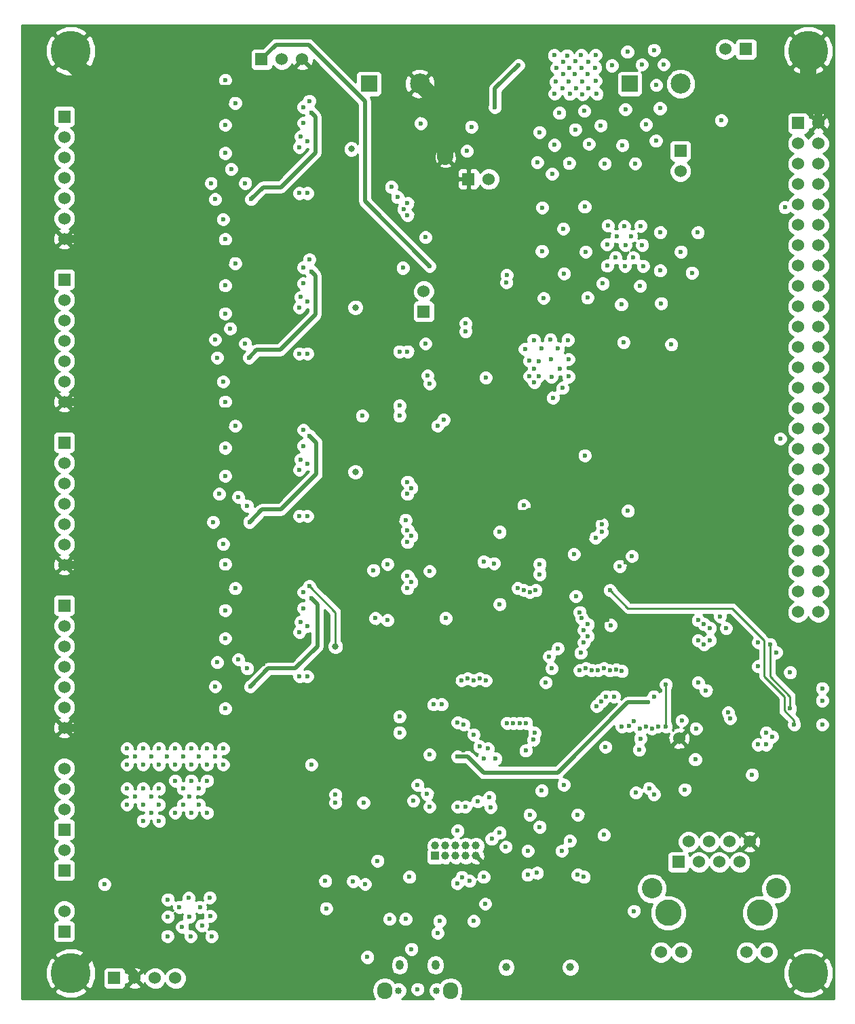
<source format=gbr>
G04 (created by PCBNEW (2013-05-18 BZR 4017)-stable) date Wed 14 Jan 2015 17:50:38 GMT*
%MOIN*%
G04 Gerber Fmt 3.4, Leading zero omitted, Abs format*
%FSLAX34Y34*%
G01*
G70*
G90*
G04 APERTURE LIST*
%ADD10C,0.00590551*%
%ADD11C,0.1969*%
%ADD12R,0.0787X0.0787*%
%ADD13C,0.0984*%
%ADD14O,0.0394X0.0492*%
%ADD15O,0.0748X0.0827*%
%ADD16C,0.0335*%
%ADD17R,0.06X0.06*%
%ADD18C,0.06*%
%ADD19R,0.0394X0.0394*%
%ADD20C,0.0394*%
%ADD21C,0.1299*%
%ADD22C,0.1*%
%ADD23C,0.0315*%
%ADD24C,0.0236*%
%ADD25C,0.02*%
%ADD26C,0.01*%
%ADD27C,0.04*%
%ADD28C,0.08*%
%ADD29C,0.06*%
%ADD30C,0.015*%
G04 APERTURE END LIST*
G54D10*
G54D11*
X2754Y1575D03*
G54D12*
X17390Y45236D03*
G54D13*
X19890Y45236D03*
G54D14*
X18905Y1968D03*
X20657Y1968D03*
G54D15*
X21395Y716D03*
X18167Y716D03*
G54D16*
X20716Y716D03*
X18846Y716D03*
G54D17*
X12114Y46430D03*
G54D18*
X13114Y46430D03*
X14114Y46430D03*
G54D17*
X2429Y43625D03*
G54D18*
X2429Y42625D03*
X2429Y41625D03*
X2429Y40625D03*
X2429Y39625D03*
X2429Y38625D03*
X2429Y37625D03*
G54D17*
X2429Y35625D03*
G54D18*
X2429Y34625D03*
X2429Y33625D03*
X2429Y32625D03*
X2429Y31625D03*
X2429Y30625D03*
X2429Y29625D03*
G54D17*
X2429Y27625D03*
G54D18*
X2429Y26625D03*
X2429Y25625D03*
X2429Y24625D03*
X2429Y23625D03*
X2429Y22625D03*
X2429Y21625D03*
G54D17*
X2429Y19625D03*
G54D18*
X2429Y18625D03*
X2429Y17625D03*
X2429Y16625D03*
X2429Y15625D03*
X2429Y14625D03*
X2429Y13625D03*
G54D17*
X35911Y46929D03*
G54D18*
X34911Y46929D03*
G54D19*
X20651Y7329D03*
G54D20*
X20651Y7829D03*
X21151Y7329D03*
X21151Y7829D03*
X21651Y7329D03*
X21651Y7829D03*
X22151Y7329D03*
X22151Y7829D03*
X22651Y7329D03*
X22651Y7829D03*
X24140Y1870D03*
X27282Y1870D03*
G54D17*
X38474Y43299D03*
G54D18*
X39474Y43299D03*
X38474Y38299D03*
X39474Y42299D03*
X38474Y37299D03*
X39474Y41299D03*
X38474Y36299D03*
X39474Y40299D03*
X38474Y35299D03*
X39474Y39299D03*
X38474Y34299D03*
X39474Y38299D03*
X38474Y33299D03*
X39474Y37299D03*
X38474Y32299D03*
X39474Y36299D03*
X38474Y31299D03*
X39474Y35299D03*
X38474Y30299D03*
X39474Y34299D03*
X38474Y29299D03*
X39474Y33299D03*
X38474Y28299D03*
X39474Y32299D03*
X39474Y31299D03*
X38474Y27299D03*
X39474Y30299D03*
X39474Y28299D03*
X39474Y27299D03*
X39474Y26299D03*
X39474Y25299D03*
X38474Y26299D03*
X38474Y25299D03*
X38474Y42299D03*
X38474Y41299D03*
X38474Y40299D03*
X38474Y39299D03*
X38474Y24299D03*
X39474Y24299D03*
X39474Y29299D03*
X38474Y23299D03*
X39474Y23299D03*
X38474Y22299D03*
X39474Y22299D03*
X38474Y21299D03*
X39474Y21299D03*
X38474Y20299D03*
X39474Y20299D03*
X38474Y19299D03*
X39474Y19299D03*
G54D21*
X32098Y4528D03*
X36598Y4528D03*
G54D18*
X36098Y8028D03*
X35600Y7028D03*
X35098Y8028D03*
X34600Y7028D03*
X34098Y8028D03*
X33600Y7028D03*
X33098Y8028D03*
G54D22*
X31298Y5729D03*
X37398Y5728D03*
G54D18*
X35956Y2599D03*
X32740Y2599D03*
X36956Y2599D03*
X31740Y2599D03*
G54D17*
X32600Y7028D03*
G54D23*
X16730Y26181D03*
X16533Y42028D03*
X16730Y34252D03*
X15746Y17618D03*
G54D17*
X32696Y41944D03*
G54D18*
X32696Y40944D03*
G54D17*
X20089Y34050D03*
G54D18*
X20089Y35050D03*
X32638Y13104D03*
X21148Y41630D03*
G54D17*
X22280Y40558D03*
G54D18*
X23280Y40558D03*
G54D12*
X30205Y45236D03*
G54D13*
X32705Y45236D03*
G54D17*
X4888Y1328D03*
G54D18*
X5888Y1328D03*
X6888Y1328D03*
X7888Y1328D03*
G54D11*
X38974Y46850D03*
X38974Y1575D03*
X2754Y46850D03*
G54D17*
X2429Y8625D03*
G54D18*
X2429Y9625D03*
X2429Y10625D03*
X2429Y11625D03*
G54D17*
X2429Y6625D03*
G54D18*
X2429Y7625D03*
G54D17*
X2429Y3625D03*
G54D18*
X2429Y4625D03*
G54D24*
X32720Y36988D03*
X31700Y37938D03*
X27990Y39198D03*
X28040Y36988D03*
X29510Y36718D03*
X26980Y35918D03*
X29940Y38248D03*
X30740Y38258D03*
X28880Y35428D03*
X25890Y37018D03*
X30860Y36288D03*
X33260Y35958D03*
X26940Y38118D03*
X29100Y36298D03*
X29130Y38278D03*
X30380Y36698D03*
X28130Y34738D03*
X29970Y36288D03*
X25970Y34708D03*
X30820Y37318D03*
X33550Y37938D03*
X29090Y37348D03*
X30270Y37758D03*
X29990Y37318D03*
X29790Y34398D03*
X25910Y39158D03*
X31750Y34458D03*
X30720Y35308D03*
X31700Y36068D03*
X29560Y37758D03*
X32250Y32438D03*
X20176Y32480D03*
X36218Y11319D03*
X11569Y15650D03*
X30411Y4626D03*
X31159Y10650D03*
X13974Y24016D03*
X13974Y18307D03*
X11605Y39567D03*
X25293Y9350D03*
X9840Y15650D03*
X23129Y30807D03*
X14565Y11811D03*
X22144Y9744D03*
X13974Y34252D03*
X11529Y23720D03*
X25490Y32657D03*
X26773Y31236D03*
X14368Y18602D03*
X27655Y6398D03*
X26683Y32228D03*
X14565Y43799D03*
X26309Y32685D03*
X31396Y15157D03*
X14368Y31988D03*
X14466Y27953D03*
X25522Y30579D03*
X22833Y12697D03*
X15297Y4752D03*
X13974Y42126D03*
X29722Y21555D03*
X13974Y26280D03*
X20372Y12303D03*
X23375Y9725D03*
X26360Y30854D03*
X27195Y31709D03*
X28935Y8366D03*
X18896Y32087D03*
X27262Y8071D03*
X33561Y15846D03*
X14368Y34547D03*
X14368Y24016D03*
X25742Y30890D03*
X14368Y42421D03*
X39663Y13780D03*
X23620Y12106D03*
X26868Y7579D03*
X20766Y3543D03*
X25498Y31232D03*
X14368Y26575D03*
X13974Y16142D03*
X25648Y6496D03*
X14565Y19980D03*
X21750Y9744D03*
X37399Y17323D03*
X25864Y32232D03*
X20372Y9744D03*
X13974Y31988D03*
X13974Y39862D03*
X23029Y21772D03*
X11506Y31791D03*
X22207Y41933D03*
X32911Y10591D03*
X25270Y30882D03*
X24112Y7776D03*
X26435Y29827D03*
X23817Y8465D03*
X26903Y30299D03*
X9742Y23720D03*
X14368Y16142D03*
X27195Y30862D03*
X33955Y15453D03*
X27655Y9350D03*
X18896Y29429D03*
X14565Y36024D03*
X25289Y31630D03*
X39663Y14961D03*
X25057Y32213D03*
X25746Y31626D03*
X9840Y39567D03*
X22045Y13780D03*
X27159Y32661D03*
X26333Y31717D03*
X9939Y31791D03*
X14368Y39862D03*
X33462Y13583D03*
X24148Y35480D03*
X26390Y40813D03*
X22139Y33470D03*
X15746Y9941D03*
X19940Y43294D03*
X22144Y33071D03*
X22431Y43122D03*
X19388Y6299D03*
X24159Y35846D03*
X17124Y9941D03*
X17813Y7087D03*
X23541Y21693D03*
X21750Y12205D03*
X31100Y14862D03*
X21750Y13878D03*
X18305Y18898D03*
X30313Y22047D03*
X23029Y12106D03*
X20374Y36283D03*
X28640Y16437D03*
X29525Y16476D03*
X29821Y16398D03*
X17204Y5946D03*
X25531Y13366D03*
X29014Y12677D03*
X28581Y14685D03*
X28817Y14921D03*
X28344Y16437D03*
X30090Y46798D03*
X27884Y44713D03*
X31510Y45168D03*
X27259Y44731D03*
X27241Y46009D03*
X28541Y45374D03*
X26510Y42228D03*
X27970Y43898D03*
X29850Y42218D03*
X26917Y44996D03*
X26516Y44749D03*
X28780Y43188D03*
X27230Y41338D03*
X28172Y45001D03*
X27530Y42988D03*
X28980Y41308D03*
X28141Y45716D03*
X26935Y45703D03*
X30470Y41318D03*
X26615Y46009D03*
X28172Y46301D03*
X25770Y42858D03*
X31870Y46178D03*
X28523Y46648D03*
X26570Y45334D03*
X31010Y43228D03*
X27205Y45356D03*
X27821Y46639D03*
X28519Y46018D03*
X31490Y42438D03*
X29330Y46128D03*
X31400Y46888D03*
X26930Y46319D03*
X27560Y45010D03*
X28200Y42278D03*
X30800Y46178D03*
X28582Y44740D03*
X26750Y43798D03*
X27124Y46621D03*
X27884Y45347D03*
X26498Y46634D03*
X27853Y46013D03*
X29990Y43978D03*
X27542Y46328D03*
X27518Y45709D03*
X25660Y41378D03*
X31690Y44028D03*
X28525Y22953D03*
X32768Y13982D03*
X18896Y13386D03*
X20962Y14764D03*
X18896Y14173D03*
X20569Y14764D03*
X5510Y12598D03*
X6298Y9843D03*
X8659Y12598D03*
X7085Y9843D03*
X9447Y11811D03*
X6691Y9449D03*
X7872Y11811D03*
X8659Y11024D03*
X8659Y11811D03*
X8266Y12205D03*
X5903Y12205D03*
X6691Y10236D03*
X9447Y11024D03*
X6297Y9055D03*
X7872Y9449D03*
X7478Y12205D03*
X8266Y10630D03*
X5510Y10630D03*
X7085Y10630D03*
X9840Y12205D03*
X10234Y12598D03*
X7872Y11024D03*
X8266Y9843D03*
X9447Y12598D03*
X6297Y10630D03*
X7085Y12598D03*
X6297Y12598D03*
X5903Y10236D03*
X7085Y11811D03*
X9053Y10630D03*
X7085Y9055D03*
X9053Y9843D03*
X6297Y11811D03*
X6691Y12205D03*
X8659Y9449D03*
X8561Y10236D03*
X7872Y12598D03*
X10234Y11811D03*
X9447Y9449D03*
X5510Y11811D03*
X5510Y9843D03*
X9053Y12205D03*
X10825Y20472D03*
X19486Y20768D03*
X19289Y20472D03*
X9939Y16831D03*
X15746Y10335D03*
X19787Y10813D03*
X17616Y21358D03*
X14466Y20571D03*
X19289Y21063D03*
X14171Y20276D03*
X17714Y18996D03*
X10333Y14567D03*
X23108Y4980D03*
X38088Y14567D03*
X37104Y17717D03*
X29230Y20374D03*
X38285Y13780D03*
X38088Y16339D03*
X34939Y18504D03*
X34644Y19094D03*
X39663Y15551D03*
X33856Y17717D03*
X33856Y18701D03*
X33561Y18898D03*
X33561Y17913D03*
X34151Y17913D03*
X34151Y18504D03*
X9660Y3388D03*
X8640Y3378D03*
X8563Y4331D03*
X7520Y4348D03*
X8220Y3848D03*
X8080Y4818D03*
X8540Y5268D03*
X9570Y5288D03*
X9090Y4818D03*
X9190Y3918D03*
X9600Y4378D03*
X7520Y5188D03*
X7500Y3388D03*
X22732Y10004D03*
X15254Y6102D03*
X19573Y10039D03*
X23226Y12598D03*
X5900Y21188D03*
X5900Y19788D03*
X5900Y18238D03*
X5900Y15938D03*
X7675Y27756D03*
X5950Y29188D03*
X5950Y27738D03*
X5950Y26288D03*
X5900Y24988D03*
X7675Y35728D03*
X5900Y35738D03*
X5900Y34338D03*
X5950Y32088D03*
X5900Y37538D03*
X6691Y37598D03*
X5850Y39938D03*
X5850Y42138D03*
X7675Y43602D03*
X5850Y43438D03*
X12596Y40748D03*
X7675Y41437D03*
X12201Y35825D03*
X39663Y13189D03*
X11809Y44685D03*
X11809Y24902D03*
X23325Y10827D03*
X21356Y17323D03*
X12596Y27657D03*
X28640Y2047D03*
X12200Y16735D03*
X15352Y17815D03*
X12596Y16929D03*
X11809Y34252D03*
X12596Y28051D03*
X22045Y12500D03*
X21455Y30118D03*
X18207Y16634D03*
X15155Y7283D03*
X12596Y41535D03*
X12596Y17323D03*
X15155Y12008D03*
X34469Y39243D03*
X12596Y33268D03*
X11809Y20079D03*
X13384Y20965D03*
X22844Y32280D03*
X7675Y28051D03*
X11809Y28051D03*
X7675Y17618D03*
X13777Y20768D03*
X12596Y42126D03*
X12203Y19291D03*
X2090Y45253D03*
X20766Y6299D03*
X12596Y20079D03*
X11415Y20768D03*
X13384Y36909D03*
X28718Y30657D03*
X12203Y26673D03*
X19880Y16535D03*
X8561Y22244D03*
X12202Y40945D03*
X12201Y33071D03*
X7675Y19783D03*
X11809Y26969D03*
X11022Y28937D03*
X40057Y11811D03*
X11809Y33661D03*
X12203Y20768D03*
X38285Y10236D03*
X12596Y25295D03*
X19978Y14567D03*
X13777Y44488D03*
X12200Y17520D03*
X12202Y41339D03*
X8297Y45787D03*
X14171Y36909D03*
X11418Y28737D03*
X15451Y25787D03*
X12990Y20768D03*
X23325Y23622D03*
X11809Y20965D03*
X36514Y14764D03*
X17419Y20472D03*
X7675Y41142D03*
X7380Y21161D03*
X11809Y41535D03*
X24136Y41913D03*
X11809Y27657D03*
X12596Y18996D03*
X11809Y33268D03*
X7675Y35433D03*
X10037Y24311D03*
X11809Y43898D03*
X12203Y35236D03*
X15451Y33858D03*
X13777Y36713D03*
X12200Y25492D03*
X21573Y15945D03*
X11809Y36024D03*
X15943Y36319D03*
X39565Y17323D03*
X33561Y14469D03*
X7675Y43307D03*
X14171Y20965D03*
X12596Y43898D03*
X12201Y33465D03*
X8167Y37598D03*
X12596Y33661D03*
X21356Y5118D03*
X12200Y27851D03*
X18599Y36210D03*
X11809Y25689D03*
X28777Y5295D03*
X12596Y26969D03*
X19880Y18406D03*
X29090Y18923D03*
X21456Y31299D03*
X7380Y37106D03*
X11022Y44685D03*
X11809Y42126D03*
X7675Y25295D03*
X11022Y36909D03*
X12596Y26378D03*
X12596Y20965D03*
X12990Y44488D03*
X7675Y33563D03*
X15844Y28248D03*
X12202Y43700D03*
X12201Y36711D03*
X11809Y18996D03*
X25884Y9350D03*
X11415Y36713D03*
X12596Y41142D03*
X12990Y28740D03*
X38384Y9449D03*
X11809Y16929D03*
X11809Y28937D03*
X11809Y42815D03*
X12596Y17717D03*
X23305Y14173D03*
X12203Y41831D03*
X12200Y24708D03*
X7675Y20079D03*
X12596Y24902D03*
X12203Y34547D03*
X12596Y18406D03*
X20372Y19882D03*
X7380Y29134D03*
X11809Y35630D03*
X15549Y20866D03*
X34469Y38130D03*
X11809Y26378D03*
X24132Y20079D03*
X23325Y5315D03*
X18994Y2756D03*
X11415Y44488D03*
X12596Y28937D03*
X12596Y36024D03*
X12990Y36713D03*
X6494Y29626D03*
X15451Y41634D03*
X14171Y28937D03*
X24782Y6496D03*
X11809Y25295D03*
X12203Y27264D03*
X14171Y44685D03*
X12596Y44685D03*
X11809Y36909D03*
X12596Y32874D03*
X33462Y11614D03*
X15175Y7801D03*
X15155Y787D03*
X37203Y10531D03*
X12596Y35630D03*
X13384Y28937D03*
X7675Y33268D03*
X35431Y11909D03*
X12202Y40552D03*
X12596Y34252D03*
X20273Y29823D03*
X20273Y31398D03*
X9939Y16339D03*
X12596Y34941D03*
X38167Y7815D03*
X13384Y44685D03*
X12203Y18701D03*
X12203Y42520D03*
X19978Y12303D03*
X12203Y43110D03*
X11809Y43504D03*
X21800Y10666D03*
X12203Y33957D03*
X31691Y15453D03*
X27065Y9350D03*
X12596Y36909D03*
X12596Y42815D03*
X9939Y32185D03*
X12203Y26083D03*
X7380Y22146D03*
X11809Y19685D03*
X11809Y17323D03*
X21456Y30807D03*
X11022Y20965D03*
X22833Y14764D03*
X15844Y44094D03*
X32872Y14567D03*
X7427Y45280D03*
X22833Y23228D03*
X17616Y15650D03*
X15155Y12402D03*
X12200Y28737D03*
X11809Y32874D03*
X23620Y13878D03*
X8266Y29626D03*
X36415Y9744D03*
X39663Y12598D03*
X12200Y17126D03*
X19092Y24409D03*
X11809Y34941D03*
X27592Y29252D03*
X12201Y32679D03*
X15451Y12697D03*
X13777Y28740D03*
X6510Y45744D03*
X18403Y18209D03*
X16730Y4626D03*
X11809Y41142D03*
X12200Y25098D03*
X30018Y21752D03*
X11809Y18406D03*
X26474Y9350D03*
X27262Y8760D03*
X12596Y25689D03*
X12202Y44487D03*
X39663Y14370D03*
X7675Y25591D03*
X12203Y18110D03*
X18699Y22047D03*
X12203Y19882D03*
X12596Y43504D03*
X7675Y17913D03*
X12596Y19685D03*
X10037Y40354D03*
X11809Y40748D03*
X11809Y17717D03*
X25195Y6398D03*
X25195Y7579D03*
X31986Y13681D03*
X31986Y15748D03*
X27951Y6299D03*
X14171Y43307D03*
X14053Y42638D03*
X14171Y35433D03*
X14053Y34764D03*
X14053Y18819D03*
X14171Y19488D03*
X14171Y27461D03*
X14053Y26791D03*
X23581Y44075D03*
X24742Y46142D03*
X35037Y14370D03*
X37203Y13189D03*
X36907Y12795D03*
X36514Y16634D03*
X36514Y17815D03*
X36514Y12795D03*
X35136Y14075D03*
X36907Y13386D03*
X19781Y787D03*
X21947Y15945D03*
X27557Y20079D03*
X30510Y10433D03*
X22537Y15945D03*
X21750Y8563D03*
X22833Y16043D03*
X22242Y16043D03*
X25470Y13030D03*
X33423Y12067D03*
X24998Y20374D03*
X24703Y20472D03*
X28836Y23622D03*
X27459Y22146D03*
X27754Y16437D03*
X37600Y27814D03*
X28000Y26988D03*
X28049Y16535D03*
X26237Y17114D03*
X16622Y6088D03*
X27798Y17298D03*
X23321Y10207D03*
X29264Y18661D03*
X20255Y10372D03*
X29053Y15157D03*
X29427Y15157D03*
X29821Y13681D03*
X30175Y13720D03*
X30411Y13957D03*
X30707Y13583D03*
X31002Y13681D03*
X31297Y13583D03*
X31592Y13681D03*
X24171Y13858D03*
X27754Y19291D03*
X24486Y13858D03*
X24801Y13858D03*
X25116Y13858D03*
X25096Y12500D03*
X19059Y36195D03*
X20374Y21315D03*
X18494Y40170D03*
X22537Y4134D03*
X17321Y2362D03*
X37829Y39173D03*
X23128Y15945D03*
X25785Y21654D03*
X25588Y20374D03*
X27951Y17815D03*
X28148Y18110D03*
X28148Y18701D03*
X27852Y18996D03*
X27951Y18406D03*
X20766Y28445D03*
X23817Y19685D03*
X23817Y23228D03*
X20273Y30906D03*
X29230Y16437D03*
X21061Y28740D03*
X20372Y30512D03*
X28935Y16535D03*
X25785Y21161D03*
X25293Y20276D03*
X23423Y8169D03*
X22340Y6102D03*
X23029Y6299D03*
X22537Y13287D03*
X26376Y16535D03*
X19486Y2756D03*
X20864Y4134D03*
X21962Y6285D03*
X21733Y5993D03*
X26081Y15846D03*
X21159Y18996D03*
X24998Y24528D03*
X19191Y4232D03*
X18403Y4232D03*
X25884Y10531D03*
X25785Y8760D03*
X4400Y5938D03*
X31396Y10354D03*
X26966Y10827D03*
X30118Y24264D03*
X28836Y23228D03*
X30667Y12539D03*
X29900Y32538D03*
X34700Y43438D03*
X10334Y41829D03*
X10333Y18012D03*
X10333Y19390D03*
X10579Y33218D03*
X10333Y25984D03*
X11317Y32480D03*
X10333Y45417D03*
X10333Y35335D03*
X10333Y27362D03*
X10333Y37598D03*
X10972Y16978D03*
X11415Y24508D03*
X10333Y43209D03*
X10333Y33957D03*
X11317Y40354D03*
X11415Y16535D03*
X10333Y29626D03*
X10972Y24951D03*
X10333Y21654D03*
X10628Y41043D03*
X10825Y28445D03*
X19486Y23031D03*
X10037Y25098D03*
X19289Y22736D03*
X18896Y28937D03*
X17065Y28937D03*
X19289Y23327D03*
X14171Y28248D03*
X10234Y22638D03*
X18305Y21654D03*
X19486Y25394D03*
X10825Y36417D03*
X19289Y25098D03*
X9840Y32677D03*
X19289Y32087D03*
X14466Y36614D03*
X19289Y25689D03*
X14171Y36220D03*
X10234Y30610D03*
X19191Y23819D03*
X10825Y44291D03*
X19092Y39075D03*
X9644Y40354D03*
X19289Y38780D03*
X14466Y44390D03*
X18797Y39665D03*
X14171Y44094D03*
X19289Y39370D03*
X10234Y38583D03*
X20175Y37697D03*
X30726Y13091D03*
X26671Y17520D03*
G54D25*
X14801Y26063D02*
X14801Y27618D01*
X12281Y32165D02*
X13029Y32165D01*
X12140Y24331D02*
X12399Y24331D01*
X14762Y35827D02*
X14565Y36024D01*
X12195Y40157D02*
X12399Y40157D01*
X11605Y39567D02*
X12195Y40157D01*
X13069Y24331D02*
X14801Y26063D01*
X12399Y40157D02*
X13068Y40157D01*
X11880Y32165D02*
X12281Y32165D01*
X13068Y40157D02*
X14762Y41851D01*
X11506Y31791D02*
X11880Y32165D01*
X12399Y24331D02*
X13069Y24331D01*
X14860Y19685D02*
X14565Y19980D01*
X14762Y33898D02*
X14762Y35827D01*
X14762Y41851D02*
X14762Y43602D01*
X14801Y27618D02*
X14466Y27953D01*
X14762Y43602D02*
X14565Y43799D01*
X12454Y16535D02*
X12694Y16535D01*
X12694Y16535D02*
X13777Y16535D01*
X13777Y16535D02*
X14860Y17618D01*
X14860Y17618D02*
X14860Y19685D01*
X11569Y15650D02*
X12454Y16535D01*
X13029Y32165D02*
X14762Y33898D01*
X11529Y23720D02*
X12140Y24331D01*
X30116Y14862D02*
X31100Y14862D01*
X22242Y12205D02*
X23030Y11417D01*
X26671Y11417D02*
X30116Y14862D01*
X21750Y12205D02*
X22242Y12205D01*
X23030Y11417D02*
X26671Y11417D01*
X12824Y47140D02*
X12114Y46430D01*
X17194Y44370D02*
X14424Y47140D01*
X17194Y39463D02*
X17194Y44370D01*
X20374Y36283D02*
X17194Y39463D01*
X14424Y47140D02*
X12824Y47140D01*
G54D26*
X15746Y19291D02*
X14466Y20571D01*
X15746Y17618D02*
X15746Y19291D01*
X37104Y16142D02*
X37104Y17717D01*
X38088Y15158D02*
X37104Y16142D01*
X38088Y14567D02*
X38088Y15158D01*
X36809Y16142D02*
X36809Y17913D01*
X37793Y15158D02*
X36809Y16142D01*
X31100Y19488D02*
X35234Y19488D01*
X31100Y19488D02*
X30116Y19488D01*
X31100Y19488D02*
X31100Y19489D01*
X36809Y17913D02*
X35234Y19488D01*
X37793Y14469D02*
X37793Y15158D01*
X38285Y13977D02*
X37793Y14469D01*
X38285Y13780D02*
X38285Y13977D01*
X30116Y19488D02*
X29230Y20374D01*
G54D27*
X2429Y13625D02*
X3640Y13625D01*
X3650Y13638D02*
X3640Y13638D01*
X3650Y13635D02*
X3650Y13638D01*
X3640Y13625D02*
X3650Y13635D01*
G54D26*
X5900Y21188D02*
X7353Y21188D01*
X7353Y21188D02*
X7380Y21161D01*
X5900Y21188D02*
X5900Y21538D01*
X5900Y21538D02*
X5850Y21538D01*
X5850Y21538D02*
X5900Y21538D01*
X5900Y18238D02*
X5900Y18438D01*
X5900Y24988D02*
X5900Y21538D01*
X5900Y21538D02*
X5900Y19788D01*
X5900Y19788D02*
X5900Y18438D01*
X5900Y18438D02*
X5900Y15938D01*
G54D27*
X2429Y21625D02*
X3213Y21625D01*
X3213Y21625D02*
X3640Y21198D01*
G54D26*
X7675Y25295D02*
X6957Y25295D01*
X6650Y24988D02*
X5900Y24988D01*
X6957Y25295D02*
X6650Y24988D01*
X5950Y27738D02*
X7657Y27738D01*
X7657Y27738D02*
X7675Y27756D01*
X5950Y29188D02*
X5950Y29438D01*
X5950Y29438D02*
X5900Y29438D01*
X5900Y29438D02*
X5950Y29438D01*
X5950Y26288D02*
X5950Y26488D01*
X5950Y32088D02*
X5950Y29438D01*
X5950Y29438D02*
X5950Y27738D01*
X5950Y27738D02*
X5950Y26488D01*
X5950Y26488D02*
X5950Y25038D01*
X5950Y25038D02*
X5900Y24988D01*
X7675Y33268D02*
X5900Y33268D01*
X5900Y33268D02*
X5900Y33138D01*
X5900Y35738D02*
X7665Y35738D01*
X7665Y35738D02*
X7675Y35728D01*
G54D27*
X2429Y29625D02*
X3639Y29625D01*
X3639Y29625D02*
X3640Y29626D01*
G54D26*
X5850Y38388D02*
X3640Y38388D01*
X3700Y38338D02*
X3640Y38338D01*
X3690Y38338D02*
X3700Y38338D01*
X3640Y38388D02*
X3690Y38338D01*
X5850Y39938D02*
X5850Y38388D01*
X5850Y38388D02*
X5850Y37588D01*
X5850Y37588D02*
X5900Y37538D01*
X5900Y35738D02*
X5900Y35888D01*
X5900Y34338D02*
X5900Y34688D01*
X5900Y37538D02*
X5900Y35888D01*
X5900Y35888D02*
X5900Y34688D01*
X5900Y34688D02*
X5900Y33138D01*
X5900Y33138D02*
X5900Y32138D01*
X5900Y32138D02*
X5950Y32088D01*
X5900Y37538D02*
X5960Y37598D01*
X5960Y37598D02*
X6691Y37598D01*
X7675Y41142D02*
X6004Y41142D01*
X6004Y41142D02*
X5850Y40988D01*
G54D27*
X2429Y37625D02*
X3640Y37625D01*
X3640Y37625D02*
X3640Y37626D01*
G54D26*
X5850Y39938D02*
X5850Y40988D01*
X5850Y40988D02*
X5850Y42138D01*
X5850Y42138D02*
X5850Y43438D01*
X6014Y43602D02*
X7675Y43602D01*
X5850Y43438D02*
X6014Y43602D01*
G54D28*
X2754Y46850D02*
X2754Y46277D01*
X2754Y46277D02*
X3502Y45529D01*
G54D29*
X3640Y45391D02*
X3651Y45402D01*
X3640Y34598D02*
X3640Y36417D01*
G54D30*
X3502Y45253D02*
X3640Y45391D01*
G54D28*
X19890Y45236D02*
X21148Y43978D01*
G54D30*
X2090Y45253D02*
X3502Y45253D01*
G54D28*
X3502Y45529D02*
X3502Y45253D01*
G54D29*
X3640Y37272D02*
X3640Y37626D01*
X3640Y26685D02*
X3640Y28543D01*
G54D25*
X9939Y32185D02*
X9545Y32185D01*
G54D28*
X21148Y43978D02*
X21148Y41630D01*
G54D25*
X8462Y33268D02*
X7675Y33268D01*
X28718Y30657D02*
X29033Y30020D01*
G54D29*
X3640Y29626D02*
X3640Y29992D01*
X3640Y42213D02*
X3640Y45079D01*
X3640Y38838D02*
X3640Y42213D01*
X3640Y45079D02*
X3640Y45391D01*
X3640Y38338D02*
X3640Y38838D01*
X8561Y29626D02*
X9152Y29035D01*
G54D25*
X10037Y40650D02*
X9545Y41142D01*
G54D29*
X3620Y30141D02*
X3640Y29626D01*
X29055Y24431D02*
X28738Y24114D01*
X11711Y29035D02*
X11809Y28937D01*
X3640Y32625D02*
X3640Y32579D01*
X3640Y20625D02*
X3640Y21198D01*
X3640Y21198D02*
X3640Y21654D01*
G54D27*
X11613Y21161D02*
X11809Y20965D01*
X7380Y21161D02*
X11613Y21161D01*
G54D29*
X3640Y38016D02*
X3640Y38338D01*
X3640Y37626D02*
X3640Y38016D01*
X11710Y37008D02*
X11809Y36909D01*
X3640Y36417D02*
X3640Y37272D01*
G54D25*
X9742Y16339D02*
X8463Y17618D01*
G54D29*
X9152Y29035D02*
X11711Y29035D01*
G54D25*
X29055Y29724D02*
X27163Y29724D01*
G54D27*
X3640Y37625D02*
X3640Y37626D01*
G54D29*
X3640Y24606D02*
X3640Y26685D01*
X3640Y34598D02*
X3640Y32579D01*
X8856Y37008D02*
X11710Y37008D01*
X3640Y31449D02*
X3640Y32579D01*
G54D25*
X10037Y24311D02*
X9643Y24311D01*
X8659Y25295D02*
X7675Y25295D01*
G54D29*
X28718Y30657D02*
X29055Y24431D01*
X8364Y45472D02*
X8954Y44882D01*
G54D25*
X9545Y41142D02*
X7675Y41142D01*
G54D26*
X14171Y28937D02*
X15155Y28937D01*
G54D29*
X3640Y15717D02*
X3640Y18693D01*
G54D25*
X9643Y24311D02*
X8659Y25295D01*
G54D28*
X38974Y46850D02*
X38974Y45522D01*
G54D25*
X9545Y32185D02*
X8462Y33268D01*
G54D29*
X3640Y18693D02*
X3640Y20625D01*
X3640Y28543D02*
X3640Y29626D01*
X25293Y24114D02*
X25195Y24016D01*
X8266Y29626D02*
X8561Y29626D01*
G54D25*
X22242Y29331D02*
X21455Y30118D01*
G54D29*
X3640Y14370D02*
X3640Y14428D01*
G54D25*
X10037Y40354D02*
X10037Y40650D01*
G54D29*
X3640Y14428D02*
X3640Y13638D01*
X3640Y13638D02*
X3640Y5658D01*
G54D27*
X39474Y43299D02*
X39474Y43884D01*
G54D29*
X3640Y29992D02*
X3640Y31449D01*
X3640Y28625D02*
X3640Y28543D01*
X3640Y21654D02*
X3640Y22098D01*
G54D27*
X5888Y1328D02*
X5888Y1541D01*
X3676Y2675D02*
X3640Y2639D01*
X4754Y2675D02*
X3676Y2675D01*
X5888Y1541D02*
X4754Y2675D01*
G54D29*
X3640Y3193D02*
X3640Y2639D01*
X3640Y2639D02*
X3640Y2461D01*
G54D26*
X15155Y28937D02*
X15844Y28248D01*
G54D29*
X4230Y13780D02*
X17518Y13780D01*
X8954Y44882D02*
X11612Y44882D01*
X8167Y37598D02*
X8266Y37598D01*
G54D27*
X39474Y43884D02*
X38495Y44863D01*
G54D29*
X3640Y21625D02*
X3640Y21654D01*
X3640Y14428D02*
X3640Y15717D01*
G54D27*
X38495Y44863D02*
X38315Y44863D01*
G54D28*
X38974Y45522D02*
X38315Y44863D01*
G54D29*
X17518Y13780D02*
X17616Y13878D01*
X3620Y30141D02*
X3640Y29626D01*
G54D25*
X8463Y17618D02*
X7675Y17618D01*
G54D29*
X3640Y5658D02*
X3640Y5128D01*
X3640Y2461D02*
X2754Y1575D01*
X3640Y22555D02*
X3640Y23354D01*
X3640Y22098D02*
X3640Y22555D01*
X3640Y5128D02*
X3640Y3193D01*
X17616Y13878D02*
X17616Y15650D01*
X25195Y24016D02*
X23719Y24016D01*
X3640Y28625D02*
X3640Y28543D01*
X28738Y24114D02*
X25293Y24114D01*
X3640Y23354D02*
X3640Y24606D01*
G54D28*
X38315Y44863D02*
X37100Y43648D01*
X37100Y43648D02*
X37100Y41548D01*
G54D25*
X27163Y29724D02*
X26770Y29331D01*
G54D29*
X3640Y14370D02*
X4230Y13780D01*
X8297Y45787D02*
X8364Y45472D01*
G54D25*
X26770Y29331D02*
X22242Y29331D01*
G54D29*
X23719Y24016D02*
X23325Y23622D01*
X8266Y37598D02*
X8856Y37008D01*
G54D25*
X9939Y16339D02*
X9742Y16339D01*
G54D26*
X31986Y13681D02*
X31986Y15748D01*
G54D25*
X23581Y44075D02*
X23581Y45000D01*
X23581Y45000D02*
X24742Y46142D01*
G54D10*
G36*
X21207Y7306D02*
X21156Y7254D01*
X21151Y7260D01*
X21145Y7254D01*
X21098Y7302D01*
X21098Y7355D01*
X21124Y7382D01*
X21177Y7381D01*
X21204Y7355D01*
X21207Y7306D01*
X21207Y7306D01*
G37*
G54D26*
X21207Y7306D02*
X21156Y7254D01*
X21151Y7260D01*
X21145Y7254D01*
X21098Y7302D01*
X21098Y7355D01*
X21124Y7382D01*
X21177Y7381D01*
X21204Y7355D01*
X21207Y7306D01*
G54D10*
G36*
X21704Y7355D02*
X21703Y7302D01*
X21656Y7254D01*
X21651Y7260D01*
X21645Y7254D01*
X21597Y7302D01*
X21594Y7351D01*
X21624Y7382D01*
X21677Y7381D01*
X21704Y7355D01*
X21704Y7355D01*
G37*
G54D26*
X21704Y7355D02*
X21703Y7302D01*
X21656Y7254D01*
X21651Y7260D01*
X21645Y7254D01*
X21597Y7302D01*
X21594Y7351D01*
X21624Y7382D01*
X21677Y7381D01*
X21704Y7355D01*
G54D10*
G36*
X40224Y325D02*
X40205Y325D01*
X40205Y1819D01*
X40205Y47094D01*
X40018Y47546D01*
X40017Y47548D01*
X39851Y47659D01*
X39783Y47590D01*
X39783Y47727D01*
X39672Y47893D01*
X39219Y48081D01*
X38729Y48081D01*
X38277Y47894D01*
X38275Y47893D01*
X38164Y47727D01*
X38974Y46918D01*
X39783Y47727D01*
X39783Y47590D01*
X39042Y46850D01*
X39851Y46040D01*
X40017Y46151D01*
X40205Y46604D01*
X40205Y47094D01*
X40205Y1819D01*
X40031Y2241D01*
X40031Y13852D01*
X40031Y15033D01*
X39975Y15169D01*
X39888Y15256D01*
X39974Y15342D01*
X40030Y15477D01*
X40031Y15623D01*
X40025Y15637D01*
X40025Y43216D01*
X40015Y43433D01*
X39951Y43586D01*
X39857Y43613D01*
X39788Y43545D01*
X39788Y43682D01*
X39783Y43701D01*
X39783Y45972D01*
X38974Y46781D01*
X38905Y46713D01*
X38905Y46850D01*
X38096Y47659D01*
X37930Y47548D01*
X37742Y47095D01*
X37742Y46605D01*
X37929Y46153D01*
X37930Y46151D01*
X38096Y46040D01*
X38905Y46850D01*
X38905Y46713D01*
X38164Y45972D01*
X38275Y45806D01*
X38728Y45618D01*
X39218Y45618D01*
X39670Y45805D01*
X39672Y45806D01*
X39783Y45972D01*
X39783Y43701D01*
X39761Y43776D01*
X39556Y43850D01*
X39339Y43840D01*
X39186Y43776D01*
X39159Y43682D01*
X39474Y43367D01*
X39788Y43682D01*
X39788Y43545D01*
X39542Y43299D01*
X39857Y42984D01*
X39951Y43011D01*
X40025Y43216D01*
X40025Y15637D01*
X40024Y15640D01*
X40024Y19407D01*
X39940Y19610D01*
X39785Y19764D01*
X39704Y19798D01*
X39785Y19832D01*
X39939Y19987D01*
X40023Y20189D01*
X40024Y20407D01*
X39940Y20610D01*
X39785Y20764D01*
X39704Y20798D01*
X39785Y20832D01*
X39939Y20987D01*
X40023Y21189D01*
X40024Y21407D01*
X39940Y21610D01*
X39785Y21764D01*
X39704Y21798D01*
X39785Y21832D01*
X39939Y21987D01*
X40023Y22189D01*
X40024Y22407D01*
X39940Y22610D01*
X39785Y22764D01*
X39704Y22798D01*
X39785Y22832D01*
X39939Y22987D01*
X40023Y23189D01*
X40024Y23407D01*
X39940Y23610D01*
X39785Y23764D01*
X39704Y23798D01*
X39785Y23832D01*
X39939Y23987D01*
X40023Y24189D01*
X40024Y24407D01*
X39940Y24610D01*
X39785Y24764D01*
X39704Y24798D01*
X39785Y24832D01*
X39939Y24987D01*
X40023Y25189D01*
X40024Y25407D01*
X39940Y25610D01*
X39785Y25764D01*
X39704Y25798D01*
X39785Y25832D01*
X39939Y25987D01*
X40023Y26189D01*
X40024Y26407D01*
X39940Y26610D01*
X39785Y26764D01*
X39704Y26798D01*
X39785Y26832D01*
X39939Y26987D01*
X40023Y27189D01*
X40024Y27407D01*
X39940Y27610D01*
X39785Y27764D01*
X39704Y27798D01*
X39785Y27832D01*
X39939Y27987D01*
X40023Y28189D01*
X40024Y28407D01*
X39940Y28610D01*
X39785Y28764D01*
X39704Y28798D01*
X39785Y28832D01*
X39939Y28987D01*
X40023Y29189D01*
X40024Y29407D01*
X39940Y29610D01*
X39785Y29764D01*
X39704Y29798D01*
X39785Y29832D01*
X39939Y29987D01*
X40023Y30189D01*
X40024Y30407D01*
X39940Y30610D01*
X39785Y30764D01*
X39704Y30798D01*
X39785Y30832D01*
X39939Y30987D01*
X40023Y31189D01*
X40024Y31407D01*
X39940Y31610D01*
X39785Y31764D01*
X39704Y31798D01*
X39785Y31832D01*
X39939Y31987D01*
X40023Y32189D01*
X40024Y32407D01*
X39940Y32610D01*
X39785Y32764D01*
X39704Y32798D01*
X39785Y32832D01*
X39939Y32987D01*
X40023Y33189D01*
X40024Y33407D01*
X39940Y33610D01*
X39785Y33764D01*
X39704Y33798D01*
X39785Y33832D01*
X39939Y33987D01*
X40023Y34189D01*
X40024Y34407D01*
X39940Y34610D01*
X39785Y34764D01*
X39704Y34798D01*
X39785Y34832D01*
X39939Y34987D01*
X40023Y35189D01*
X40024Y35407D01*
X39940Y35610D01*
X39785Y35764D01*
X39704Y35798D01*
X39785Y35832D01*
X39939Y35987D01*
X40023Y36189D01*
X40024Y36407D01*
X39940Y36610D01*
X39785Y36764D01*
X39704Y36798D01*
X39785Y36832D01*
X39939Y36987D01*
X40023Y37189D01*
X40024Y37407D01*
X39940Y37610D01*
X39785Y37764D01*
X39704Y37798D01*
X39785Y37832D01*
X39939Y37987D01*
X40023Y38189D01*
X40024Y38407D01*
X39940Y38610D01*
X39785Y38764D01*
X39704Y38798D01*
X39785Y38832D01*
X39939Y38987D01*
X40023Y39189D01*
X40024Y39407D01*
X39940Y39610D01*
X39785Y39764D01*
X39704Y39798D01*
X39785Y39832D01*
X39939Y39987D01*
X40023Y40189D01*
X40024Y40407D01*
X39940Y40610D01*
X39785Y40764D01*
X39704Y40798D01*
X39785Y40832D01*
X39939Y40987D01*
X40023Y41189D01*
X40024Y41407D01*
X39940Y41610D01*
X39785Y41764D01*
X39704Y41798D01*
X39785Y41832D01*
X39939Y41987D01*
X40023Y42189D01*
X40024Y42407D01*
X39940Y42610D01*
X39785Y42764D01*
X39705Y42798D01*
X39761Y42821D01*
X39788Y42915D01*
X39474Y43230D01*
X39159Y42915D01*
X39186Y42821D01*
X39245Y42799D01*
X39162Y42765D01*
X39008Y42610D01*
X38974Y42529D01*
X38940Y42610D01*
X38801Y42748D01*
X38823Y42748D01*
X38915Y42786D01*
X38985Y42857D01*
X39023Y42949D01*
X39024Y43003D01*
X39090Y42984D01*
X39405Y43299D01*
X39090Y43613D01*
X39024Y43594D01*
X39024Y43648D01*
X38986Y43740D01*
X38915Y43810D01*
X38823Y43848D01*
X38724Y43849D01*
X38124Y43849D01*
X38032Y43811D01*
X37962Y43740D01*
X37924Y43648D01*
X37923Y43549D01*
X37923Y42949D01*
X37961Y42857D01*
X38032Y42787D01*
X38124Y42749D01*
X38146Y42749D01*
X38008Y42610D01*
X37924Y42408D01*
X37923Y42190D01*
X38007Y41987D01*
X38162Y41833D01*
X38243Y41799D01*
X38162Y41765D01*
X38008Y41610D01*
X37924Y41408D01*
X37923Y41190D01*
X38007Y40987D01*
X38162Y40833D01*
X38243Y40799D01*
X38162Y40765D01*
X38008Y40610D01*
X37924Y40408D01*
X37923Y40190D01*
X38007Y39987D01*
X38162Y39833D01*
X38243Y39799D01*
X38162Y39765D01*
X38008Y39610D01*
X37967Y39513D01*
X37902Y39540D01*
X37756Y39541D01*
X37620Y39485D01*
X37517Y39381D01*
X37461Y39246D01*
X37460Y39100D01*
X37516Y38964D01*
X37620Y38861D01*
X37755Y38805D01*
X37901Y38804D01*
X38037Y38860D01*
X38085Y38909D01*
X38162Y38833D01*
X38243Y38799D01*
X38162Y38765D01*
X38008Y38610D01*
X37924Y38408D01*
X37923Y38190D01*
X38007Y37987D01*
X38162Y37833D01*
X38243Y37799D01*
X38162Y37765D01*
X38008Y37610D01*
X37924Y37408D01*
X37923Y37190D01*
X38007Y36987D01*
X38162Y36833D01*
X38243Y36799D01*
X38162Y36765D01*
X38008Y36610D01*
X37924Y36408D01*
X37923Y36190D01*
X38007Y35987D01*
X38162Y35833D01*
X38243Y35799D01*
X38162Y35765D01*
X38008Y35610D01*
X37924Y35408D01*
X37923Y35190D01*
X38007Y34987D01*
X38162Y34833D01*
X38243Y34799D01*
X38162Y34765D01*
X38008Y34610D01*
X37924Y34408D01*
X37923Y34190D01*
X38007Y33987D01*
X38162Y33833D01*
X38243Y33799D01*
X38162Y33765D01*
X38008Y33610D01*
X37924Y33408D01*
X37923Y33190D01*
X38007Y32987D01*
X38162Y32833D01*
X38243Y32799D01*
X38162Y32765D01*
X38008Y32610D01*
X37924Y32408D01*
X37923Y32190D01*
X38007Y31987D01*
X38162Y31833D01*
X38243Y31799D01*
X38162Y31765D01*
X38008Y31610D01*
X37924Y31408D01*
X37923Y31190D01*
X38007Y30987D01*
X38162Y30833D01*
X38243Y30799D01*
X38162Y30765D01*
X38008Y30610D01*
X37924Y30408D01*
X37923Y30190D01*
X38007Y29987D01*
X38162Y29833D01*
X38243Y29799D01*
X38162Y29765D01*
X38008Y29610D01*
X37924Y29408D01*
X37923Y29190D01*
X38007Y28987D01*
X38162Y28833D01*
X38243Y28799D01*
X38162Y28765D01*
X38008Y28610D01*
X37924Y28408D01*
X37923Y28190D01*
X38007Y27987D01*
X38162Y27833D01*
X38243Y27799D01*
X38162Y27765D01*
X38008Y27610D01*
X37968Y27514D01*
X37968Y27886D01*
X37912Y28022D01*
X37808Y28125D01*
X37673Y28181D01*
X37527Y28182D01*
X37391Y28126D01*
X37288Y28022D01*
X37232Y27887D01*
X37231Y27741D01*
X37287Y27605D01*
X37391Y27502D01*
X37526Y27446D01*
X37672Y27445D01*
X37808Y27501D01*
X37911Y27605D01*
X37967Y27740D01*
X37968Y27886D01*
X37968Y27514D01*
X37924Y27408D01*
X37923Y27190D01*
X38007Y26987D01*
X38162Y26833D01*
X38243Y26799D01*
X38162Y26765D01*
X38008Y26610D01*
X37924Y26408D01*
X37923Y26190D01*
X38007Y25987D01*
X38162Y25833D01*
X38243Y25799D01*
X38162Y25765D01*
X38008Y25610D01*
X37924Y25408D01*
X37923Y25190D01*
X38007Y24987D01*
X38162Y24833D01*
X38243Y24799D01*
X38162Y24765D01*
X38008Y24610D01*
X37924Y24408D01*
X37923Y24190D01*
X38007Y23987D01*
X38162Y23833D01*
X38243Y23799D01*
X38162Y23765D01*
X38008Y23610D01*
X37924Y23408D01*
X37923Y23190D01*
X38007Y22987D01*
X38162Y22833D01*
X38243Y22799D01*
X38162Y22765D01*
X38008Y22610D01*
X37924Y22408D01*
X37923Y22190D01*
X38007Y21987D01*
X38162Y21833D01*
X38243Y21799D01*
X38162Y21765D01*
X38008Y21610D01*
X37924Y21408D01*
X37923Y21190D01*
X38007Y20987D01*
X38162Y20833D01*
X38243Y20799D01*
X38162Y20765D01*
X38008Y20610D01*
X37924Y20408D01*
X37923Y20190D01*
X38007Y19987D01*
X38162Y19833D01*
X38243Y19799D01*
X38162Y19765D01*
X38008Y19610D01*
X37924Y19408D01*
X37923Y19190D01*
X38007Y18987D01*
X38162Y18833D01*
X38364Y18749D01*
X38582Y18748D01*
X38785Y18832D01*
X38939Y18987D01*
X38973Y19068D01*
X39007Y18987D01*
X39162Y18833D01*
X39364Y18749D01*
X39582Y18748D01*
X39785Y18832D01*
X39939Y18987D01*
X40023Y19189D01*
X40024Y19407D01*
X40024Y15640D01*
X39975Y15759D01*
X39871Y15862D01*
X39736Y15918D01*
X39590Y15919D01*
X39454Y15863D01*
X39351Y15759D01*
X39295Y15624D01*
X39294Y15478D01*
X39350Y15342D01*
X39437Y15255D01*
X39351Y15169D01*
X39295Y15034D01*
X39294Y14888D01*
X39350Y14752D01*
X39454Y14649D01*
X39589Y14593D01*
X39735Y14592D01*
X39871Y14648D01*
X39974Y14752D01*
X40030Y14887D01*
X40031Y15033D01*
X40031Y13852D01*
X39975Y13988D01*
X39871Y14091D01*
X39736Y14147D01*
X39590Y14148D01*
X39454Y14092D01*
X39351Y13988D01*
X39295Y13853D01*
X39294Y13707D01*
X39350Y13571D01*
X39454Y13468D01*
X39589Y13412D01*
X39735Y13411D01*
X39871Y13467D01*
X39974Y13571D01*
X40030Y13706D01*
X40031Y13852D01*
X40031Y2241D01*
X40018Y2271D01*
X40017Y2273D01*
X39851Y2384D01*
X39783Y2315D01*
X39783Y2452D01*
X39672Y2618D01*
X39219Y2806D01*
X38729Y2806D01*
X38653Y2774D01*
X38653Y13852D01*
X38597Y13988D01*
X38579Y14006D01*
X38579Y14006D01*
X38562Y14091D01*
X38497Y14189D01*
X38497Y14189D01*
X38363Y14322D01*
X38399Y14358D01*
X38455Y14493D01*
X38456Y14639D01*
X38456Y16411D01*
X38400Y16547D01*
X38296Y16650D01*
X38161Y16706D01*
X38015Y16707D01*
X37879Y16651D01*
X37776Y16547D01*
X37720Y16412D01*
X37719Y16266D01*
X37775Y16130D01*
X37879Y16027D01*
X38014Y15971D01*
X38160Y15970D01*
X38296Y16026D01*
X38399Y16130D01*
X38455Y16265D01*
X38456Y16411D01*
X38456Y14639D01*
X38400Y14775D01*
X38388Y14787D01*
X38388Y15158D01*
X38387Y15158D01*
X38365Y15272D01*
X38300Y15370D01*
X38300Y15370D01*
X37404Y16266D01*
X37404Y16954D01*
X37471Y16954D01*
X37607Y17010D01*
X37710Y17114D01*
X37766Y17249D01*
X37767Y17395D01*
X37711Y17531D01*
X37607Y17634D01*
X37472Y17690D01*
X37471Y17690D01*
X37472Y17789D01*
X37416Y17925D01*
X37312Y18028D01*
X37177Y18084D01*
X37047Y18085D01*
X37047Y18085D01*
X37021Y18125D01*
X37021Y18125D01*
X36461Y18685D01*
X36461Y46678D01*
X36461Y47278D01*
X36423Y47370D01*
X36352Y47440D01*
X36260Y47478D01*
X36161Y47479D01*
X35561Y47479D01*
X35469Y47441D01*
X35399Y47370D01*
X35361Y47278D01*
X35361Y47256D01*
X35222Y47394D01*
X35020Y47478D01*
X34802Y47479D01*
X34599Y47395D01*
X34445Y47240D01*
X34361Y47038D01*
X34360Y46820D01*
X34444Y46617D01*
X34599Y46463D01*
X34801Y46379D01*
X35019Y46378D01*
X35222Y46462D01*
X35360Y46601D01*
X35360Y46579D01*
X35398Y46487D01*
X35469Y46417D01*
X35561Y46379D01*
X35660Y46378D01*
X36260Y46378D01*
X36352Y46416D01*
X36422Y46487D01*
X36460Y46579D01*
X36461Y46678D01*
X36461Y18685D01*
X35446Y19700D01*
X35348Y19765D01*
X35234Y19788D01*
X35068Y19788D01*
X35068Y43510D01*
X35012Y43646D01*
X34908Y43749D01*
X34773Y43805D01*
X34627Y43806D01*
X34491Y43750D01*
X34388Y43646D01*
X34332Y43511D01*
X34331Y43365D01*
X34387Y43229D01*
X34491Y43126D01*
X34626Y43070D01*
X34772Y43069D01*
X34908Y43125D01*
X35011Y43229D01*
X35067Y43364D01*
X35068Y43510D01*
X35068Y19788D01*
X33918Y19788D01*
X33918Y38010D01*
X33862Y38146D01*
X33758Y38249D01*
X33623Y38305D01*
X33477Y38306D01*
X33447Y38293D01*
X33447Y45382D01*
X33334Y45655D01*
X33125Y45864D01*
X32853Y45977D01*
X32558Y45978D01*
X32285Y45865D01*
X32238Y45818D01*
X32238Y46250D01*
X32182Y46386D01*
X32078Y46489D01*
X31943Y46545D01*
X31797Y46546D01*
X31768Y46534D01*
X31768Y46960D01*
X31712Y47096D01*
X31608Y47199D01*
X31473Y47255D01*
X31327Y47256D01*
X31191Y47200D01*
X31088Y47096D01*
X31032Y46961D01*
X31031Y46815D01*
X31087Y46679D01*
X31191Y46576D01*
X31326Y46520D01*
X31472Y46519D01*
X31608Y46575D01*
X31711Y46679D01*
X31767Y46814D01*
X31768Y46960D01*
X31768Y46534D01*
X31661Y46490D01*
X31558Y46386D01*
X31502Y46251D01*
X31501Y46105D01*
X31557Y45969D01*
X31661Y45866D01*
X31796Y45810D01*
X31942Y45809D01*
X32078Y45865D01*
X32181Y45969D01*
X32237Y46104D01*
X32238Y46250D01*
X32238Y45818D01*
X32076Y45656D01*
X31963Y45384D01*
X31962Y45089D01*
X32075Y44816D01*
X32284Y44607D01*
X32556Y44494D01*
X32851Y44493D01*
X33124Y44606D01*
X33333Y44815D01*
X33446Y45087D01*
X33447Y45382D01*
X33447Y38293D01*
X33341Y38250D01*
X33246Y38154D01*
X33246Y41052D01*
X33162Y41255D01*
X33023Y41393D01*
X33045Y41393D01*
X33137Y41431D01*
X33207Y41502D01*
X33245Y41594D01*
X33246Y41693D01*
X33246Y42293D01*
X33208Y42385D01*
X33137Y42455D01*
X33045Y42493D01*
X32946Y42494D01*
X32346Y42494D01*
X32254Y42456D01*
X32184Y42385D01*
X32146Y42293D01*
X32145Y42194D01*
X32145Y41594D01*
X32183Y41502D01*
X32254Y41432D01*
X32346Y41394D01*
X32368Y41394D01*
X32230Y41255D01*
X32146Y41053D01*
X32145Y40835D01*
X32229Y40632D01*
X32384Y40478D01*
X32586Y40394D01*
X32804Y40393D01*
X33007Y40477D01*
X33161Y40632D01*
X33245Y40834D01*
X33246Y41052D01*
X33246Y38154D01*
X33238Y38146D01*
X33182Y38011D01*
X33181Y37865D01*
X33237Y37729D01*
X33341Y37626D01*
X33476Y37570D01*
X33622Y37569D01*
X33758Y37625D01*
X33861Y37729D01*
X33917Y37864D01*
X33918Y38010D01*
X33918Y19788D01*
X33628Y19788D01*
X33628Y36030D01*
X33572Y36166D01*
X33468Y36269D01*
X33333Y36325D01*
X33187Y36326D01*
X33088Y36285D01*
X33088Y37060D01*
X33032Y37196D01*
X32928Y37299D01*
X32793Y37355D01*
X32647Y37356D01*
X32511Y37300D01*
X32408Y37196D01*
X32352Y37061D01*
X32351Y36915D01*
X32407Y36779D01*
X32511Y36676D01*
X32646Y36620D01*
X32792Y36619D01*
X32928Y36675D01*
X33031Y36779D01*
X33087Y36914D01*
X33088Y37060D01*
X33088Y36285D01*
X33051Y36270D01*
X32948Y36166D01*
X32892Y36031D01*
X32891Y35885D01*
X32947Y35749D01*
X33051Y35646D01*
X33186Y35590D01*
X33332Y35589D01*
X33468Y35645D01*
X33571Y35749D01*
X33627Y35884D01*
X33628Y36030D01*
X33628Y19788D01*
X32618Y19788D01*
X32618Y32510D01*
X32562Y32646D01*
X32458Y32749D01*
X32323Y32805D01*
X32177Y32806D01*
X32118Y32781D01*
X32118Y34530D01*
X32068Y34651D01*
X32068Y36140D01*
X32068Y38010D01*
X32058Y38035D01*
X32058Y44100D01*
X32002Y44236D01*
X31898Y44339D01*
X31878Y44348D01*
X31878Y45240D01*
X31822Y45376D01*
X31718Y45479D01*
X31583Y45535D01*
X31437Y45536D01*
X31301Y45480D01*
X31198Y45376D01*
X31168Y45304D01*
X31168Y46250D01*
X31112Y46386D01*
X31008Y46489D01*
X30873Y46545D01*
X30727Y46546D01*
X30591Y46490D01*
X30488Y46386D01*
X30458Y46314D01*
X30458Y46870D01*
X30402Y47006D01*
X30298Y47109D01*
X30163Y47165D01*
X30017Y47166D01*
X29881Y47110D01*
X29778Y47006D01*
X29722Y46871D01*
X29721Y46725D01*
X29777Y46589D01*
X29881Y46486D01*
X30016Y46430D01*
X30162Y46429D01*
X30298Y46485D01*
X30401Y46589D01*
X30457Y46724D01*
X30458Y46870D01*
X30458Y46314D01*
X30432Y46251D01*
X30431Y46105D01*
X30487Y45969D01*
X30577Y45879D01*
X30548Y45879D01*
X29761Y45879D01*
X29698Y45853D01*
X29698Y46200D01*
X29642Y46336D01*
X29538Y46439D01*
X29403Y46495D01*
X29257Y46496D01*
X29121Y46440D01*
X29018Y46336D01*
X28962Y46201D01*
X28961Y46055D01*
X29017Y45919D01*
X29121Y45816D01*
X29256Y45760D01*
X29402Y45759D01*
X29538Y45815D01*
X29641Y45919D01*
X29697Y46054D01*
X29698Y46200D01*
X29698Y45853D01*
X29670Y45841D01*
X29599Y45771D01*
X29561Y45679D01*
X29561Y45579D01*
X29561Y44792D01*
X29599Y44701D01*
X29669Y44630D01*
X29761Y44592D01*
X29861Y44592D01*
X30648Y44592D01*
X30739Y44630D01*
X30810Y44700D01*
X30848Y44792D01*
X30848Y44892D01*
X30848Y45679D01*
X30810Y45770D01*
X30771Y45810D01*
X30872Y45809D01*
X31008Y45865D01*
X31111Y45969D01*
X31167Y46104D01*
X31168Y46250D01*
X31168Y45304D01*
X31142Y45241D01*
X31141Y45095D01*
X31197Y44959D01*
X31301Y44856D01*
X31436Y44800D01*
X31582Y44799D01*
X31718Y44855D01*
X31821Y44959D01*
X31877Y45094D01*
X31878Y45240D01*
X31878Y44348D01*
X31763Y44395D01*
X31617Y44396D01*
X31481Y44340D01*
X31378Y44236D01*
X31322Y44101D01*
X31321Y43955D01*
X31377Y43819D01*
X31481Y43716D01*
X31616Y43660D01*
X31762Y43659D01*
X31898Y43715D01*
X32001Y43819D01*
X32057Y43954D01*
X32058Y44100D01*
X32058Y38035D01*
X32012Y38146D01*
X31908Y38249D01*
X31858Y38270D01*
X31858Y42510D01*
X31802Y42646D01*
X31698Y42749D01*
X31563Y42805D01*
X31417Y42806D01*
X31378Y42789D01*
X31378Y43300D01*
X31322Y43436D01*
X31218Y43539D01*
X31083Y43595D01*
X30937Y43596D01*
X30801Y43540D01*
X30698Y43436D01*
X30642Y43301D01*
X30641Y43155D01*
X30697Y43019D01*
X30801Y42916D01*
X30936Y42860D01*
X31082Y42859D01*
X31218Y42915D01*
X31321Y43019D01*
X31377Y43154D01*
X31378Y43300D01*
X31378Y42789D01*
X31281Y42750D01*
X31178Y42646D01*
X31122Y42511D01*
X31121Y42365D01*
X31177Y42229D01*
X31281Y42126D01*
X31416Y42070D01*
X31562Y42069D01*
X31698Y42125D01*
X31801Y42229D01*
X31857Y42364D01*
X31858Y42510D01*
X31858Y38270D01*
X31773Y38305D01*
X31627Y38306D01*
X31491Y38250D01*
X31388Y38146D01*
X31332Y38011D01*
X31331Y37865D01*
X31387Y37729D01*
X31491Y37626D01*
X31626Y37570D01*
X31772Y37569D01*
X31908Y37625D01*
X32011Y37729D01*
X32067Y37864D01*
X32068Y38010D01*
X32068Y36140D01*
X32012Y36276D01*
X31908Y36379D01*
X31773Y36435D01*
X31627Y36436D01*
X31491Y36380D01*
X31388Y36276D01*
X31332Y36141D01*
X31331Y35995D01*
X31387Y35859D01*
X31491Y35756D01*
X31626Y35700D01*
X31772Y35699D01*
X31908Y35755D01*
X32011Y35859D01*
X32067Y35994D01*
X32068Y36140D01*
X32068Y34651D01*
X32062Y34666D01*
X31958Y34769D01*
X31823Y34825D01*
X31677Y34826D01*
X31541Y34770D01*
X31438Y34666D01*
X31382Y34531D01*
X31381Y34385D01*
X31437Y34249D01*
X31541Y34146D01*
X31676Y34090D01*
X31822Y34089D01*
X31958Y34145D01*
X32061Y34249D01*
X32117Y34384D01*
X32118Y34530D01*
X32118Y32781D01*
X32041Y32750D01*
X31938Y32646D01*
X31882Y32511D01*
X31881Y32365D01*
X31937Y32229D01*
X32041Y32126D01*
X32176Y32070D01*
X32322Y32069D01*
X32458Y32125D01*
X32561Y32229D01*
X32617Y32364D01*
X32618Y32510D01*
X32618Y19788D01*
X31228Y19788D01*
X31228Y36360D01*
X31172Y36496D01*
X31068Y36599D01*
X30933Y36655D01*
X30787Y36656D01*
X30747Y36639D01*
X30748Y36770D01*
X30692Y36906D01*
X30588Y37009D01*
X30453Y37065D01*
X30307Y37066D01*
X30224Y37031D01*
X30301Y37109D01*
X30357Y37244D01*
X30358Y37390D01*
X30356Y37395D01*
X30473Y37444D01*
X30452Y37391D01*
X30451Y37245D01*
X30507Y37109D01*
X30611Y37006D01*
X30746Y36950D01*
X30892Y36949D01*
X31028Y37005D01*
X31131Y37109D01*
X31187Y37244D01*
X31188Y37390D01*
X31132Y37526D01*
X31028Y37629D01*
X30893Y37685D01*
X30747Y37686D01*
X30616Y37631D01*
X30637Y37684D01*
X30638Y37830D01*
X30602Y37916D01*
X30666Y37890D01*
X30812Y37889D01*
X30948Y37945D01*
X31051Y38049D01*
X31107Y38184D01*
X31108Y38330D01*
X31052Y38466D01*
X30948Y38569D01*
X30838Y38615D01*
X30838Y41390D01*
X30782Y41526D01*
X30678Y41629D01*
X30543Y41685D01*
X30397Y41686D01*
X30358Y41669D01*
X30358Y44050D01*
X30302Y44186D01*
X30198Y44289D01*
X30063Y44345D01*
X29917Y44346D01*
X29781Y44290D01*
X29678Y44186D01*
X29622Y44051D01*
X29621Y43905D01*
X29677Y43769D01*
X29781Y43666D01*
X29916Y43610D01*
X30062Y43609D01*
X30198Y43665D01*
X30301Y43769D01*
X30357Y43904D01*
X30358Y44050D01*
X30358Y41669D01*
X30261Y41630D01*
X30218Y41586D01*
X30218Y42290D01*
X30162Y42426D01*
X30058Y42529D01*
X29923Y42585D01*
X29777Y42586D01*
X29641Y42530D01*
X29538Y42426D01*
X29482Y42291D01*
X29481Y42145D01*
X29537Y42009D01*
X29641Y41906D01*
X29776Y41850D01*
X29922Y41849D01*
X30058Y41905D01*
X30161Y42009D01*
X30217Y42144D01*
X30218Y42290D01*
X30218Y41586D01*
X30158Y41526D01*
X30102Y41391D01*
X30101Y41245D01*
X30157Y41109D01*
X30261Y41006D01*
X30396Y40950D01*
X30542Y40949D01*
X30678Y41005D01*
X30781Y41109D01*
X30837Y41244D01*
X30838Y41390D01*
X30838Y38615D01*
X30813Y38625D01*
X30667Y38626D01*
X30531Y38570D01*
X30428Y38466D01*
X30372Y38331D01*
X30371Y38185D01*
X30407Y38099D01*
X30343Y38125D01*
X30287Y38125D01*
X30307Y38174D01*
X30308Y38320D01*
X30252Y38456D01*
X30148Y38559D01*
X30013Y38615D01*
X29867Y38616D01*
X29731Y38560D01*
X29628Y38456D01*
X29572Y38321D01*
X29571Y38175D01*
X29592Y38125D01*
X29487Y38126D01*
X29460Y38115D01*
X29497Y38204D01*
X29498Y38350D01*
X29442Y38486D01*
X29348Y38580D01*
X29348Y41380D01*
X29292Y41516D01*
X29188Y41619D01*
X29148Y41636D01*
X29148Y43260D01*
X29092Y43396D01*
X28988Y43499D01*
X28950Y43515D01*
X28950Y44812D01*
X28894Y44948D01*
X28790Y45051D01*
X28754Y45066D01*
X28852Y45165D01*
X28908Y45300D01*
X28909Y45446D01*
X28853Y45582D01*
X28749Y45685D01*
X28714Y45700D01*
X28727Y45705D01*
X28830Y45809D01*
X28886Y45944D01*
X28887Y46090D01*
X28831Y46226D01*
X28727Y46329D01*
X28722Y46332D01*
X28731Y46335D01*
X28834Y46439D01*
X28890Y46574D01*
X28891Y46720D01*
X28835Y46856D01*
X28731Y46959D01*
X28596Y47015D01*
X28450Y47016D01*
X28314Y46960D01*
X28211Y46856D01*
X28170Y46757D01*
X28133Y46847D01*
X28029Y46950D01*
X27894Y47006D01*
X27748Y47007D01*
X27612Y46951D01*
X27509Y46847D01*
X27468Y46750D01*
X27436Y46829D01*
X27332Y46932D01*
X27197Y46988D01*
X27051Y46989D01*
X26915Y46933D01*
X26814Y46831D01*
X26810Y46842D01*
X26706Y46945D01*
X26571Y47001D01*
X26425Y47002D01*
X26289Y46946D01*
X26186Y46842D01*
X26130Y46707D01*
X26129Y46561D01*
X26185Y46425D01*
X26289Y46322D01*
X26373Y46287D01*
X26303Y46217D01*
X26247Y46082D01*
X26246Y45936D01*
X26302Y45800D01*
X26406Y45697D01*
X26445Y45680D01*
X26361Y45646D01*
X26258Y45542D01*
X26202Y45407D01*
X26201Y45261D01*
X26257Y45125D01*
X26318Y45065D01*
X26307Y45061D01*
X26204Y44957D01*
X26148Y44822D01*
X26147Y44676D01*
X26203Y44540D01*
X26307Y44437D01*
X26442Y44381D01*
X26588Y44380D01*
X26724Y44436D01*
X26827Y44540D01*
X26864Y44628D01*
X26903Y44628D01*
X26946Y44522D01*
X27050Y44419D01*
X27185Y44363D01*
X27331Y44362D01*
X27467Y44418D01*
X27566Y44517D01*
X27571Y44504D01*
X27675Y44401D01*
X27810Y44345D01*
X27956Y44344D01*
X28092Y44400D01*
X28195Y44504D01*
X28238Y44607D01*
X28269Y44531D01*
X28373Y44428D01*
X28508Y44372D01*
X28654Y44371D01*
X28790Y44427D01*
X28893Y44531D01*
X28949Y44666D01*
X28950Y44812D01*
X28950Y43515D01*
X28853Y43555D01*
X28707Y43556D01*
X28571Y43500D01*
X28468Y43396D01*
X28412Y43261D01*
X28411Y43115D01*
X28467Y42979D01*
X28571Y42876D01*
X28706Y42820D01*
X28852Y42819D01*
X28988Y42875D01*
X29091Y42979D01*
X29147Y43114D01*
X29148Y43260D01*
X29148Y41636D01*
X29053Y41675D01*
X28907Y41676D01*
X28771Y41620D01*
X28668Y41516D01*
X28612Y41381D01*
X28611Y41235D01*
X28667Y41099D01*
X28771Y40996D01*
X28906Y40940D01*
X29052Y40939D01*
X29188Y40995D01*
X29291Y41099D01*
X29347Y41234D01*
X29348Y41380D01*
X29348Y38580D01*
X29338Y38589D01*
X29203Y38645D01*
X29057Y38646D01*
X28921Y38590D01*
X28818Y38486D01*
X28762Y38351D01*
X28761Y38205D01*
X28817Y38069D01*
X28921Y37966D01*
X29056Y37910D01*
X29202Y37909D01*
X29229Y37920D01*
X29192Y37831D01*
X29191Y37704D01*
X29163Y37715D01*
X29017Y37716D01*
X28881Y37660D01*
X28778Y37556D01*
X28722Y37421D01*
X28721Y37275D01*
X28777Y37139D01*
X28881Y37036D01*
X29016Y36980D01*
X29162Y36979D01*
X29298Y37035D01*
X29401Y37139D01*
X29457Y37274D01*
X29458Y37401D01*
X29486Y37390D01*
X29622Y37389D01*
X29621Y37245D01*
X29677Y37109D01*
X29781Y37006D01*
X29916Y36950D01*
X30062Y36949D01*
X30145Y36984D01*
X30068Y36906D01*
X30012Y36771D01*
X30011Y36655D01*
X29897Y36656D01*
X29877Y36648D01*
X29878Y36790D01*
X29822Y36926D01*
X29718Y37029D01*
X29583Y37085D01*
X29437Y37086D01*
X29301Y37030D01*
X29198Y36926D01*
X29142Y36791D01*
X29141Y36665D01*
X29027Y36666D01*
X28891Y36610D01*
X28788Y36506D01*
X28732Y36371D01*
X28731Y36225D01*
X28787Y36089D01*
X28891Y35986D01*
X29026Y35930D01*
X29172Y35929D01*
X29308Y35985D01*
X29411Y36089D01*
X29467Y36224D01*
X29468Y36350D01*
X29582Y36349D01*
X29602Y36357D01*
X29601Y36215D01*
X29657Y36079D01*
X29761Y35976D01*
X29896Y35920D01*
X30042Y35919D01*
X30178Y35975D01*
X30281Y36079D01*
X30337Y36214D01*
X30338Y36330D01*
X30452Y36329D01*
X30492Y36346D01*
X30491Y36215D01*
X30547Y36079D01*
X30651Y35976D01*
X30786Y35920D01*
X30932Y35919D01*
X31068Y35975D01*
X31171Y36079D01*
X31227Y36214D01*
X31228Y36360D01*
X31228Y19788D01*
X31105Y19788D01*
X31100Y19789D01*
X31094Y19788D01*
X31088Y19788D01*
X31088Y35380D01*
X31032Y35516D01*
X30928Y35619D01*
X30793Y35675D01*
X30647Y35676D01*
X30511Y35620D01*
X30408Y35516D01*
X30352Y35381D01*
X30351Y35235D01*
X30407Y35099D01*
X30511Y34996D01*
X30646Y34940D01*
X30792Y34939D01*
X30928Y34995D01*
X31031Y35099D01*
X31087Y35234D01*
X31088Y35380D01*
X31088Y19788D01*
X30681Y19788D01*
X30681Y22119D01*
X30625Y22255D01*
X30521Y22358D01*
X30486Y22373D01*
X30486Y24336D01*
X30430Y24472D01*
X30326Y24575D01*
X30268Y24600D01*
X30268Y32610D01*
X30212Y32746D01*
X30158Y32800D01*
X30158Y34470D01*
X30102Y34606D01*
X29998Y34709D01*
X29863Y34765D01*
X29717Y34766D01*
X29581Y34710D01*
X29478Y34606D01*
X29422Y34471D01*
X29421Y34325D01*
X29477Y34189D01*
X29581Y34086D01*
X29716Y34030D01*
X29862Y34029D01*
X29998Y34085D01*
X30101Y34189D01*
X30157Y34324D01*
X30158Y34470D01*
X30158Y32800D01*
X30108Y32849D01*
X29973Y32905D01*
X29827Y32906D01*
X29691Y32850D01*
X29588Y32746D01*
X29532Y32611D01*
X29531Y32465D01*
X29587Y32329D01*
X29691Y32226D01*
X29826Y32170D01*
X29972Y32169D01*
X30108Y32225D01*
X30211Y32329D01*
X30267Y32464D01*
X30268Y32610D01*
X30268Y24600D01*
X30191Y24631D01*
X30045Y24632D01*
X29909Y24576D01*
X29806Y24472D01*
X29750Y24337D01*
X29749Y24191D01*
X29805Y24055D01*
X29909Y23952D01*
X30044Y23896D01*
X30190Y23895D01*
X30326Y23951D01*
X30429Y24055D01*
X30485Y24190D01*
X30486Y24336D01*
X30486Y22373D01*
X30386Y22414D01*
X30240Y22415D01*
X30104Y22359D01*
X30001Y22255D01*
X29945Y22120D01*
X29944Y21974D01*
X30000Y21838D01*
X30104Y21735D01*
X30239Y21679D01*
X30385Y21678D01*
X30521Y21734D01*
X30624Y21838D01*
X30680Y21973D01*
X30681Y22119D01*
X30681Y19788D01*
X30240Y19788D01*
X30090Y19938D01*
X30090Y21627D01*
X30034Y21763D01*
X29930Y21866D01*
X29795Y21922D01*
X29649Y21923D01*
X29513Y21867D01*
X29410Y21763D01*
X29354Y21628D01*
X29353Y21482D01*
X29409Y21346D01*
X29513Y21243D01*
X29648Y21187D01*
X29794Y21186D01*
X29930Y21242D01*
X30033Y21346D01*
X30089Y21481D01*
X30090Y21627D01*
X30090Y19938D01*
X29598Y20430D01*
X29598Y20446D01*
X29542Y20582D01*
X29438Y20685D01*
X29303Y20741D01*
X29248Y20741D01*
X29248Y35500D01*
X29192Y35636D01*
X29088Y35739D01*
X28953Y35795D01*
X28807Y35796D01*
X28671Y35740D01*
X28568Y35636D01*
X28568Y35636D01*
X28568Y42350D01*
X28512Y42486D01*
X28408Y42589D01*
X28338Y42619D01*
X28338Y43970D01*
X28282Y44106D01*
X28178Y44209D01*
X28043Y44265D01*
X27897Y44266D01*
X27761Y44210D01*
X27658Y44106D01*
X27602Y43971D01*
X27601Y43825D01*
X27657Y43689D01*
X27761Y43586D01*
X27896Y43530D01*
X28042Y43529D01*
X28178Y43585D01*
X28281Y43689D01*
X28337Y43824D01*
X28338Y43970D01*
X28338Y42619D01*
X28273Y42645D01*
X28127Y42646D01*
X27991Y42590D01*
X27898Y42496D01*
X27898Y43060D01*
X27842Y43196D01*
X27738Y43299D01*
X27603Y43355D01*
X27457Y43356D01*
X27321Y43300D01*
X27218Y43196D01*
X27162Y43061D01*
X27161Y42915D01*
X27217Y42779D01*
X27321Y42676D01*
X27456Y42620D01*
X27602Y42619D01*
X27738Y42675D01*
X27841Y42779D01*
X27897Y42914D01*
X27898Y43060D01*
X27898Y42496D01*
X27888Y42486D01*
X27832Y42351D01*
X27831Y42205D01*
X27887Y42069D01*
X27991Y41966D01*
X28126Y41910D01*
X28272Y41909D01*
X28408Y41965D01*
X28511Y42069D01*
X28567Y42204D01*
X28568Y42350D01*
X28568Y35636D01*
X28512Y35501D01*
X28511Y35355D01*
X28567Y35219D01*
X28671Y35116D01*
X28806Y35060D01*
X28952Y35059D01*
X29088Y35115D01*
X29191Y35219D01*
X29247Y35354D01*
X29248Y35500D01*
X29248Y20741D01*
X29204Y20742D01*
X29204Y23300D01*
X29152Y23425D01*
X29203Y23548D01*
X29204Y23694D01*
X29148Y23830D01*
X29044Y23933D01*
X28909Y23989D01*
X28763Y23990D01*
X28627Y23934D01*
X28524Y23830D01*
X28498Y23767D01*
X28498Y34810D01*
X28442Y34946D01*
X28408Y34980D01*
X28408Y37060D01*
X28358Y37181D01*
X28358Y39270D01*
X28302Y39406D01*
X28198Y39509D01*
X28063Y39565D01*
X27917Y39566D01*
X27781Y39510D01*
X27678Y39406D01*
X27622Y39271D01*
X27621Y39125D01*
X27677Y38989D01*
X27781Y38886D01*
X27916Y38830D01*
X28062Y38829D01*
X28198Y38885D01*
X28301Y38989D01*
X28357Y39124D01*
X28358Y39270D01*
X28358Y37181D01*
X28352Y37196D01*
X28248Y37299D01*
X28113Y37355D01*
X27967Y37356D01*
X27831Y37300D01*
X27728Y37196D01*
X27672Y37061D01*
X27671Y36915D01*
X27727Y36779D01*
X27831Y36676D01*
X27966Y36620D01*
X28112Y36619D01*
X28248Y36675D01*
X28351Y36779D01*
X28407Y36914D01*
X28408Y37060D01*
X28408Y34980D01*
X28338Y35049D01*
X28203Y35105D01*
X28057Y35106D01*
X27921Y35050D01*
X27818Y34946D01*
X27762Y34811D01*
X27761Y34665D01*
X27817Y34529D01*
X27921Y34426D01*
X28056Y34370D01*
X28202Y34369D01*
X28338Y34425D01*
X28441Y34529D01*
X28497Y34664D01*
X28498Y34810D01*
X28498Y23767D01*
X28468Y23695D01*
X28467Y23549D01*
X28519Y23424D01*
X28476Y23321D01*
X28452Y23321D01*
X28368Y23286D01*
X28368Y27060D01*
X28312Y27196D01*
X28208Y27299D01*
X28073Y27355D01*
X27927Y27356D01*
X27791Y27300D01*
X27688Y27196D01*
X27632Y27061D01*
X27631Y26915D01*
X27687Y26779D01*
X27791Y26676D01*
X27926Y26620D01*
X28072Y26619D01*
X28208Y26675D01*
X28311Y26779D01*
X28367Y26914D01*
X28368Y27060D01*
X28368Y23286D01*
X28316Y23265D01*
X28213Y23161D01*
X28157Y23026D01*
X28156Y22880D01*
X28212Y22744D01*
X28316Y22641D01*
X28451Y22585D01*
X28597Y22584D01*
X28733Y22640D01*
X28836Y22744D01*
X28884Y22859D01*
X28908Y22859D01*
X29044Y22915D01*
X29147Y23019D01*
X29203Y23154D01*
X29204Y23300D01*
X29204Y20742D01*
X29157Y20742D01*
X29021Y20686D01*
X28918Y20582D01*
X28862Y20447D01*
X28861Y20301D01*
X28917Y20165D01*
X29021Y20062D01*
X29156Y20006D01*
X29173Y20006D01*
X29903Y19275D01*
X29903Y19275D01*
X30001Y19210D01*
X30115Y19188D01*
X30116Y19188D01*
X31100Y19188D01*
X33330Y19188D01*
X33249Y19106D01*
X33193Y18971D01*
X33192Y18825D01*
X33248Y18689D01*
X33352Y18586D01*
X33487Y18530D01*
X33528Y18530D01*
X33543Y18492D01*
X33647Y18389D01*
X33782Y18333D01*
X33823Y18333D01*
X33838Y18295D01*
X33926Y18208D01*
X33855Y18138D01*
X33769Y18224D01*
X33634Y18280D01*
X33488Y18281D01*
X33352Y18225D01*
X33249Y18121D01*
X33193Y17986D01*
X33192Y17840D01*
X33248Y17704D01*
X33352Y17601D01*
X33487Y17545D01*
X33528Y17545D01*
X33543Y17508D01*
X33647Y17405D01*
X33782Y17349D01*
X33928Y17348D01*
X34064Y17404D01*
X34167Y17508D01*
X34183Y17544D01*
X34223Y17544D01*
X34359Y17600D01*
X34462Y17704D01*
X34518Y17839D01*
X34519Y17985D01*
X34463Y18121D01*
X34375Y18208D01*
X34462Y18295D01*
X34518Y18430D01*
X34519Y18576D01*
X34463Y18712D01*
X34359Y18815D01*
X34224Y18871D01*
X34183Y18871D01*
X34168Y18909D01*
X34064Y19012D01*
X33929Y19068D01*
X33888Y19068D01*
X33873Y19106D01*
X33791Y19188D01*
X34284Y19188D01*
X34276Y19167D01*
X34275Y19021D01*
X34331Y18885D01*
X34435Y18782D01*
X34570Y18726D01*
X34640Y18726D01*
X34627Y18712D01*
X34571Y18577D01*
X34570Y18431D01*
X34626Y18295D01*
X34730Y18192D01*
X34865Y18136D01*
X35011Y18135D01*
X35147Y18191D01*
X35250Y18295D01*
X35306Y18430D01*
X35307Y18576D01*
X35251Y18712D01*
X35147Y18815D01*
X35012Y18871D01*
X34942Y18871D01*
X34955Y18885D01*
X35011Y19020D01*
X35012Y19166D01*
X35003Y19188D01*
X35109Y19188D01*
X36238Y18059D01*
X36202Y18023D01*
X36146Y17888D01*
X36145Y17742D01*
X36201Y17606D01*
X36305Y17503D01*
X36440Y17447D01*
X36509Y17447D01*
X36509Y17002D01*
X36441Y17002D01*
X36305Y16946D01*
X36202Y16842D01*
X36146Y16707D01*
X36145Y16561D01*
X36201Y16425D01*
X36305Y16322D01*
X36440Y16266D01*
X36509Y16266D01*
X36509Y16142D01*
X36531Y16027D01*
X36596Y15929D01*
X37493Y15033D01*
X37493Y14469D01*
X37515Y14354D01*
X37580Y14256D01*
X37936Y13900D01*
X37917Y13853D01*
X37916Y13707D01*
X37972Y13571D01*
X38076Y13468D01*
X38211Y13412D01*
X38357Y13411D01*
X38493Y13467D01*
X38596Y13571D01*
X38652Y13706D01*
X38653Y13852D01*
X38653Y2774D01*
X38277Y2619D01*
X38275Y2618D01*
X38164Y2452D01*
X38974Y1643D01*
X39783Y2452D01*
X39783Y2315D01*
X39042Y1575D01*
X39851Y765D01*
X40017Y876D01*
X40205Y1329D01*
X40205Y1819D01*
X40205Y325D01*
X39783Y325D01*
X39783Y697D01*
X38974Y1506D01*
X38905Y1438D01*
X38905Y1575D01*
X38148Y2332D01*
X38148Y5876D01*
X38034Y6152D01*
X37823Y6363D01*
X37571Y6468D01*
X37571Y13261D01*
X37515Y13397D01*
X37411Y13500D01*
X37276Y13556D01*
X37234Y13556D01*
X37219Y13594D01*
X37115Y13697D01*
X36980Y13753D01*
X36834Y13754D01*
X36698Y13698D01*
X36595Y13594D01*
X36539Y13459D01*
X36538Y13313D01*
X36594Y13177D01*
X36625Y13147D01*
X36587Y13162D01*
X36441Y13163D01*
X36305Y13107D01*
X36202Y13003D01*
X36146Y12868D01*
X36145Y12722D01*
X36201Y12586D01*
X36305Y12483D01*
X36440Y12427D01*
X36586Y12426D01*
X36710Y12478D01*
X36833Y12427D01*
X36979Y12426D01*
X37115Y12482D01*
X37218Y12586D01*
X37274Y12721D01*
X37275Y12820D01*
X37275Y12820D01*
X37411Y12876D01*
X37514Y12980D01*
X37570Y13115D01*
X37571Y13261D01*
X37571Y6468D01*
X37547Y6477D01*
X37249Y6478D01*
X36973Y6364D01*
X36762Y6153D01*
X36649Y5880D01*
X36649Y7945D01*
X36639Y8162D01*
X36586Y8290D01*
X36586Y11391D01*
X36530Y11527D01*
X36426Y11630D01*
X36291Y11686D01*
X36145Y11687D01*
X36009Y11631D01*
X35906Y11527D01*
X35850Y11392D01*
X35849Y11246D01*
X35905Y11110D01*
X36009Y11007D01*
X36144Y10951D01*
X36290Y10950D01*
X36426Y11006D01*
X36529Y11110D01*
X36585Y11245D01*
X36586Y11391D01*
X36586Y8290D01*
X36575Y8315D01*
X36481Y8342D01*
X36412Y8274D01*
X36412Y8411D01*
X36385Y8505D01*
X36180Y8579D01*
X35963Y8569D01*
X35810Y8505D01*
X35783Y8411D01*
X36098Y8096D01*
X36412Y8411D01*
X36412Y8274D01*
X36166Y8028D01*
X36481Y7713D01*
X36575Y7740D01*
X36649Y7945D01*
X36649Y5880D01*
X36648Y5877D01*
X36647Y5579D01*
X36710Y5427D01*
X36419Y5427D01*
X36412Y5424D01*
X36412Y7644D01*
X36098Y7959D01*
X35783Y7644D01*
X35810Y7550D01*
X36015Y7476D01*
X36232Y7486D01*
X36385Y7550D01*
X36412Y7644D01*
X36412Y5424D01*
X36150Y5316D01*
X36150Y7136D01*
X36066Y7339D01*
X35911Y7493D01*
X35709Y7577D01*
X35491Y7578D01*
X35288Y7494D01*
X35134Y7339D01*
X35100Y7258D01*
X35066Y7339D01*
X34911Y7493D01*
X34709Y7577D01*
X34491Y7578D01*
X34288Y7494D01*
X34134Y7339D01*
X34100Y7258D01*
X34066Y7339D01*
X33911Y7493D01*
X33709Y7577D01*
X33491Y7578D01*
X33288Y7494D01*
X33150Y7355D01*
X33150Y7377D01*
X33112Y7469D01*
X33103Y7477D01*
X33206Y7477D01*
X33409Y7561D01*
X33563Y7716D01*
X33597Y7797D01*
X33631Y7716D01*
X33786Y7562D01*
X33988Y7478D01*
X34206Y7477D01*
X34409Y7561D01*
X34563Y7716D01*
X34597Y7797D01*
X34631Y7716D01*
X34786Y7562D01*
X34988Y7478D01*
X35206Y7477D01*
X35409Y7561D01*
X35563Y7716D01*
X35597Y7796D01*
X35620Y7740D01*
X35714Y7713D01*
X36029Y8028D01*
X35714Y8342D01*
X35620Y8315D01*
X35598Y8256D01*
X35564Y8339D01*
X35504Y8399D01*
X35504Y14147D01*
X35448Y14283D01*
X35404Y14326D01*
X35405Y14442D01*
X35349Y14578D01*
X35245Y14681D01*
X35110Y14737D01*
X34964Y14738D01*
X34828Y14682D01*
X34725Y14578D01*
X34669Y14443D01*
X34668Y14297D01*
X34724Y14161D01*
X34768Y14118D01*
X34767Y14002D01*
X34823Y13866D01*
X34927Y13763D01*
X35062Y13707D01*
X35208Y13706D01*
X35344Y13762D01*
X35447Y13866D01*
X35503Y14001D01*
X35504Y14147D01*
X35504Y8399D01*
X35409Y8493D01*
X35207Y8577D01*
X34989Y8578D01*
X34786Y8494D01*
X34632Y8339D01*
X34598Y8258D01*
X34564Y8339D01*
X34409Y8493D01*
X34323Y8530D01*
X34323Y15525D01*
X34267Y15661D01*
X34163Y15764D01*
X34028Y15820D01*
X33928Y15821D01*
X33929Y15918D01*
X33873Y16054D01*
X33769Y16157D01*
X33634Y16213D01*
X33488Y16214D01*
X33352Y16158D01*
X33249Y16054D01*
X33193Y15919D01*
X33192Y15773D01*
X33248Y15637D01*
X33352Y15534D01*
X33487Y15478D01*
X33587Y15477D01*
X33586Y15380D01*
X33642Y15244D01*
X33746Y15141D01*
X33881Y15085D01*
X34027Y15084D01*
X34163Y15140D01*
X34266Y15244D01*
X34322Y15379D01*
X34323Y15525D01*
X34323Y8530D01*
X34207Y8577D01*
X33989Y8578D01*
X33830Y8512D01*
X33830Y13655D01*
X33774Y13791D01*
X33670Y13894D01*
X33535Y13950D01*
X33389Y13951D01*
X33253Y13895D01*
X33150Y13791D01*
X33136Y13757D01*
X33136Y14054D01*
X33080Y14190D01*
X32976Y14293D01*
X32841Y14349D01*
X32695Y14350D01*
X32559Y14294D01*
X32456Y14190D01*
X32400Y14055D01*
X32399Y13909D01*
X32455Y13773D01*
X32559Y13670D01*
X32607Y13650D01*
X32503Y13645D01*
X32350Y13581D01*
X32323Y13487D01*
X32309Y13500D01*
X32353Y13607D01*
X32354Y13753D01*
X32298Y13889D01*
X32286Y13901D01*
X32286Y15527D01*
X32297Y15539D01*
X32353Y15674D01*
X32354Y15820D01*
X32298Y15956D01*
X32194Y16059D01*
X32059Y16115D01*
X31913Y16116D01*
X31777Y16060D01*
X31674Y15956D01*
X31618Y15821D01*
X31617Y15675D01*
X31673Y15539D01*
X31686Y15527D01*
X31686Y15387D01*
X31604Y15468D01*
X31469Y15524D01*
X31323Y15525D01*
X31187Y15469D01*
X31084Y15365D01*
X31028Y15230D01*
X31028Y15230D01*
X31027Y15230D01*
X30983Y15212D01*
X30189Y15212D01*
X30189Y16470D01*
X30133Y16606D01*
X30029Y16709D01*
X29894Y16765D01*
X29755Y16766D01*
X29733Y16787D01*
X29632Y16830D01*
X29632Y18733D01*
X29576Y18869D01*
X29472Y18972D01*
X29337Y19028D01*
X29191Y19029D01*
X29055Y18973D01*
X28952Y18869D01*
X28896Y18734D01*
X28895Y18588D01*
X28951Y18452D01*
X29055Y18349D01*
X29190Y18293D01*
X29336Y18292D01*
X29472Y18348D01*
X29575Y18452D01*
X29631Y18587D01*
X29632Y18733D01*
X29632Y16830D01*
X29598Y16843D01*
X29452Y16844D01*
X29330Y16793D01*
X29303Y16804D01*
X29185Y16805D01*
X29143Y16846D01*
X29008Y16902D01*
X28862Y16903D01*
X28726Y16847D01*
X28684Y16804D01*
X28567Y16805D01*
X28516Y16783D01*
X28516Y18182D01*
X28460Y18318D01*
X28372Y18405D01*
X28459Y18492D01*
X28515Y18627D01*
X28516Y18773D01*
X28460Y18909D01*
X28356Y19012D01*
X28221Y19068D01*
X28220Y19068D01*
X28164Y19204D01*
X28121Y19246D01*
X28122Y19363D01*
X28066Y19499D01*
X27962Y19602D01*
X27925Y19618D01*
X27925Y20151D01*
X27869Y20287D01*
X27827Y20329D01*
X27827Y22218D01*
X27771Y22354D01*
X27667Y22457D01*
X27598Y22486D01*
X27598Y41410D01*
X27542Y41546D01*
X27438Y41649D01*
X27303Y41705D01*
X27157Y41706D01*
X27118Y41689D01*
X27118Y43870D01*
X27062Y44006D01*
X26958Y44109D01*
X26823Y44165D01*
X26677Y44166D01*
X26541Y44110D01*
X26438Y44006D01*
X26382Y43871D01*
X26381Y43725D01*
X26437Y43589D01*
X26541Y43486D01*
X26676Y43430D01*
X26822Y43429D01*
X26958Y43485D01*
X27061Y43589D01*
X27117Y43724D01*
X27118Y43870D01*
X27118Y41689D01*
X27021Y41650D01*
X26918Y41546D01*
X26878Y41450D01*
X26878Y42300D01*
X26822Y42436D01*
X26718Y42539D01*
X26583Y42595D01*
X26437Y42596D01*
X26301Y42540D01*
X26198Y42436D01*
X26142Y42301D01*
X26141Y42155D01*
X26197Y42019D01*
X26301Y41916D01*
X26436Y41860D01*
X26582Y41859D01*
X26718Y41915D01*
X26821Y42019D01*
X26877Y42154D01*
X26878Y42300D01*
X26878Y41450D01*
X26862Y41411D01*
X26861Y41265D01*
X26917Y41129D01*
X27021Y41026D01*
X27156Y40970D01*
X27302Y40969D01*
X27438Y41025D01*
X27541Y41129D01*
X27597Y41264D01*
X27598Y41410D01*
X27598Y22486D01*
X27563Y22501D01*
X27563Y30934D01*
X27507Y31070D01*
X27403Y31173D01*
X27268Y31229D01*
X27140Y31230D01*
X27141Y31308D01*
X27127Y31341D01*
X27267Y31340D01*
X27403Y31396D01*
X27506Y31500D01*
X27562Y31635D01*
X27563Y31781D01*
X27507Y31917D01*
X27403Y32020D01*
X27268Y32076D01*
X27122Y32077D01*
X26997Y32025D01*
X27050Y32154D01*
X27051Y32300D01*
X27047Y32308D01*
X27085Y32293D01*
X27231Y32292D01*
X27367Y32348D01*
X27470Y32452D01*
X27526Y32587D01*
X27527Y32733D01*
X27471Y32869D01*
X27367Y32972D01*
X27348Y32980D01*
X27348Y35990D01*
X27308Y36087D01*
X27308Y38190D01*
X27252Y38326D01*
X27148Y38429D01*
X27013Y38485D01*
X26867Y38486D01*
X26758Y38441D01*
X26758Y40885D01*
X26702Y41021D01*
X26598Y41124D01*
X26463Y41180D01*
X26317Y41181D01*
X26181Y41125D01*
X26138Y41081D01*
X26138Y42930D01*
X26082Y43066D01*
X25978Y43169D01*
X25843Y43225D01*
X25697Y43226D01*
X25561Y43170D01*
X25458Y43066D01*
X25402Y42931D01*
X25401Y42785D01*
X25457Y42649D01*
X25561Y42546D01*
X25696Y42490D01*
X25842Y42489D01*
X25978Y42545D01*
X26081Y42649D01*
X26137Y42784D01*
X26138Y42930D01*
X26138Y41081D01*
X26078Y41021D01*
X26028Y40900D01*
X26028Y41450D01*
X25972Y41586D01*
X25868Y41689D01*
X25733Y41745D01*
X25587Y41746D01*
X25451Y41690D01*
X25348Y41586D01*
X25292Y41451D01*
X25291Y41305D01*
X25347Y41169D01*
X25451Y41066D01*
X25586Y41010D01*
X25732Y41009D01*
X25868Y41065D01*
X25971Y41169D01*
X26027Y41304D01*
X26028Y41450D01*
X26028Y40900D01*
X26022Y40886D01*
X26021Y40740D01*
X26077Y40604D01*
X26181Y40501D01*
X26316Y40445D01*
X26462Y40444D01*
X26598Y40500D01*
X26701Y40604D01*
X26757Y40739D01*
X26758Y40885D01*
X26758Y38441D01*
X26731Y38430D01*
X26628Y38326D01*
X26572Y38191D01*
X26571Y38045D01*
X26627Y37909D01*
X26731Y37806D01*
X26866Y37750D01*
X27012Y37749D01*
X27148Y37805D01*
X27251Y37909D01*
X27307Y38044D01*
X27308Y38190D01*
X27308Y36087D01*
X27292Y36126D01*
X27188Y36229D01*
X27053Y36285D01*
X26907Y36286D01*
X26771Y36230D01*
X26668Y36126D01*
X26612Y35991D01*
X26611Y35845D01*
X26667Y35709D01*
X26771Y35606D01*
X26906Y35550D01*
X27052Y35549D01*
X27188Y35605D01*
X27291Y35709D01*
X27347Y35844D01*
X27348Y35990D01*
X27348Y32980D01*
X27232Y33028D01*
X27086Y33029D01*
X26950Y32973D01*
X26847Y32869D01*
X26791Y32734D01*
X26790Y32588D01*
X26794Y32580D01*
X26756Y32595D01*
X26670Y32596D01*
X26676Y32611D01*
X26677Y32757D01*
X26621Y32893D01*
X26517Y32996D01*
X26382Y33052D01*
X26338Y33052D01*
X26338Y34780D01*
X26282Y34916D01*
X26278Y34920D01*
X26278Y39230D01*
X26222Y39366D01*
X26118Y39469D01*
X25983Y39525D01*
X25837Y39526D01*
X25701Y39470D01*
X25598Y39366D01*
X25542Y39231D01*
X25541Y39085D01*
X25597Y38949D01*
X25701Y38846D01*
X25836Y38790D01*
X25982Y38789D01*
X26118Y38845D01*
X26221Y38949D01*
X26277Y39084D01*
X26278Y39230D01*
X26278Y34920D01*
X26258Y34940D01*
X26258Y37090D01*
X26202Y37226D01*
X26098Y37329D01*
X25963Y37385D01*
X25817Y37386D01*
X25681Y37330D01*
X25578Y37226D01*
X25522Y37091D01*
X25521Y36945D01*
X25577Y36809D01*
X25681Y36706D01*
X25816Y36650D01*
X25962Y36649D01*
X26098Y36705D01*
X26201Y36809D01*
X26257Y36944D01*
X26258Y37090D01*
X26258Y34940D01*
X26178Y35019D01*
X26043Y35075D01*
X25897Y35076D01*
X25761Y35020D01*
X25658Y34916D01*
X25602Y34781D01*
X25601Y34635D01*
X25657Y34499D01*
X25761Y34396D01*
X25896Y34340D01*
X26042Y34339D01*
X26178Y34395D01*
X26281Y34499D01*
X26337Y34634D01*
X26338Y34780D01*
X26338Y33052D01*
X26236Y33053D01*
X26100Y32997D01*
X25997Y32893D01*
X25941Y32758D01*
X25940Y32612D01*
X25947Y32595D01*
X25937Y32599D01*
X25857Y32600D01*
X25858Y32729D01*
X25802Y32865D01*
X25698Y32968D01*
X25563Y33024D01*
X25417Y33025D01*
X25281Y32969D01*
X25178Y32865D01*
X25122Y32730D01*
X25121Y32584D01*
X25123Y32580D01*
X25110Y32580D01*
X25110Y46214D01*
X25054Y46350D01*
X24950Y46453D01*
X24815Y46509D01*
X24669Y46510D01*
X24533Y46454D01*
X24430Y46350D01*
X24412Y46307D01*
X23335Y45249D01*
X23334Y45248D01*
X23333Y45247D01*
X23296Y45191D01*
X23258Y45136D01*
X23258Y45135D01*
X23257Y45133D01*
X23244Y45068D01*
X23231Y45003D01*
X23231Y45001D01*
X23231Y45000D01*
X23231Y44191D01*
X23213Y44148D01*
X23212Y44002D01*
X23268Y43866D01*
X23372Y43763D01*
X23507Y43707D01*
X23653Y43706D01*
X23789Y43762D01*
X23892Y43866D01*
X23948Y44001D01*
X23949Y44147D01*
X23931Y44191D01*
X23931Y44853D01*
X24906Y45811D01*
X24950Y45829D01*
X25053Y45933D01*
X25109Y46068D01*
X25110Y46214D01*
X25110Y32580D01*
X24984Y32581D01*
X24848Y32525D01*
X24745Y32421D01*
X24689Y32286D01*
X24688Y32140D01*
X24744Y32004D01*
X24848Y31901D01*
X24983Y31845D01*
X24983Y31845D01*
X24977Y31838D01*
X24921Y31703D01*
X24920Y31557D01*
X24976Y31421D01*
X25080Y31318D01*
X25130Y31297D01*
X25129Y31222D01*
X25061Y31194D01*
X24958Y31090D01*
X24902Y30955D01*
X24901Y30809D01*
X24957Y30673D01*
X25061Y30570D01*
X25153Y30531D01*
X25153Y30506D01*
X25209Y30370D01*
X25313Y30267D01*
X25448Y30211D01*
X25594Y30210D01*
X25730Y30266D01*
X25833Y30370D01*
X25889Y30505D01*
X25889Y30552D01*
X25950Y30577D01*
X26039Y30666D01*
X26047Y30645D01*
X26151Y30542D01*
X26286Y30486D01*
X26432Y30485D01*
X26568Y30541D01*
X26671Y30645D01*
X26727Y30780D01*
X26728Y30868D01*
X26827Y30867D01*
X26826Y30789D01*
X26877Y30667D01*
X26830Y30667D01*
X26694Y30611D01*
X26591Y30507D01*
X26535Y30372D01*
X26534Y30226D01*
X26555Y30175D01*
X26508Y30194D01*
X26362Y30195D01*
X26226Y30139D01*
X26123Y30035D01*
X26067Y29900D01*
X26066Y29754D01*
X26122Y29618D01*
X26226Y29515D01*
X26361Y29459D01*
X26507Y29458D01*
X26643Y29514D01*
X26746Y29618D01*
X26802Y29753D01*
X26803Y29899D01*
X26782Y29950D01*
X26829Y29931D01*
X26975Y29930D01*
X27111Y29986D01*
X27214Y30090D01*
X27270Y30225D01*
X27271Y30371D01*
X27220Y30493D01*
X27267Y30493D01*
X27403Y30549D01*
X27506Y30653D01*
X27562Y30788D01*
X27563Y30934D01*
X27563Y22501D01*
X27532Y22513D01*
X27386Y22514D01*
X27250Y22458D01*
X27147Y22354D01*
X27091Y22219D01*
X27090Y22073D01*
X27146Y21937D01*
X27250Y21834D01*
X27385Y21778D01*
X27531Y21777D01*
X27667Y21833D01*
X27770Y21937D01*
X27826Y22072D01*
X27827Y22218D01*
X27827Y20329D01*
X27765Y20390D01*
X27630Y20446D01*
X27484Y20447D01*
X27348Y20391D01*
X27245Y20287D01*
X27189Y20152D01*
X27188Y20006D01*
X27244Y19870D01*
X27348Y19767D01*
X27483Y19711D01*
X27629Y19710D01*
X27765Y19766D01*
X27868Y19870D01*
X27924Y20005D01*
X27925Y20151D01*
X27925Y19618D01*
X27827Y19658D01*
X27681Y19659D01*
X27545Y19603D01*
X27442Y19499D01*
X27386Y19364D01*
X27385Y19218D01*
X27441Y19082D01*
X27484Y19040D01*
X27483Y18923D01*
X27539Y18787D01*
X27643Y18684D01*
X27689Y18664D01*
X27639Y18614D01*
X27583Y18479D01*
X27582Y18333D01*
X27638Y18197D01*
X27726Y18110D01*
X27639Y18023D01*
X27583Y17888D01*
X27582Y17742D01*
X27630Y17626D01*
X27589Y17610D01*
X27486Y17506D01*
X27430Y17371D01*
X27429Y17225D01*
X27485Y17089D01*
X27589Y16986D01*
X27724Y16930D01*
X27870Y16929D01*
X28006Y16985D01*
X28109Y17089D01*
X28165Y17224D01*
X28166Y17370D01*
X28118Y17486D01*
X28159Y17502D01*
X28262Y17606D01*
X28318Y17741D01*
X28318Y17782D01*
X28356Y17797D01*
X28459Y17901D01*
X28515Y18036D01*
X28516Y18182D01*
X28516Y16783D01*
X28491Y16774D01*
X28417Y16804D01*
X28299Y16805D01*
X28257Y16846D01*
X28122Y16902D01*
X27976Y16903D01*
X27840Y16847D01*
X27798Y16804D01*
X27681Y16805D01*
X27545Y16749D01*
X27442Y16645D01*
X27386Y16510D01*
X27385Y16364D01*
X27441Y16228D01*
X27545Y16125D01*
X27680Y16069D01*
X27826Y16068D01*
X27962Y16124D01*
X28004Y16167D01*
X28093Y16166D01*
X28135Y16125D01*
X28270Y16069D01*
X28416Y16068D01*
X28492Y16099D01*
X28566Y16069D01*
X28712Y16068D01*
X28848Y16124D01*
X28890Y16167D01*
X28979Y16166D01*
X29021Y16125D01*
X29156Y16069D01*
X29302Y16068D01*
X29424Y16119D01*
X29451Y16108D01*
X29590Y16107D01*
X29612Y16086D01*
X29747Y16030D01*
X29893Y16029D01*
X30029Y16085D01*
X30132Y16189D01*
X30188Y16324D01*
X30189Y16470D01*
X30189Y15212D01*
X30116Y15212D01*
X29982Y15185D01*
X29868Y15109D01*
X29868Y15109D01*
X29868Y15109D01*
X29761Y15002D01*
X29794Y15083D01*
X29795Y15229D01*
X29739Y15365D01*
X29635Y15468D01*
X29500Y15524D01*
X29354Y15525D01*
X29239Y15477D01*
X29126Y15524D01*
X28980Y15525D01*
X28844Y15469D01*
X28741Y15365D01*
X28702Y15271D01*
X28608Y15233D01*
X28505Y15129D01*
X28466Y15035D01*
X28372Y14997D01*
X28269Y14893D01*
X28213Y14758D01*
X28212Y14612D01*
X28268Y14476D01*
X28372Y14373D01*
X28507Y14317D01*
X28653Y14316D01*
X28789Y14372D01*
X28892Y14476D01*
X28931Y14570D01*
X29025Y14608D01*
X29128Y14712D01*
X29167Y14806D01*
X29240Y14836D01*
X29353Y14789D01*
X29499Y14788D01*
X29581Y14822D01*
X27039Y12280D01*
X27039Y17592D01*
X26983Y17728D01*
X26879Y17831D01*
X26744Y17887D01*
X26598Y17888D01*
X26462Y17832D01*
X26359Y17728D01*
X26303Y17593D01*
X26302Y17481D01*
X26164Y17482D01*
X26153Y17477D01*
X26153Y21233D01*
X26097Y21369D01*
X26058Y21407D01*
X26096Y21445D01*
X26152Y21580D01*
X26153Y21726D01*
X26097Y21862D01*
X25993Y21965D01*
X25858Y22021D01*
X25712Y22022D01*
X25576Y21966D01*
X25473Y21862D01*
X25417Y21727D01*
X25416Y21581D01*
X25472Y21445D01*
X25511Y21407D01*
X25473Y21369D01*
X25417Y21234D01*
X25416Y21088D01*
X25472Y20952D01*
X25576Y20849D01*
X25711Y20793D01*
X25857Y20792D01*
X25993Y20848D01*
X26096Y20952D01*
X26152Y21087D01*
X26153Y21233D01*
X26153Y17477D01*
X26028Y17426D01*
X25956Y17353D01*
X25956Y20446D01*
X25900Y20582D01*
X25796Y20685D01*
X25661Y20741D01*
X25515Y20742D01*
X25379Y20686D01*
X25366Y20672D01*
X25366Y24600D01*
X25310Y24736D01*
X25206Y24839D01*
X25071Y24895D01*
X24925Y24896D01*
X24789Y24840D01*
X24686Y24736D01*
X24630Y24601D01*
X24629Y24455D01*
X24685Y24319D01*
X24789Y24216D01*
X24924Y24160D01*
X25070Y24159D01*
X25206Y24215D01*
X25309Y24319D01*
X25365Y24454D01*
X25366Y24600D01*
X25366Y20672D01*
X25337Y20643D01*
X25248Y20644D01*
X25206Y20685D01*
X25071Y20741D01*
X24953Y20742D01*
X24911Y20783D01*
X24776Y20839D01*
X24630Y20840D01*
X24527Y20797D01*
X24527Y35918D01*
X24471Y36054D01*
X24367Y36157D01*
X24232Y36213D01*
X24086Y36214D01*
X23950Y36158D01*
X23847Y36054D01*
X23830Y36013D01*
X23830Y40666D01*
X23746Y40869D01*
X23591Y41023D01*
X23389Y41107D01*
X23171Y41108D01*
X22968Y41024D01*
X22826Y40882D01*
X22826Y40907D01*
X22799Y40974D01*
X22799Y43194D01*
X22743Y43330D01*
X22639Y43433D01*
X22504Y43489D01*
X22358Y43490D01*
X22222Y43434D01*
X22119Y43330D01*
X22063Y43195D01*
X22062Y43049D01*
X22118Y42913D01*
X22222Y42810D01*
X22357Y42754D01*
X22503Y42753D01*
X22639Y42809D01*
X22742Y42913D01*
X22798Y43048D01*
X22799Y43194D01*
X22799Y40974D01*
X22789Y40998D01*
X22719Y41067D01*
X22628Y41104D01*
X22575Y41104D01*
X22575Y42005D01*
X22519Y42141D01*
X22415Y42244D01*
X22280Y42300D01*
X22134Y42301D01*
X21998Y42245D01*
X21895Y42141D01*
X21839Y42006D01*
X21838Y41860D01*
X21894Y41724D01*
X21998Y41621D01*
X22133Y41565D01*
X22279Y41564D01*
X22415Y41620D01*
X22518Y41724D01*
X22574Y41859D01*
X22575Y42005D01*
X22575Y41104D01*
X22390Y41104D01*
X22328Y41043D01*
X22328Y40606D01*
X22336Y40606D01*
X22336Y40509D01*
X22328Y40509D01*
X22328Y40072D01*
X22390Y40011D01*
X22628Y40011D01*
X22719Y40048D01*
X22789Y40117D01*
X22826Y40208D01*
X22826Y40233D01*
X22968Y40092D01*
X23170Y40008D01*
X23388Y40007D01*
X23591Y40091D01*
X23745Y40246D01*
X23829Y40448D01*
X23830Y40666D01*
X23830Y36013D01*
X23791Y35919D01*
X23790Y35773D01*
X23830Y35676D01*
X23780Y35553D01*
X23779Y35407D01*
X23835Y35271D01*
X23939Y35168D01*
X24074Y35112D01*
X24220Y35111D01*
X24356Y35167D01*
X24459Y35271D01*
X24515Y35406D01*
X24516Y35552D01*
X24476Y35649D01*
X24526Y35772D01*
X24527Y35918D01*
X24527Y20797D01*
X24494Y20784D01*
X24391Y20680D01*
X24335Y20545D01*
X24334Y20399D01*
X24390Y20263D01*
X24494Y20160D01*
X24629Y20104D01*
X24747Y20103D01*
X24789Y20062D01*
X24924Y20006D01*
X25042Y20005D01*
X25084Y19964D01*
X25219Y19908D01*
X25365Y19907D01*
X25501Y19963D01*
X25543Y20006D01*
X25660Y20005D01*
X25796Y20061D01*
X25899Y20165D01*
X25955Y20300D01*
X25956Y20446D01*
X25956Y17353D01*
X25925Y17322D01*
X25869Y17187D01*
X25868Y17041D01*
X25924Y16905D01*
X26028Y16802D01*
X26095Y16774D01*
X26064Y16743D01*
X26008Y16608D01*
X26007Y16462D01*
X26063Y16326D01*
X26167Y16223D01*
X26302Y16167D01*
X26448Y16166D01*
X26584Y16222D01*
X26687Y16326D01*
X26743Y16461D01*
X26744Y16607D01*
X26688Y16743D01*
X26584Y16846D01*
X26517Y16874D01*
X26548Y16905D01*
X26604Y17040D01*
X26605Y17152D01*
X26743Y17151D01*
X26879Y17207D01*
X26982Y17311D01*
X27038Y17446D01*
X27039Y17592D01*
X27039Y12280D01*
X26526Y11767D01*
X26449Y11767D01*
X26449Y15918D01*
X26393Y16054D01*
X26289Y16157D01*
X26154Y16213D01*
X26008Y16214D01*
X25872Y16158D01*
X25769Y16054D01*
X25713Y15919D01*
X25712Y15773D01*
X25768Y15637D01*
X25872Y15534D01*
X26007Y15478D01*
X26153Y15477D01*
X26289Y15533D01*
X26392Y15637D01*
X26448Y15772D01*
X26449Y15918D01*
X26449Y11767D01*
X25899Y11767D01*
X25899Y13438D01*
X25843Y13574D01*
X25739Y13677D01*
X25604Y13733D01*
X25462Y13734D01*
X25483Y13784D01*
X25484Y13930D01*
X25428Y14066D01*
X25324Y14169D01*
X25189Y14225D01*
X25043Y14226D01*
X24958Y14191D01*
X24874Y14225D01*
X24728Y14226D01*
X24643Y14191D01*
X24559Y14225D01*
X24413Y14226D01*
X24328Y14191D01*
X24244Y14225D01*
X24185Y14225D01*
X24185Y19757D01*
X24185Y23300D01*
X24129Y23436D01*
X24025Y23539D01*
X23890Y23595D01*
X23744Y23596D01*
X23608Y23540D01*
X23505Y23436D01*
X23497Y23417D01*
X23497Y30879D01*
X23441Y31015D01*
X23337Y31118D01*
X23202Y31174D01*
X23056Y31175D01*
X22920Y31119D01*
X22817Y31015D01*
X22761Y30880D01*
X22760Y30734D01*
X22816Y30598D01*
X22920Y30495D01*
X23055Y30439D01*
X23201Y30438D01*
X23337Y30494D01*
X23440Y30598D01*
X23496Y30733D01*
X23497Y30879D01*
X23497Y23417D01*
X23449Y23301D01*
X23448Y23155D01*
X23504Y23019D01*
X23608Y22916D01*
X23743Y22860D01*
X23889Y22859D01*
X24025Y22915D01*
X24128Y23019D01*
X24184Y23154D01*
X24185Y23300D01*
X24185Y19757D01*
X24129Y19893D01*
X24025Y19996D01*
X23909Y20045D01*
X23909Y21765D01*
X23853Y21901D01*
X23749Y22004D01*
X23614Y22060D01*
X23468Y22061D01*
X23332Y22005D01*
X23324Y21996D01*
X23237Y22083D01*
X23102Y22139D01*
X22956Y22140D01*
X22820Y22084D01*
X22717Y21980D01*
X22661Y21845D01*
X22660Y21699D01*
X22716Y21563D01*
X22820Y21460D01*
X22955Y21404D01*
X23101Y21403D01*
X23237Y21459D01*
X23245Y21468D01*
X23332Y21381D01*
X23467Y21325D01*
X23613Y21324D01*
X23749Y21380D01*
X23852Y21484D01*
X23908Y21619D01*
X23909Y21765D01*
X23909Y20045D01*
X23890Y20052D01*
X23744Y20053D01*
X23608Y19997D01*
X23505Y19893D01*
X23449Y19758D01*
X23448Y19612D01*
X23504Y19476D01*
X23608Y19373D01*
X23743Y19317D01*
X23889Y19316D01*
X24025Y19372D01*
X24128Y19476D01*
X24184Y19611D01*
X24185Y19757D01*
X24185Y14225D01*
X24098Y14226D01*
X23962Y14170D01*
X23859Y14066D01*
X23803Y13931D01*
X23802Y13785D01*
X23858Y13649D01*
X23962Y13546D01*
X24097Y13490D01*
X24243Y13489D01*
X24328Y13524D01*
X24412Y13490D01*
X24558Y13489D01*
X24643Y13524D01*
X24727Y13490D01*
X24873Y13489D01*
X24958Y13524D01*
X25042Y13490D01*
X25184Y13489D01*
X25163Y13439D01*
X25162Y13293D01*
X25177Y13257D01*
X25158Y13238D01*
X25102Y13103D01*
X25101Y12957D01*
X25138Y12867D01*
X25023Y12868D01*
X24887Y12812D01*
X24784Y12708D01*
X24728Y12573D01*
X24727Y12427D01*
X24783Y12291D01*
X24887Y12188D01*
X25022Y12132D01*
X25168Y12131D01*
X25304Y12187D01*
X25407Y12291D01*
X25463Y12426D01*
X25464Y12572D01*
X25427Y12662D01*
X25542Y12661D01*
X25678Y12717D01*
X25781Y12821D01*
X25837Y12956D01*
X25838Y13102D01*
X25823Y13138D01*
X25842Y13157D01*
X25898Y13292D01*
X25899Y13438D01*
X25899Y11767D01*
X23763Y11767D01*
X23828Y11793D01*
X23931Y11897D01*
X23987Y12032D01*
X23988Y12178D01*
X23932Y12314D01*
X23828Y12417D01*
X23693Y12473D01*
X23572Y12474D01*
X23593Y12524D01*
X23594Y12670D01*
X23538Y12806D01*
X23496Y12848D01*
X23496Y16017D01*
X23440Y16153D01*
X23336Y16256D01*
X23201Y16312D01*
X23083Y16313D01*
X23041Y16354D01*
X22906Y16410D01*
X22760Y16411D01*
X22624Y16355D01*
X22582Y16312D01*
X22512Y16313D01*
X22512Y33143D01*
X22457Y33276D01*
X22506Y33396D01*
X22507Y33542D01*
X22451Y33678D01*
X22347Y33781D01*
X22231Y33830D01*
X22231Y40072D01*
X22231Y40509D01*
X22231Y40606D01*
X22231Y41043D01*
X22169Y41104D01*
X21931Y41104D01*
X21840Y41067D01*
X21770Y40998D01*
X21733Y40907D01*
X21733Y40809D01*
X21733Y40668D01*
X21794Y40606D01*
X22231Y40606D01*
X22231Y40509D01*
X21794Y40509D01*
X21733Y40447D01*
X21733Y40306D01*
X21733Y40208D01*
X21770Y40117D01*
X21840Y40048D01*
X21931Y40011D01*
X22169Y40011D01*
X22231Y40072D01*
X22231Y33830D01*
X22212Y33837D01*
X22066Y33838D01*
X21930Y33782D01*
X21827Y33678D01*
X21771Y33543D01*
X21770Y33397D01*
X21825Y33264D01*
X21776Y33144D01*
X21775Y32998D01*
X21831Y32862D01*
X21935Y32759D01*
X22070Y32703D01*
X22216Y32702D01*
X22352Y32758D01*
X22455Y32862D01*
X22511Y32997D01*
X22512Y33143D01*
X22512Y16313D01*
X22492Y16313D01*
X22450Y16354D01*
X22315Y16410D01*
X22169Y16411D01*
X22033Y16355D01*
X21991Y16312D01*
X21874Y16313D01*
X21738Y16257D01*
X21699Y16217D01*
X21699Y41547D01*
X21689Y41764D01*
X21625Y41917D01*
X21531Y41944D01*
X21462Y41876D01*
X21462Y42013D01*
X21435Y42107D01*
X21230Y42181D01*
X21013Y42171D01*
X20860Y42107D01*
X20833Y42013D01*
X21148Y41698D01*
X21462Y42013D01*
X21462Y41876D01*
X21216Y41630D01*
X21531Y41315D01*
X21625Y41342D01*
X21699Y41547D01*
X21699Y16217D01*
X21635Y16153D01*
X21579Y16018D01*
X21578Y15872D01*
X21634Y15736D01*
X21738Y15633D01*
X21873Y15577D01*
X22019Y15576D01*
X22155Y15632D01*
X22197Y15675D01*
X22286Y15674D01*
X22328Y15633D01*
X22463Y15577D01*
X22609Y15576D01*
X22745Y15632D01*
X22787Y15675D01*
X22877Y15674D01*
X22919Y15633D01*
X23054Y15577D01*
X23200Y15576D01*
X23336Y15632D01*
X23439Y15736D01*
X23495Y15871D01*
X23496Y16017D01*
X23496Y12848D01*
X23434Y12909D01*
X23299Y12965D01*
X23153Y12966D01*
X23104Y12945D01*
X23041Y13008D01*
X22906Y13064D01*
X22835Y13064D01*
X22848Y13078D01*
X22904Y13213D01*
X22905Y13359D01*
X22849Y13495D01*
X22745Y13598D01*
X22610Y13654D01*
X22464Y13655D01*
X22376Y13618D01*
X22412Y13706D01*
X22413Y13852D01*
X22357Y13988D01*
X22253Y14091D01*
X22118Y14147D01*
X22000Y14148D01*
X21958Y14189D01*
X21823Y14245D01*
X21677Y14246D01*
X21541Y14190D01*
X21527Y14175D01*
X21527Y19068D01*
X21471Y19204D01*
X21462Y19212D01*
X21462Y41246D01*
X21148Y41561D01*
X21079Y41493D01*
X21079Y41630D01*
X20764Y41944D01*
X20670Y41917D01*
X20632Y41811D01*
X20632Y45107D01*
X20624Y45401D01*
X20526Y45638D01*
X20412Y45689D01*
X20343Y45621D01*
X20343Y45758D01*
X20292Y45872D01*
X20018Y45978D01*
X19724Y45970D01*
X19487Y45872D01*
X19436Y45758D01*
X19890Y45304D01*
X20343Y45758D01*
X20343Y45621D01*
X19958Y45236D01*
X20412Y44782D01*
X20526Y44833D01*
X20632Y45107D01*
X20632Y41811D01*
X20596Y41712D01*
X20606Y41495D01*
X20670Y41342D01*
X20764Y41315D01*
X21079Y41630D01*
X21079Y41493D01*
X20833Y41246D01*
X20860Y41152D01*
X21065Y41078D01*
X21282Y41088D01*
X21435Y41152D01*
X21462Y41246D01*
X21462Y19212D01*
X21429Y19246D01*
X21429Y28812D01*
X21373Y28948D01*
X21269Y29051D01*
X21134Y29107D01*
X20988Y29108D01*
X20852Y29052D01*
X20749Y28948D01*
X20742Y28931D01*
X20742Y36355D01*
X20686Y36491D01*
X20582Y36594D01*
X20543Y36611D01*
X20543Y37769D01*
X20487Y37905D01*
X20383Y38008D01*
X20343Y38025D01*
X20343Y44713D01*
X19890Y45167D01*
X19821Y45099D01*
X19821Y45236D01*
X19367Y45689D01*
X19253Y45638D01*
X19147Y45364D01*
X19155Y45070D01*
X19253Y44833D01*
X19367Y44782D01*
X19821Y45236D01*
X19821Y45099D01*
X19436Y44713D01*
X19487Y44599D01*
X19761Y44493D01*
X20055Y44501D01*
X20292Y44599D01*
X20343Y44713D01*
X20343Y38025D01*
X20308Y38040D01*
X20308Y43366D01*
X20252Y43502D01*
X20148Y43605D01*
X20013Y43661D01*
X19867Y43662D01*
X19731Y43606D01*
X19628Y43502D01*
X19572Y43367D01*
X19571Y43221D01*
X19627Y43085D01*
X19731Y42982D01*
X19866Y42926D01*
X20012Y42925D01*
X20148Y42981D01*
X20251Y43085D01*
X20307Y43220D01*
X20308Y43366D01*
X20308Y38040D01*
X20248Y38064D01*
X20102Y38065D01*
X19966Y38009D01*
X19863Y37905D01*
X19807Y37770D01*
X19806Y37624D01*
X19862Y37488D01*
X19966Y37385D01*
X20101Y37329D01*
X20247Y37328D01*
X20383Y37384D01*
X20486Y37488D01*
X20542Y37623D01*
X20543Y37769D01*
X20543Y36611D01*
X20539Y36612D01*
X19657Y37494D01*
X19657Y38852D01*
X19601Y38988D01*
X19514Y39075D01*
X19600Y39161D01*
X19656Y39296D01*
X19657Y39442D01*
X19601Y39578D01*
X19497Y39681D01*
X19362Y39737D01*
X19216Y39738D01*
X19165Y39716D01*
X19165Y39737D01*
X19109Y39873D01*
X19005Y39976D01*
X18870Y40032D01*
X18835Y40032D01*
X18861Y40096D01*
X18862Y40242D01*
X18806Y40378D01*
X18702Y40481D01*
X18567Y40537D01*
X18421Y40538D01*
X18285Y40482D01*
X18182Y40378D01*
X18126Y40243D01*
X18125Y40097D01*
X18181Y39961D01*
X18285Y39858D01*
X18420Y39802D01*
X18455Y39802D01*
X18429Y39738D01*
X18428Y39592D01*
X18484Y39456D01*
X18588Y39353D01*
X18723Y39297D01*
X18793Y39297D01*
X18780Y39283D01*
X18724Y39148D01*
X18723Y39002D01*
X18779Y38866D01*
X18883Y38763D01*
X18920Y38747D01*
X18920Y38707D01*
X18976Y38571D01*
X19080Y38468D01*
X19215Y38412D01*
X19361Y38411D01*
X19497Y38467D01*
X19600Y38571D01*
X19656Y38706D01*
X19657Y38852D01*
X19657Y37494D01*
X17544Y39607D01*
X17544Y44370D01*
X17543Y44370D01*
X17544Y44370D01*
X17517Y44503D01*
X17458Y44592D01*
X17833Y44592D01*
X17924Y44630D01*
X17995Y44700D01*
X18033Y44792D01*
X18033Y44892D01*
X18033Y45679D01*
X17995Y45770D01*
X17925Y45841D01*
X17833Y45879D01*
X17733Y45879D01*
X16946Y45879D01*
X16855Y45841D01*
X16784Y45771D01*
X16746Y45679D01*
X16746Y45579D01*
X16746Y45312D01*
X14671Y47387D01*
X14557Y47463D01*
X14424Y47490D01*
X12824Y47490D01*
X12823Y47490D01*
X12690Y47463D01*
X12576Y47387D01*
X12576Y47387D01*
X12169Y46980D01*
X11764Y46980D01*
X11672Y46942D01*
X11602Y46871D01*
X11564Y46779D01*
X11563Y46680D01*
X11563Y46080D01*
X11601Y45988D01*
X11672Y45918D01*
X11764Y45880D01*
X11863Y45879D01*
X12463Y45879D01*
X12555Y45917D01*
X12625Y45988D01*
X12663Y46080D01*
X12663Y46102D01*
X12802Y45964D01*
X13004Y45880D01*
X13222Y45879D01*
X13425Y45963D01*
X13579Y46118D01*
X13613Y46198D01*
X13636Y46142D01*
X13730Y46115D01*
X14045Y46430D01*
X14039Y46435D01*
X14108Y46504D01*
X14114Y46498D01*
X14119Y46504D01*
X14188Y46435D01*
X14182Y46430D01*
X14497Y46115D01*
X14591Y46142D01*
X14665Y46347D01*
X14662Y46406D01*
X16844Y44225D01*
X16844Y42293D01*
X16764Y42373D01*
X16614Y42435D01*
X16452Y42435D01*
X16302Y42373D01*
X16187Y42259D01*
X16125Y42109D01*
X16125Y41947D01*
X16187Y41797D01*
X16301Y41682D01*
X16451Y41620D01*
X16613Y41620D01*
X16763Y41682D01*
X16844Y41762D01*
X16844Y39463D01*
X16870Y39329D01*
X16946Y39215D01*
X20043Y36118D01*
X20061Y36074D01*
X20165Y35971D01*
X20300Y35915D01*
X20446Y35914D01*
X20582Y35970D01*
X20685Y36074D01*
X20741Y36209D01*
X20742Y36355D01*
X20742Y28931D01*
X20740Y28926D01*
X20740Y30584D01*
X20684Y30720D01*
X20620Y30783D01*
X20640Y30832D01*
X20641Y30978D01*
X20639Y30983D01*
X20639Y35158D01*
X20555Y35361D01*
X20400Y35515D01*
X20198Y35599D01*
X19980Y35600D01*
X19777Y35516D01*
X19623Y35361D01*
X19539Y35159D01*
X19538Y34941D01*
X19622Y34738D01*
X19761Y34600D01*
X19739Y34600D01*
X19647Y34562D01*
X19577Y34491D01*
X19539Y34399D01*
X19538Y34300D01*
X19538Y33700D01*
X19576Y33608D01*
X19647Y33538D01*
X19739Y33500D01*
X19838Y33499D01*
X20438Y33499D01*
X20530Y33537D01*
X20600Y33608D01*
X20638Y33700D01*
X20639Y33799D01*
X20639Y34399D01*
X20601Y34491D01*
X20530Y34561D01*
X20438Y34599D01*
X20416Y34599D01*
X20554Y34738D01*
X20638Y34940D01*
X20639Y35158D01*
X20639Y30983D01*
X20585Y31114D01*
X20544Y31155D01*
X20544Y32552D01*
X20488Y32688D01*
X20384Y32791D01*
X20249Y32847D01*
X20103Y32848D01*
X19967Y32792D01*
X19864Y32688D01*
X19808Y32553D01*
X19807Y32407D01*
X19863Y32271D01*
X19967Y32168D01*
X20102Y32112D01*
X20248Y32111D01*
X20384Y32167D01*
X20487Y32271D01*
X20543Y32406D01*
X20544Y32552D01*
X20544Y31155D01*
X20481Y31217D01*
X20346Y31273D01*
X20200Y31274D01*
X20064Y31218D01*
X19961Y31114D01*
X19905Y30979D01*
X19904Y30833D01*
X19960Y30697D01*
X20024Y30634D01*
X20004Y30585D01*
X20003Y30439D01*
X20059Y30303D01*
X20163Y30200D01*
X20298Y30144D01*
X20444Y30143D01*
X20580Y30199D01*
X20683Y30303D01*
X20739Y30438D01*
X20740Y30584D01*
X20740Y28926D01*
X20693Y28813D01*
X20693Y28813D01*
X20557Y28757D01*
X20454Y28653D01*
X20398Y28518D01*
X20397Y28372D01*
X20453Y28236D01*
X20557Y28133D01*
X20692Y28077D01*
X20838Y28076D01*
X20974Y28132D01*
X21077Y28236D01*
X21133Y28371D01*
X21133Y28371D01*
X21269Y28427D01*
X21372Y28531D01*
X21428Y28666D01*
X21429Y28812D01*
X21429Y19246D01*
X21367Y19307D01*
X21232Y19363D01*
X21086Y19364D01*
X20950Y19308D01*
X20847Y19204D01*
X20791Y19069D01*
X20790Y18923D01*
X20846Y18787D01*
X20950Y18684D01*
X21085Y18628D01*
X21231Y18627D01*
X21367Y18683D01*
X21470Y18787D01*
X21526Y18922D01*
X21527Y19068D01*
X21527Y14175D01*
X21438Y14086D01*
X21382Y13951D01*
X21381Y13805D01*
X21437Y13669D01*
X21541Y13566D01*
X21676Y13510D01*
X21794Y13509D01*
X21836Y13468D01*
X21971Y13412D01*
X22117Y13411D01*
X22205Y13448D01*
X22169Y13360D01*
X22168Y13214D01*
X22224Y13078D01*
X22328Y12975D01*
X22463Y12919D01*
X22534Y12919D01*
X22521Y12905D01*
X22465Y12770D01*
X22464Y12624D01*
X22520Y12488D01*
X22624Y12385D01*
X22739Y12337D01*
X22717Y12314D01*
X22690Y12251D01*
X22489Y12452D01*
X22375Y12528D01*
X22242Y12555D01*
X21866Y12555D01*
X21823Y12572D01*
X21677Y12573D01*
X21541Y12517D01*
X21438Y12413D01*
X21382Y12278D01*
X21381Y12132D01*
X21437Y11996D01*
X21541Y11893D01*
X21676Y11837D01*
X21822Y11836D01*
X21866Y11855D01*
X22097Y11855D01*
X22782Y11169D01*
X22782Y11169D01*
X22896Y11093D01*
X23029Y11067D01*
X23029Y11067D01*
X23030Y11067D01*
X26671Y11067D01*
X26689Y11070D01*
X26654Y11035D01*
X26598Y10900D01*
X26597Y10754D01*
X26653Y10618D01*
X26757Y10515D01*
X26892Y10459D01*
X27038Y10458D01*
X27174Y10514D01*
X27277Y10618D01*
X27333Y10753D01*
X27334Y10899D01*
X27278Y11035D01*
X27174Y11138D01*
X27039Y11194D01*
X26943Y11195D01*
X29453Y13704D01*
X29452Y13608D01*
X29508Y13472D01*
X29612Y13369D01*
X29747Y13313D01*
X29893Y13312D01*
X30029Y13368D01*
X30038Y13378D01*
X30101Y13352D01*
X30247Y13351D01*
X30381Y13407D01*
X30394Y13374D01*
X30442Y13327D01*
X30414Y13299D01*
X30358Y13164D01*
X30357Y13018D01*
X30413Y12882D01*
X30452Y12844D01*
X30355Y12747D01*
X30299Y12612D01*
X30298Y12466D01*
X30354Y12330D01*
X30458Y12227D01*
X30593Y12171D01*
X30739Y12170D01*
X30875Y12226D01*
X30978Y12330D01*
X31034Y12465D01*
X31035Y12611D01*
X30979Y12747D01*
X30940Y12785D01*
X31037Y12882D01*
X31093Y13017D01*
X31094Y13163D01*
X31038Y13299D01*
X31024Y13312D01*
X31046Y13312D01*
X31088Y13271D01*
X31223Y13215D01*
X31369Y13214D01*
X31505Y13270D01*
X31547Y13313D01*
X31664Y13312D01*
X31789Y13364D01*
X31912Y13313D01*
X32058Y13312D01*
X32144Y13348D01*
X32086Y13186D01*
X32096Y12969D01*
X32160Y12816D01*
X32254Y12789D01*
X32569Y13104D01*
X32563Y13109D01*
X32632Y13178D01*
X32638Y13172D01*
X32952Y13487D01*
X32925Y13581D01*
X32835Y13613D01*
X32840Y13613D01*
X32976Y13669D01*
X33079Y13773D01*
X33135Y13908D01*
X33136Y14054D01*
X33136Y13757D01*
X33094Y13656D01*
X33093Y13510D01*
X33149Y13374D01*
X33253Y13271D01*
X33388Y13215D01*
X33534Y13214D01*
X33670Y13270D01*
X33773Y13374D01*
X33829Y13509D01*
X33830Y13655D01*
X33830Y8512D01*
X33791Y8496D01*
X33791Y12139D01*
X33735Y12275D01*
X33631Y12378D01*
X33496Y12434D01*
X33350Y12435D01*
X33214Y12379D01*
X33189Y12353D01*
X33189Y13021D01*
X33179Y13238D01*
X33115Y13391D01*
X33021Y13418D01*
X32706Y13104D01*
X33021Y12789D01*
X33115Y12816D01*
X33189Y13021D01*
X33189Y12353D01*
X33111Y12275D01*
X33055Y12140D01*
X33054Y11994D01*
X33110Y11858D01*
X33214Y11755D01*
X33349Y11699D01*
X33495Y11698D01*
X33631Y11754D01*
X33734Y11858D01*
X33790Y11993D01*
X33791Y12139D01*
X33791Y8496D01*
X33786Y8494D01*
X33632Y8339D01*
X33598Y8258D01*
X33564Y8339D01*
X33409Y8493D01*
X33279Y8548D01*
X33279Y10663D01*
X33223Y10799D01*
X33119Y10902D01*
X32984Y10958D01*
X32952Y10958D01*
X32952Y12720D01*
X32638Y13035D01*
X32569Y12967D01*
X32323Y12720D01*
X32350Y12626D01*
X32555Y12552D01*
X32772Y12562D01*
X32925Y12626D01*
X32952Y12720D01*
X32952Y10958D01*
X32838Y10959D01*
X32702Y10903D01*
X32599Y10799D01*
X32543Y10664D01*
X32542Y10518D01*
X32598Y10382D01*
X32702Y10279D01*
X32837Y10223D01*
X32983Y10222D01*
X33119Y10278D01*
X33222Y10382D01*
X33278Y10517D01*
X33279Y10663D01*
X33279Y8548D01*
X33207Y8577D01*
X32989Y8578D01*
X32786Y8494D01*
X32632Y8339D01*
X32548Y8137D01*
X32547Y7919D01*
X32631Y7716D01*
X32770Y7578D01*
X32250Y7578D01*
X32158Y7540D01*
X32088Y7469D01*
X32050Y7377D01*
X32049Y7278D01*
X32049Y6678D01*
X32087Y6586D01*
X32158Y6516D01*
X32250Y6478D01*
X32349Y6477D01*
X32949Y6477D01*
X33041Y6515D01*
X33111Y6586D01*
X33149Y6678D01*
X33149Y6700D01*
X33288Y6562D01*
X33490Y6478D01*
X33708Y6477D01*
X33911Y6561D01*
X34065Y6716D01*
X34099Y6797D01*
X34133Y6716D01*
X34288Y6562D01*
X34490Y6478D01*
X34708Y6477D01*
X34911Y6561D01*
X35065Y6716D01*
X35099Y6797D01*
X35133Y6716D01*
X35288Y6562D01*
X35490Y6478D01*
X35708Y6477D01*
X35911Y6561D01*
X36065Y6716D01*
X36149Y6918D01*
X36150Y7136D01*
X36150Y5316D01*
X36089Y5291D01*
X35835Y5038D01*
X35698Y4707D01*
X35698Y4349D01*
X35834Y4019D01*
X36087Y3765D01*
X36418Y3628D01*
X36776Y3628D01*
X37106Y3764D01*
X37360Y4017D01*
X37497Y4348D01*
X37497Y4706D01*
X37385Y4978D01*
X37546Y4977D01*
X37822Y5091D01*
X38033Y5302D01*
X38147Y5578D01*
X38148Y5876D01*
X38148Y2332D01*
X38096Y2384D01*
X37930Y2273D01*
X37742Y1820D01*
X37742Y1330D01*
X37929Y878D01*
X37930Y876D01*
X38096Y765D01*
X38905Y1575D01*
X38905Y1438D01*
X38164Y697D01*
X38275Y531D01*
X38728Y343D01*
X39218Y343D01*
X39670Y530D01*
X39672Y531D01*
X39783Y697D01*
X39783Y325D01*
X37506Y325D01*
X37506Y2707D01*
X37422Y2910D01*
X37267Y3064D01*
X37065Y3148D01*
X36847Y3149D01*
X36644Y3065D01*
X36490Y2910D01*
X36456Y2829D01*
X36422Y2910D01*
X36267Y3064D01*
X36065Y3148D01*
X35847Y3149D01*
X35644Y3065D01*
X35490Y2910D01*
X35406Y2708D01*
X35405Y2490D01*
X35489Y2287D01*
X35644Y2133D01*
X35846Y2049D01*
X36064Y2048D01*
X36267Y2132D01*
X36421Y2287D01*
X36455Y2368D01*
X36489Y2287D01*
X36644Y2133D01*
X36846Y2049D01*
X37064Y2048D01*
X37267Y2132D01*
X37421Y2287D01*
X37505Y2489D01*
X37506Y2707D01*
X37506Y325D01*
X33290Y325D01*
X33290Y2707D01*
X33206Y2910D01*
X33051Y3064D01*
X32997Y3087D01*
X32997Y4706D01*
X32861Y5036D01*
X32608Y5290D01*
X32277Y5427D01*
X31984Y5427D01*
X32047Y5579D01*
X32048Y5877D01*
X31934Y6153D01*
X31764Y6323D01*
X31764Y10426D01*
X31708Y10562D01*
X31604Y10665D01*
X31527Y10698D01*
X31527Y10722D01*
X31471Y10858D01*
X31367Y10961D01*
X31232Y11017D01*
X31086Y11018D01*
X30950Y10962D01*
X30847Y10858D01*
X30791Y10723D01*
X30791Y10672D01*
X30718Y10744D01*
X30583Y10800D01*
X30437Y10801D01*
X30301Y10745D01*
X30198Y10641D01*
X30142Y10506D01*
X30141Y10360D01*
X30197Y10224D01*
X30301Y10121D01*
X30436Y10065D01*
X30582Y10064D01*
X30718Y10120D01*
X30821Y10224D01*
X30877Y10359D01*
X30877Y10410D01*
X30950Y10338D01*
X31027Y10305D01*
X31027Y10281D01*
X31083Y10145D01*
X31187Y10042D01*
X31322Y9986D01*
X31468Y9985D01*
X31604Y10041D01*
X31707Y10145D01*
X31763Y10280D01*
X31764Y10426D01*
X31764Y6323D01*
X31723Y6364D01*
X31447Y6478D01*
X31149Y6479D01*
X30873Y6365D01*
X30662Y6154D01*
X30548Y5878D01*
X30547Y5580D01*
X30661Y5304D01*
X30872Y5093D01*
X31148Y4979D01*
X31311Y4978D01*
X31198Y4707D01*
X31198Y4349D01*
X31334Y4019D01*
X31587Y3765D01*
X31918Y3628D01*
X32276Y3628D01*
X32606Y3764D01*
X32860Y4017D01*
X32997Y4348D01*
X32997Y4706D01*
X32997Y3087D01*
X32849Y3148D01*
X32631Y3149D01*
X32428Y3065D01*
X32274Y2910D01*
X32240Y2829D01*
X32206Y2910D01*
X32051Y3064D01*
X31849Y3148D01*
X31631Y3149D01*
X31428Y3065D01*
X31274Y2910D01*
X31190Y2708D01*
X31189Y2490D01*
X31273Y2287D01*
X31428Y2133D01*
X31630Y2049D01*
X31848Y2048D01*
X32051Y2132D01*
X32205Y2287D01*
X32239Y2368D01*
X32273Y2287D01*
X32428Y2133D01*
X32630Y2049D01*
X32848Y2048D01*
X33051Y2132D01*
X33205Y2287D01*
X33289Y2489D01*
X33290Y2707D01*
X33290Y325D01*
X30779Y325D01*
X30779Y4698D01*
X30723Y4834D01*
X30619Y4937D01*
X30484Y4993D01*
X30338Y4994D01*
X30202Y4938D01*
X30099Y4834D01*
X30043Y4699D01*
X30042Y4553D01*
X30098Y4417D01*
X30202Y4314D01*
X30337Y4258D01*
X30483Y4257D01*
X30619Y4313D01*
X30722Y4417D01*
X30778Y4552D01*
X30779Y4698D01*
X30779Y325D01*
X29382Y325D01*
X29382Y12749D01*
X29326Y12885D01*
X29222Y12988D01*
X29087Y13044D01*
X28941Y13045D01*
X28805Y12989D01*
X28702Y12885D01*
X28646Y12750D01*
X28645Y12604D01*
X28701Y12468D01*
X28805Y12365D01*
X28940Y12309D01*
X29086Y12308D01*
X29222Y12364D01*
X29325Y12468D01*
X29381Y12603D01*
X29382Y12749D01*
X29382Y325D01*
X29303Y325D01*
X29303Y8438D01*
X29247Y8574D01*
X29143Y8677D01*
X29008Y8733D01*
X28862Y8734D01*
X28726Y8678D01*
X28623Y8574D01*
X28567Y8439D01*
X28566Y8293D01*
X28622Y8157D01*
X28726Y8054D01*
X28861Y7998D01*
X29007Y7997D01*
X29143Y8053D01*
X29246Y8157D01*
X29302Y8292D01*
X29303Y8438D01*
X29303Y325D01*
X28319Y325D01*
X28319Y6371D01*
X28263Y6507D01*
X28159Y6610D01*
X28024Y6666D01*
X28023Y6666D01*
X28023Y9422D01*
X27967Y9558D01*
X27863Y9661D01*
X27728Y9717D01*
X27582Y9718D01*
X27446Y9662D01*
X27343Y9558D01*
X27287Y9423D01*
X27286Y9277D01*
X27342Y9141D01*
X27446Y9038D01*
X27581Y8982D01*
X27727Y8981D01*
X27863Y9037D01*
X27966Y9141D01*
X28022Y9276D01*
X28023Y9422D01*
X28023Y6666D01*
X27906Y6667D01*
X27863Y6709D01*
X27728Y6765D01*
X27630Y6766D01*
X27630Y8143D01*
X27574Y8279D01*
X27470Y8382D01*
X27335Y8438D01*
X27189Y8439D01*
X27053Y8383D01*
X26950Y8279D01*
X26894Y8144D01*
X26893Y7998D01*
X26915Y7946D01*
X26795Y7947D01*
X26659Y7891D01*
X26556Y7787D01*
X26500Y7652D01*
X26499Y7506D01*
X26555Y7370D01*
X26659Y7267D01*
X26794Y7211D01*
X26940Y7210D01*
X27076Y7266D01*
X27179Y7370D01*
X27235Y7505D01*
X27236Y7651D01*
X27214Y7703D01*
X27334Y7702D01*
X27470Y7758D01*
X27573Y7862D01*
X27629Y7997D01*
X27630Y8143D01*
X27630Y6766D01*
X27582Y6766D01*
X27446Y6710D01*
X27343Y6606D01*
X27287Y6471D01*
X27286Y6325D01*
X27342Y6189D01*
X27446Y6086D01*
X27581Y6030D01*
X27699Y6029D01*
X27742Y5987D01*
X27877Y5931D01*
X28023Y5930D01*
X28159Y5986D01*
X28262Y6090D01*
X28318Y6225D01*
X28319Y6371D01*
X28319Y325D01*
X27729Y325D01*
X27729Y1958D01*
X27661Y2122D01*
X27535Y2248D01*
X27371Y2316D01*
X27193Y2317D01*
X27029Y2249D01*
X26903Y2123D01*
X26835Y1959D01*
X26834Y1781D01*
X26902Y1617D01*
X27028Y1491D01*
X27192Y1423D01*
X27370Y1422D01*
X27534Y1490D01*
X27660Y1616D01*
X27728Y1780D01*
X27729Y1958D01*
X27729Y325D01*
X26252Y325D01*
X26252Y10603D01*
X26196Y10739D01*
X26092Y10842D01*
X25957Y10898D01*
X25811Y10899D01*
X25675Y10843D01*
X25572Y10739D01*
X25516Y10604D01*
X25515Y10458D01*
X25571Y10322D01*
X25675Y10219D01*
X25810Y10163D01*
X25956Y10162D01*
X26092Y10218D01*
X26195Y10322D01*
X26251Y10457D01*
X26252Y10603D01*
X26252Y325D01*
X26153Y325D01*
X26153Y8832D01*
X26097Y8968D01*
X25993Y9071D01*
X25858Y9127D01*
X25712Y9128D01*
X25661Y9106D01*
X25661Y9422D01*
X25605Y9558D01*
X25501Y9661D01*
X25366Y9717D01*
X25220Y9718D01*
X25084Y9662D01*
X24981Y9558D01*
X24925Y9423D01*
X24924Y9277D01*
X24980Y9141D01*
X25084Y9038D01*
X25219Y8982D01*
X25365Y8981D01*
X25501Y9037D01*
X25604Y9141D01*
X25660Y9276D01*
X25661Y9422D01*
X25661Y9106D01*
X25576Y9072D01*
X25473Y8968D01*
X25417Y8833D01*
X25416Y8687D01*
X25472Y8551D01*
X25576Y8448D01*
X25711Y8392D01*
X25857Y8391D01*
X25993Y8447D01*
X26096Y8551D01*
X26152Y8686D01*
X26153Y8832D01*
X26153Y325D01*
X26016Y325D01*
X26016Y6568D01*
X25960Y6704D01*
X25856Y6807D01*
X25721Y6863D01*
X25575Y6864D01*
X25563Y6859D01*
X25563Y7651D01*
X25507Y7787D01*
X25403Y7890D01*
X25268Y7946D01*
X25122Y7947D01*
X24986Y7891D01*
X24883Y7787D01*
X24827Y7652D01*
X24826Y7506D01*
X24882Y7370D01*
X24986Y7267D01*
X25121Y7211D01*
X25267Y7210D01*
X25403Y7266D01*
X25506Y7370D01*
X25562Y7505D01*
X25563Y7651D01*
X25563Y6859D01*
X25439Y6808D01*
X25359Y6728D01*
X25268Y6765D01*
X25122Y6766D01*
X24986Y6710D01*
X24883Y6606D01*
X24827Y6471D01*
X24826Y6325D01*
X24882Y6189D01*
X24986Y6086D01*
X25121Y6030D01*
X25267Y6029D01*
X25403Y6085D01*
X25483Y6165D01*
X25574Y6128D01*
X25720Y6127D01*
X25856Y6183D01*
X25959Y6287D01*
X26015Y6422D01*
X26016Y6568D01*
X26016Y325D01*
X24587Y325D01*
X24587Y1958D01*
X24519Y2122D01*
X24480Y2162D01*
X24480Y7848D01*
X24424Y7984D01*
X24320Y8087D01*
X24185Y8143D01*
X24185Y8143D01*
X24185Y8537D01*
X24129Y8673D01*
X24025Y8776D01*
X23890Y8832D01*
X23744Y8833D01*
X23743Y8832D01*
X23743Y9797D01*
X23687Y9933D01*
X23627Y9992D01*
X23632Y9998D01*
X23688Y10133D01*
X23689Y10279D01*
X23633Y10415D01*
X23529Y10518D01*
X23394Y10574D01*
X23248Y10575D01*
X23112Y10519D01*
X23009Y10415D01*
X22959Y10296D01*
X22940Y10315D01*
X22805Y10371D01*
X22659Y10372D01*
X22523Y10316D01*
X22420Y10212D01*
X22364Y10077D01*
X22364Y10044D01*
X22352Y10055D01*
X22217Y10111D01*
X22071Y10112D01*
X21946Y10060D01*
X21823Y10111D01*
X21677Y10112D01*
X21541Y10056D01*
X21438Y9952D01*
X21382Y9817D01*
X21381Y9671D01*
X21437Y9535D01*
X21541Y9432D01*
X21676Y9376D01*
X21822Y9375D01*
X21947Y9427D01*
X22070Y9376D01*
X22216Y9375D01*
X22352Y9431D01*
X22455Y9535D01*
X22511Y9670D01*
X22511Y9703D01*
X22523Y9692D01*
X22658Y9636D01*
X22804Y9635D01*
X22940Y9691D01*
X23007Y9758D01*
X23006Y9652D01*
X23062Y9516D01*
X23166Y9413D01*
X23301Y9357D01*
X23447Y9356D01*
X23583Y9412D01*
X23686Y9516D01*
X23742Y9651D01*
X23743Y9797D01*
X23743Y8832D01*
X23608Y8777D01*
X23505Y8673D01*
X23449Y8538D01*
X23449Y8536D01*
X23350Y8537D01*
X23214Y8481D01*
X23111Y8377D01*
X23055Y8242D01*
X23054Y8096D01*
X23110Y7960D01*
X23214Y7857D01*
X23349Y7801D01*
X23495Y7800D01*
X23631Y7856D01*
X23734Y7960D01*
X23790Y8095D01*
X23790Y8097D01*
X23889Y8096D01*
X24025Y8152D01*
X24128Y8256D01*
X24184Y8391D01*
X24185Y8537D01*
X24185Y8143D01*
X24039Y8144D01*
X23903Y8088D01*
X23800Y7984D01*
X23744Y7849D01*
X23743Y7703D01*
X23799Y7567D01*
X23903Y7464D01*
X24038Y7408D01*
X24184Y7407D01*
X24320Y7463D01*
X24423Y7567D01*
X24479Y7702D01*
X24480Y7848D01*
X24480Y2162D01*
X24393Y2248D01*
X24229Y2316D01*
X24051Y2317D01*
X23887Y2249D01*
X23761Y2123D01*
X23693Y1959D01*
X23692Y1781D01*
X23760Y1617D01*
X23886Y1491D01*
X24050Y1423D01*
X24228Y1422D01*
X24392Y1490D01*
X24518Y1616D01*
X24586Y1780D01*
X24587Y1958D01*
X24587Y325D01*
X23476Y325D01*
X23476Y5052D01*
X23420Y5188D01*
X23397Y5211D01*
X23397Y6371D01*
X23341Y6507D01*
X23237Y6610D01*
X23102Y6666D01*
X23099Y6666D01*
X23099Y7271D01*
X23087Y7447D01*
X23043Y7554D01*
X23013Y7559D01*
X23029Y7575D01*
X23097Y7739D01*
X23098Y7917D01*
X23030Y8081D01*
X22904Y8207D01*
X22740Y8275D01*
X22562Y8276D01*
X22400Y8209D01*
X22240Y8275D01*
X22062Y8276D01*
X21900Y8209D01*
X21879Y8218D01*
X21958Y8250D01*
X22061Y8354D01*
X22117Y8489D01*
X22118Y8635D01*
X22062Y8771D01*
X21958Y8874D01*
X21823Y8930D01*
X21677Y8931D01*
X21541Y8875D01*
X21438Y8771D01*
X21382Y8636D01*
X21381Y8490D01*
X21437Y8354D01*
X21529Y8262D01*
X21400Y8209D01*
X21330Y8238D01*
X21330Y14836D01*
X21274Y14972D01*
X21170Y15075D01*
X21035Y15131D01*
X20889Y15132D01*
X20765Y15080D01*
X20742Y15090D01*
X20742Y21387D01*
X20686Y21523D01*
X20582Y21626D01*
X20447Y21682D01*
X20301Y21683D01*
X20165Y21627D01*
X20062Y21523D01*
X20006Y21388D01*
X20005Y21242D01*
X20061Y21106D01*
X20165Y21003D01*
X20300Y20947D01*
X20446Y20946D01*
X20582Y21002D01*
X20685Y21106D01*
X20741Y21241D01*
X20742Y21387D01*
X20742Y15090D01*
X20642Y15131D01*
X20496Y15132D01*
X20360Y15076D01*
X20257Y14972D01*
X20201Y14837D01*
X20200Y14691D01*
X20256Y14555D01*
X20360Y14452D01*
X20495Y14396D01*
X20641Y14395D01*
X20765Y14447D01*
X20888Y14396D01*
X21034Y14395D01*
X21170Y14451D01*
X21273Y14555D01*
X21329Y14690D01*
X21330Y14836D01*
X21330Y8238D01*
X21240Y8275D01*
X21062Y8276D01*
X20900Y8209D01*
X20740Y8275D01*
X20740Y8275D01*
X20740Y9816D01*
X20740Y12375D01*
X20684Y12511D01*
X20580Y12614D01*
X20445Y12670D01*
X20299Y12671D01*
X20163Y12615D01*
X20060Y12511D01*
X20004Y12376D01*
X20003Y12230D01*
X20059Y12094D01*
X20163Y11991D01*
X20298Y11935D01*
X20444Y11934D01*
X20580Y11990D01*
X20683Y12094D01*
X20739Y12229D01*
X20740Y12375D01*
X20740Y9816D01*
X20684Y9952D01*
X20580Y10055D01*
X20494Y10091D01*
X20566Y10163D01*
X20622Y10298D01*
X20623Y10444D01*
X20567Y10580D01*
X20463Y10683D01*
X20328Y10739D01*
X20182Y10740D01*
X20149Y10726D01*
X20154Y10739D01*
X20155Y10885D01*
X20099Y11021D01*
X19995Y11124D01*
X19860Y11180D01*
X19854Y11180D01*
X19854Y20840D01*
X19854Y23103D01*
X19854Y25466D01*
X19798Y25602D01*
X19694Y25705D01*
X19657Y25721D01*
X19657Y25761D01*
X19657Y32159D01*
X19601Y32295D01*
X19497Y32398D01*
X19427Y32428D01*
X19427Y36267D01*
X19371Y36403D01*
X19267Y36506D01*
X19132Y36562D01*
X18986Y36563D01*
X18850Y36507D01*
X18747Y36403D01*
X18691Y36268D01*
X18690Y36122D01*
X18746Y35986D01*
X18850Y35883D01*
X18985Y35827D01*
X19131Y35826D01*
X19267Y35882D01*
X19370Y35986D01*
X19426Y36121D01*
X19427Y36267D01*
X19427Y32428D01*
X19362Y32454D01*
X19216Y32455D01*
X19092Y32403D01*
X18969Y32454D01*
X18823Y32455D01*
X18687Y32399D01*
X18584Y32295D01*
X18528Y32160D01*
X18527Y32014D01*
X18583Y31878D01*
X18687Y31775D01*
X18822Y31719D01*
X18968Y31718D01*
X19092Y31770D01*
X19215Y31719D01*
X19361Y31718D01*
X19497Y31774D01*
X19600Y31878D01*
X19656Y32013D01*
X19657Y32159D01*
X19657Y25761D01*
X19601Y25897D01*
X19497Y26000D01*
X19362Y26056D01*
X19264Y26057D01*
X19264Y29009D01*
X19208Y29145D01*
X19170Y29182D01*
X19207Y29220D01*
X19263Y29355D01*
X19264Y29501D01*
X19208Y29637D01*
X19104Y29740D01*
X18969Y29796D01*
X18823Y29797D01*
X18687Y29741D01*
X18584Y29637D01*
X18528Y29502D01*
X18527Y29356D01*
X18583Y29220D01*
X18621Y29183D01*
X18584Y29145D01*
X18528Y29010D01*
X18527Y28864D01*
X18583Y28728D01*
X18687Y28625D01*
X18822Y28569D01*
X18968Y28568D01*
X19104Y28624D01*
X19207Y28728D01*
X19263Y28863D01*
X19264Y29009D01*
X19264Y26057D01*
X19216Y26057D01*
X19080Y26001D01*
X18977Y25897D01*
X18921Y25762D01*
X18920Y25616D01*
X18976Y25480D01*
X19064Y25393D01*
X18977Y25306D01*
X18921Y25171D01*
X18920Y25025D01*
X18976Y24889D01*
X19080Y24786D01*
X19215Y24730D01*
X19361Y24729D01*
X19497Y24785D01*
X19600Y24889D01*
X19656Y25024D01*
X19656Y25066D01*
X19694Y25081D01*
X19797Y25185D01*
X19853Y25320D01*
X19854Y25466D01*
X19854Y23103D01*
X19798Y23239D01*
X19694Y23342D01*
X19657Y23358D01*
X19657Y23399D01*
X19601Y23535D01*
X19509Y23626D01*
X19558Y23745D01*
X19559Y23891D01*
X19503Y24027D01*
X19399Y24130D01*
X19264Y24186D01*
X19118Y24187D01*
X18982Y24131D01*
X18879Y24027D01*
X18823Y23892D01*
X18822Y23746D01*
X18878Y23610D01*
X18970Y23519D01*
X18921Y23400D01*
X18920Y23254D01*
X18976Y23118D01*
X19064Y23031D01*
X18977Y22944D01*
X18921Y22809D01*
X18920Y22663D01*
X18976Y22527D01*
X19080Y22424D01*
X19215Y22368D01*
X19361Y22367D01*
X19497Y22423D01*
X19600Y22527D01*
X19656Y22662D01*
X19656Y22703D01*
X19694Y22718D01*
X19797Y22822D01*
X19853Y22957D01*
X19854Y23103D01*
X19854Y20840D01*
X19798Y20976D01*
X19694Y21079D01*
X19657Y21095D01*
X19657Y21135D01*
X19601Y21271D01*
X19497Y21374D01*
X19362Y21430D01*
X19216Y21431D01*
X19080Y21375D01*
X18977Y21271D01*
X18921Y21136D01*
X18920Y20990D01*
X18976Y20854D01*
X19064Y20767D01*
X18977Y20680D01*
X18921Y20545D01*
X18920Y20399D01*
X18976Y20263D01*
X19080Y20160D01*
X19215Y20104D01*
X19361Y20103D01*
X19497Y20159D01*
X19600Y20263D01*
X19656Y20398D01*
X19656Y20440D01*
X19694Y20455D01*
X19797Y20559D01*
X19853Y20694D01*
X19854Y20840D01*
X19854Y11180D01*
X19714Y11181D01*
X19578Y11125D01*
X19475Y11021D01*
X19419Y10886D01*
X19418Y10740D01*
X19474Y10604D01*
X19578Y10501D01*
X19713Y10445D01*
X19859Y10444D01*
X19892Y10458D01*
X19887Y10445D01*
X19886Y10299D01*
X19942Y10163D01*
X20046Y10060D01*
X20132Y10024D01*
X20060Y9952D01*
X20004Y9817D01*
X20003Y9671D01*
X20059Y9535D01*
X20163Y9432D01*
X20298Y9376D01*
X20444Y9375D01*
X20580Y9431D01*
X20683Y9535D01*
X20739Y9670D01*
X20740Y9816D01*
X20740Y8275D01*
X20562Y8276D01*
X20398Y8208D01*
X20272Y8082D01*
X20204Y7918D01*
X20203Y7740D01*
X20238Y7657D01*
X20204Y7575D01*
X20203Y7476D01*
X20203Y7082D01*
X20241Y6990D01*
X20312Y6920D01*
X20404Y6882D01*
X20503Y6881D01*
X20897Y6881D01*
X20982Y6917D01*
X21093Y6880D01*
X21269Y6892D01*
X21376Y6936D01*
X21386Y6996D01*
X21401Y7010D01*
X21415Y6996D01*
X21425Y6936D01*
X21593Y6880D01*
X21769Y6892D01*
X21876Y6936D01*
X21881Y6966D01*
X21897Y6950D01*
X22061Y6882D01*
X22239Y6881D01*
X22403Y6949D01*
X22420Y6966D01*
X22425Y6936D01*
X22593Y6880D01*
X22769Y6892D01*
X22876Y6936D01*
X22890Y7020D01*
X22651Y7260D01*
X22645Y7254D01*
X22597Y7302D01*
X22598Y7355D01*
X22624Y7382D01*
X22677Y7381D01*
X22725Y7334D01*
X22719Y7329D01*
X22959Y7089D01*
X23043Y7103D01*
X23099Y7271D01*
X23099Y6666D01*
X22956Y6667D01*
X22820Y6611D01*
X22717Y6507D01*
X22661Y6372D01*
X22660Y6288D01*
X22652Y6310D01*
X22548Y6413D01*
X22413Y6469D01*
X22283Y6470D01*
X22274Y6493D01*
X22170Y6596D01*
X22035Y6652D01*
X21889Y6653D01*
X21753Y6597D01*
X21650Y6493D01*
X21594Y6358D01*
X21594Y6333D01*
X21524Y6305D01*
X21421Y6201D01*
X21365Y6066D01*
X21364Y5920D01*
X21420Y5784D01*
X21524Y5681D01*
X21659Y5625D01*
X21805Y5624D01*
X21941Y5680D01*
X22044Y5784D01*
X22071Y5849D01*
X22131Y5790D01*
X22266Y5734D01*
X22412Y5733D01*
X22548Y5789D01*
X22651Y5893D01*
X22707Y6028D01*
X22708Y6112D01*
X22716Y6090D01*
X22820Y5987D01*
X22955Y5931D01*
X23101Y5930D01*
X23237Y5986D01*
X23340Y6090D01*
X23396Y6225D01*
X23397Y6371D01*
X23397Y5211D01*
X23316Y5291D01*
X23181Y5347D01*
X23035Y5348D01*
X22899Y5292D01*
X22796Y5188D01*
X22740Y5053D01*
X22739Y4907D01*
X22795Y4771D01*
X22899Y4668D01*
X23034Y4612D01*
X23180Y4611D01*
X23316Y4667D01*
X23419Y4771D01*
X23475Y4906D01*
X23476Y5052D01*
X23476Y325D01*
X22905Y325D01*
X22905Y4206D01*
X22849Y4342D01*
X22745Y4445D01*
X22610Y4501D01*
X22464Y4502D01*
X22328Y4446D01*
X22225Y4342D01*
X22169Y4207D01*
X22168Y4061D01*
X22224Y3925D01*
X22328Y3822D01*
X22463Y3766D01*
X22609Y3765D01*
X22745Y3821D01*
X22848Y3925D01*
X22904Y4060D01*
X22905Y4206D01*
X22905Y325D01*
X21904Y325D01*
X21971Y424D01*
X22019Y663D01*
X22019Y768D01*
X21971Y1007D01*
X21836Y1209D01*
X21633Y1344D01*
X21395Y1392D01*
X21232Y1360D01*
X21232Y4206D01*
X21176Y4342D01*
X21072Y4445D01*
X20937Y4501D01*
X20791Y4502D01*
X20655Y4446D01*
X20552Y4342D01*
X20496Y4207D01*
X20495Y4061D01*
X20551Y3925D01*
X20603Y3874D01*
X20557Y3855D01*
X20454Y3751D01*
X20398Y3616D01*
X20397Y3470D01*
X20453Y3334D01*
X20557Y3231D01*
X20692Y3175D01*
X20838Y3174D01*
X20974Y3230D01*
X21077Y3334D01*
X21133Y3469D01*
X21134Y3615D01*
X21078Y3751D01*
X21026Y3802D01*
X21072Y3821D01*
X21175Y3925D01*
X21231Y4060D01*
X21232Y4206D01*
X21232Y1360D01*
X21156Y1344D01*
X21104Y1310D01*
X21104Y1909D01*
X21104Y2026D01*
X21069Y2197D01*
X20973Y2342D01*
X20828Y2439D01*
X20657Y2473D01*
X20485Y2439D01*
X20340Y2342D01*
X20244Y2197D01*
X20210Y2026D01*
X20210Y1909D01*
X20244Y1738D01*
X20340Y1593D01*
X20485Y1496D01*
X20657Y1462D01*
X20828Y1496D01*
X20973Y1593D01*
X21069Y1738D01*
X21104Y1909D01*
X21104Y1310D01*
X20953Y1209D01*
X20880Y1099D01*
X20799Y1133D01*
X20633Y1133D01*
X20479Y1070D01*
X20362Y952D01*
X20298Y799D01*
X20298Y633D01*
X20361Y479D01*
X20479Y362D01*
X20568Y325D01*
X20149Y325D01*
X20149Y859D01*
X20093Y995D01*
X19989Y1098D01*
X19941Y1119D01*
X19941Y10111D01*
X19885Y10247D01*
X19781Y10350D01*
X19646Y10406D01*
X19500Y10407D01*
X19364Y10351D01*
X19264Y10250D01*
X19264Y13458D01*
X19264Y14245D01*
X19208Y14381D01*
X19104Y14484D01*
X18969Y14540D01*
X18823Y14541D01*
X18687Y14485D01*
X18673Y14470D01*
X18673Y18970D01*
X18673Y21726D01*
X18617Y21862D01*
X18513Y21965D01*
X18378Y22021D01*
X18232Y22022D01*
X18096Y21966D01*
X17993Y21862D01*
X17937Y21727D01*
X17936Y21581D01*
X17992Y21445D01*
X18096Y21342D01*
X18231Y21286D01*
X18377Y21285D01*
X18513Y21341D01*
X18616Y21445D01*
X18672Y21580D01*
X18673Y21726D01*
X18673Y18970D01*
X18617Y19106D01*
X18513Y19209D01*
X18378Y19265D01*
X18232Y19266D01*
X18096Y19210D01*
X18045Y19158D01*
X18026Y19204D01*
X17984Y19246D01*
X17984Y21430D01*
X17928Y21566D01*
X17824Y21669D01*
X17689Y21725D01*
X17543Y21726D01*
X17433Y21680D01*
X17433Y29009D01*
X17377Y29145D01*
X17273Y29248D01*
X17138Y29304D01*
X17137Y29304D01*
X17137Y34332D01*
X17075Y34482D01*
X16961Y34597D01*
X16811Y34659D01*
X16649Y34659D01*
X16499Y34597D01*
X16384Y34483D01*
X16322Y34333D01*
X16322Y34171D01*
X16384Y34021D01*
X16498Y33906D01*
X16648Y33844D01*
X16810Y33844D01*
X16960Y33906D01*
X17075Y34020D01*
X17137Y34170D01*
X17137Y34332D01*
X17137Y29304D01*
X16992Y29305D01*
X16856Y29249D01*
X16753Y29145D01*
X16697Y29010D01*
X16696Y28864D01*
X16752Y28728D01*
X16856Y28625D01*
X16991Y28569D01*
X17137Y28568D01*
X17273Y28624D01*
X17376Y28728D01*
X17432Y28863D01*
X17433Y29009D01*
X17433Y21680D01*
X17407Y21670D01*
X17304Y21566D01*
X17248Y21431D01*
X17247Y21285D01*
X17303Y21149D01*
X17407Y21046D01*
X17542Y20990D01*
X17688Y20989D01*
X17824Y21045D01*
X17927Y21149D01*
X17983Y21284D01*
X17984Y21430D01*
X17984Y19246D01*
X17922Y19307D01*
X17787Y19363D01*
X17641Y19364D01*
X17505Y19308D01*
X17402Y19204D01*
X17346Y19069D01*
X17345Y18923D01*
X17401Y18787D01*
X17505Y18684D01*
X17640Y18628D01*
X17786Y18627D01*
X17922Y18683D01*
X17973Y18735D01*
X17992Y18689D01*
X18096Y18586D01*
X18231Y18530D01*
X18377Y18529D01*
X18513Y18585D01*
X18616Y18689D01*
X18672Y18824D01*
X18673Y18970D01*
X18673Y14470D01*
X18584Y14381D01*
X18528Y14246D01*
X18527Y14100D01*
X18583Y13964D01*
X18687Y13861D01*
X18822Y13805D01*
X18968Y13804D01*
X19104Y13860D01*
X19207Y13964D01*
X19263Y14099D01*
X19264Y14245D01*
X19264Y13458D01*
X19208Y13594D01*
X19104Y13697D01*
X18969Y13753D01*
X18823Y13754D01*
X18687Y13698D01*
X18584Y13594D01*
X18528Y13459D01*
X18527Y13313D01*
X18583Y13177D01*
X18687Y13074D01*
X18822Y13018D01*
X18968Y13017D01*
X19104Y13073D01*
X19207Y13177D01*
X19263Y13312D01*
X19264Y13458D01*
X19264Y10250D01*
X19261Y10247D01*
X19205Y10112D01*
X19204Y9966D01*
X19260Y9830D01*
X19364Y9727D01*
X19499Y9671D01*
X19645Y9670D01*
X19781Y9726D01*
X19884Y9830D01*
X19940Y9965D01*
X19941Y10111D01*
X19941Y1119D01*
X19854Y1154D01*
X19854Y1154D01*
X19854Y2828D01*
X19798Y2964D01*
X19756Y3006D01*
X19756Y6371D01*
X19700Y6507D01*
X19596Y6610D01*
X19461Y6666D01*
X19315Y6667D01*
X19179Y6611D01*
X19076Y6507D01*
X19020Y6372D01*
X19019Y6226D01*
X19075Y6090D01*
X19179Y5987D01*
X19314Y5931D01*
X19460Y5930D01*
X19596Y5986D01*
X19699Y6090D01*
X19755Y6225D01*
X19756Y6371D01*
X19756Y3006D01*
X19694Y3067D01*
X19559Y3123D01*
X19559Y3123D01*
X19559Y4304D01*
X19503Y4440D01*
X19399Y4543D01*
X19264Y4599D01*
X19118Y4600D01*
X18982Y4544D01*
X18879Y4440D01*
X18823Y4305D01*
X18822Y4159D01*
X18878Y4023D01*
X18982Y3920D01*
X19117Y3864D01*
X19263Y3863D01*
X19399Y3919D01*
X19502Y4023D01*
X19558Y4158D01*
X19559Y4304D01*
X19559Y3123D01*
X19413Y3124D01*
X19277Y3068D01*
X19174Y2964D01*
X19118Y2829D01*
X19117Y2683D01*
X19173Y2547D01*
X19277Y2444D01*
X19412Y2388D01*
X19558Y2387D01*
X19694Y2443D01*
X19797Y2547D01*
X19853Y2682D01*
X19854Y2828D01*
X19854Y1154D01*
X19708Y1155D01*
X19572Y1099D01*
X19469Y995D01*
X19413Y860D01*
X19412Y714D01*
X19468Y578D01*
X19572Y475D01*
X19707Y419D01*
X19853Y418D01*
X19989Y474D01*
X20092Y578D01*
X20148Y713D01*
X20149Y859D01*
X20149Y325D01*
X19352Y325D01*
X19352Y1909D01*
X19352Y2026D01*
X19317Y2197D01*
X19221Y2342D01*
X19076Y2439D01*
X18905Y2473D01*
X18771Y2447D01*
X18771Y4304D01*
X18715Y4440D01*
X18611Y4543D01*
X18476Y4599D01*
X18330Y4600D01*
X18194Y4544D01*
X18181Y4530D01*
X18181Y7159D01*
X18125Y7295D01*
X18021Y7398D01*
X17886Y7454D01*
X17740Y7455D01*
X17604Y7399D01*
X17501Y7295D01*
X17492Y7273D01*
X17492Y10013D01*
X17436Y10149D01*
X17332Y10252D01*
X17197Y10308D01*
X17137Y10308D01*
X17137Y26261D01*
X17075Y26411D01*
X16961Y26526D01*
X16811Y26588D01*
X16649Y26588D01*
X16499Y26526D01*
X16384Y26412D01*
X16322Y26262D01*
X16322Y26100D01*
X16384Y25950D01*
X16498Y25835D01*
X16648Y25773D01*
X16810Y25773D01*
X16960Y25835D01*
X17075Y25949D01*
X17137Y26099D01*
X17137Y26261D01*
X17137Y10308D01*
X17051Y10309D01*
X16915Y10253D01*
X16812Y10149D01*
X16756Y10014D01*
X16755Y9868D01*
X16811Y9732D01*
X16915Y9629D01*
X17050Y9573D01*
X17196Y9572D01*
X17332Y9628D01*
X17435Y9732D01*
X17491Y9867D01*
X17492Y10013D01*
X17492Y7273D01*
X17445Y7160D01*
X17444Y7014D01*
X17500Y6878D01*
X17604Y6775D01*
X17739Y6719D01*
X17885Y6718D01*
X18021Y6774D01*
X18124Y6878D01*
X18180Y7013D01*
X18181Y7159D01*
X18181Y4530D01*
X18091Y4440D01*
X18035Y4305D01*
X18034Y4159D01*
X18090Y4023D01*
X18194Y3920D01*
X18329Y3864D01*
X18475Y3863D01*
X18611Y3919D01*
X18714Y4023D01*
X18770Y4158D01*
X18771Y4304D01*
X18771Y2447D01*
X18733Y2439D01*
X18588Y2342D01*
X18492Y2197D01*
X18458Y2026D01*
X18458Y1909D01*
X18492Y1738D01*
X18588Y1593D01*
X18733Y1496D01*
X18905Y1462D01*
X19076Y1496D01*
X19221Y1593D01*
X19317Y1738D01*
X19352Y1909D01*
X19352Y325D01*
X18992Y325D01*
X19082Y361D01*
X19199Y479D01*
X19263Y632D01*
X19263Y798D01*
X19200Y952D01*
X19082Y1069D01*
X18929Y1133D01*
X18763Y1133D01*
X18681Y1099D01*
X18608Y1209D01*
X18405Y1344D01*
X18167Y1392D01*
X17928Y1344D01*
X17725Y1209D01*
X17689Y1154D01*
X17689Y2434D01*
X17633Y2570D01*
X17572Y2631D01*
X17572Y6018D01*
X17516Y6154D01*
X17412Y6257D01*
X17277Y6313D01*
X17131Y6314D01*
X16995Y6258D01*
X16963Y6225D01*
X16934Y6296D01*
X16830Y6399D01*
X16695Y6455D01*
X16549Y6456D01*
X16413Y6400D01*
X16310Y6296D01*
X16254Y6161D01*
X16253Y6015D01*
X16309Y5879D01*
X16413Y5776D01*
X16548Y5720D01*
X16694Y5719D01*
X16830Y5775D01*
X16862Y5808D01*
X16891Y5737D01*
X16995Y5634D01*
X17130Y5578D01*
X17276Y5577D01*
X17412Y5633D01*
X17515Y5737D01*
X17571Y5872D01*
X17572Y6018D01*
X17572Y2631D01*
X17529Y2673D01*
X17394Y2729D01*
X17248Y2730D01*
X17112Y2674D01*
X17009Y2570D01*
X16953Y2435D01*
X16952Y2289D01*
X17008Y2153D01*
X17112Y2050D01*
X17247Y1994D01*
X17393Y1993D01*
X17529Y2049D01*
X17632Y2153D01*
X17688Y2288D01*
X17689Y2434D01*
X17689Y1154D01*
X17590Y1007D01*
X17543Y768D01*
X17543Y663D01*
X17590Y424D01*
X17657Y325D01*
X16153Y325D01*
X16153Y17698D01*
X16091Y17848D01*
X16046Y17894D01*
X16046Y19291D01*
X16023Y19405D01*
X15958Y19503D01*
X15151Y20310D01*
X15151Y26063D01*
X15151Y27618D01*
X15124Y27751D01*
X15112Y27770D01*
X15112Y33898D01*
X15112Y35827D01*
X15112Y41851D01*
X15112Y43602D01*
X15085Y43735D01*
X15085Y43735D01*
X15009Y43849D01*
X14895Y43963D01*
X14877Y44007D01*
X14773Y44110D01*
X14726Y44130D01*
X14777Y44181D01*
X14833Y44316D01*
X14834Y44462D01*
X14778Y44598D01*
X14674Y44701D01*
X14539Y44757D01*
X14428Y44758D01*
X14428Y46046D01*
X14114Y46361D01*
X13799Y46046D01*
X13826Y45952D01*
X14031Y45878D01*
X14248Y45888D01*
X14401Y45952D01*
X14428Y46046D01*
X14428Y44758D01*
X14393Y44758D01*
X14257Y44702D01*
X14154Y44598D01*
X14098Y44463D01*
X14098Y44462D01*
X13962Y44406D01*
X13859Y44302D01*
X13803Y44167D01*
X13802Y44021D01*
X13858Y43885D01*
X13962Y43782D01*
X14097Y43726D01*
X14196Y43725D01*
X14218Y43674D01*
X14098Y43675D01*
X13962Y43619D01*
X13859Y43515D01*
X13803Y43380D01*
X13802Y43234D01*
X13858Y43098D01*
X13959Y42997D01*
X13844Y42950D01*
X13741Y42846D01*
X13685Y42711D01*
X13684Y42565D01*
X13740Y42429D01*
X13749Y42421D01*
X13662Y42334D01*
X13606Y42199D01*
X13605Y42053D01*
X13661Y41917D01*
X13765Y41814D01*
X13900Y41758D01*
X14046Y41757D01*
X14182Y41813D01*
X14285Y41917D01*
X14341Y42052D01*
X14341Y42053D01*
X14412Y42052D01*
X14412Y41995D01*
X12923Y40507D01*
X12399Y40507D01*
X12195Y40507D01*
X12061Y40480D01*
X11947Y40404D01*
X11685Y40142D01*
X11685Y40426D01*
X11629Y40562D01*
X11525Y40665D01*
X11390Y40721D01*
X11244Y40722D01*
X11193Y40700D01*
X11193Y44363D01*
X11137Y44499D01*
X11033Y44602D01*
X10898Y44658D01*
X10752Y44659D01*
X10701Y44637D01*
X10701Y45489D01*
X10645Y45625D01*
X10541Y45728D01*
X10406Y45784D01*
X10260Y45785D01*
X10124Y45729D01*
X10021Y45625D01*
X9965Y45490D01*
X9964Y45344D01*
X10020Y45208D01*
X10124Y45105D01*
X10259Y45049D01*
X10405Y45048D01*
X10541Y45104D01*
X10644Y45208D01*
X10700Y45343D01*
X10701Y45489D01*
X10701Y44637D01*
X10616Y44603D01*
X10513Y44499D01*
X10457Y44364D01*
X10456Y44218D01*
X10512Y44082D01*
X10616Y43979D01*
X10751Y43923D01*
X10897Y43922D01*
X11033Y43978D01*
X11136Y44082D01*
X11192Y44217D01*
X11193Y44363D01*
X11193Y40700D01*
X11108Y40666D01*
X11005Y40562D01*
X10996Y40540D01*
X10996Y41115D01*
X10940Y41251D01*
X10836Y41354D01*
X10702Y41410D01*
X10702Y41901D01*
X10701Y41904D01*
X10701Y43281D01*
X10645Y43417D01*
X10541Y43520D01*
X10406Y43576D01*
X10260Y43577D01*
X10124Y43521D01*
X10021Y43417D01*
X9965Y43282D01*
X9964Y43136D01*
X10020Y43000D01*
X10124Y42897D01*
X10259Y42841D01*
X10405Y42840D01*
X10541Y42896D01*
X10644Y43000D01*
X10700Y43135D01*
X10701Y43281D01*
X10701Y41904D01*
X10646Y42037D01*
X10542Y42140D01*
X10407Y42196D01*
X10261Y42197D01*
X10125Y42141D01*
X10022Y42037D01*
X9966Y41902D01*
X9965Y41756D01*
X10021Y41620D01*
X10125Y41517D01*
X10260Y41461D01*
X10406Y41460D01*
X10542Y41516D01*
X10645Y41620D01*
X10701Y41755D01*
X10702Y41901D01*
X10702Y41410D01*
X10701Y41410D01*
X10555Y41411D01*
X10419Y41355D01*
X10316Y41251D01*
X10260Y41116D01*
X10259Y40970D01*
X10315Y40834D01*
X10419Y40731D01*
X10554Y40675D01*
X10700Y40674D01*
X10836Y40730D01*
X10939Y40834D01*
X10995Y40969D01*
X10996Y41115D01*
X10996Y40540D01*
X10949Y40427D01*
X10948Y40281D01*
X11004Y40145D01*
X11108Y40042D01*
X11243Y39986D01*
X11389Y39985D01*
X11525Y40041D01*
X11628Y40145D01*
X11684Y40280D01*
X11685Y40426D01*
X11685Y40142D01*
X11440Y39897D01*
X11396Y39879D01*
X11293Y39775D01*
X11237Y39640D01*
X11236Y39494D01*
X11292Y39358D01*
X11396Y39255D01*
X11531Y39199D01*
X11677Y39198D01*
X11813Y39254D01*
X11916Y39358D01*
X11934Y39401D01*
X12339Y39807D01*
X12399Y39807D01*
X13068Y39807D01*
X13201Y39833D01*
X13201Y39833D01*
X13315Y39909D01*
X15009Y41603D01*
X15085Y41717D01*
X15112Y41851D01*
X15112Y35827D01*
X15085Y35960D01*
X15085Y35960D01*
X15009Y36074D01*
X14895Y36188D01*
X14877Y36232D01*
X14773Y36335D01*
X14727Y36355D01*
X14777Y36405D01*
X14833Y36540D01*
X14834Y36686D01*
X14778Y36822D01*
X14736Y36864D01*
X14736Y39934D01*
X14680Y40070D01*
X14576Y40173D01*
X14441Y40229D01*
X14295Y40230D01*
X14170Y40178D01*
X14047Y40229D01*
X13901Y40230D01*
X13765Y40174D01*
X13662Y40070D01*
X13606Y39935D01*
X13605Y39789D01*
X13661Y39653D01*
X13765Y39550D01*
X13900Y39494D01*
X14046Y39493D01*
X14171Y39545D01*
X14294Y39494D01*
X14440Y39493D01*
X14576Y39549D01*
X14679Y39653D01*
X14735Y39788D01*
X14736Y39934D01*
X14736Y36864D01*
X14674Y36925D01*
X14539Y36981D01*
X14393Y36982D01*
X14257Y36926D01*
X14154Y36822D01*
X14098Y36687D01*
X14097Y36588D01*
X13962Y36532D01*
X13859Y36428D01*
X13803Y36293D01*
X13802Y36147D01*
X13858Y36011D01*
X13962Y35908D01*
X14097Y35852D01*
X14237Y35851D01*
X14252Y35815D01*
X14284Y35784D01*
X14244Y35800D01*
X14098Y35801D01*
X13962Y35745D01*
X13859Y35641D01*
X13803Y35506D01*
X13802Y35360D01*
X13858Y35224D01*
X13959Y35123D01*
X13844Y35076D01*
X13741Y34972D01*
X13685Y34837D01*
X13684Y34691D01*
X13740Y34555D01*
X13749Y34547D01*
X13662Y34460D01*
X13606Y34325D01*
X13605Y34179D01*
X13661Y34043D01*
X13765Y33940D01*
X13900Y33884D01*
X14046Y33883D01*
X14182Y33939D01*
X14285Y34043D01*
X14341Y34178D01*
X14341Y34179D01*
X14412Y34178D01*
X14412Y34042D01*
X12884Y32515D01*
X12281Y32515D01*
X11880Y32515D01*
X11746Y32488D01*
X11684Y32447D01*
X11685Y32552D01*
X11629Y32688D01*
X11525Y32791D01*
X11390Y32847D01*
X11244Y32848D01*
X11193Y32826D01*
X11193Y36489D01*
X11137Y36625D01*
X11033Y36728D01*
X10898Y36784D01*
X10752Y36785D01*
X10701Y36763D01*
X10701Y37670D01*
X10645Y37806D01*
X10602Y37849D01*
X10602Y38655D01*
X10546Y38791D01*
X10442Y38894D01*
X10307Y38950D01*
X10208Y38951D01*
X10208Y39639D01*
X10152Y39775D01*
X10048Y39878D01*
X10012Y39894D01*
X10012Y40426D01*
X9956Y40562D01*
X9852Y40665D01*
X9717Y40721D01*
X9571Y40722D01*
X9435Y40666D01*
X9332Y40562D01*
X9276Y40427D01*
X9275Y40281D01*
X9331Y40145D01*
X9435Y40042D01*
X9570Y39986D01*
X9716Y39985D01*
X9852Y40041D01*
X9955Y40145D01*
X10011Y40280D01*
X10012Y40426D01*
X10012Y39894D01*
X9913Y39934D01*
X9767Y39935D01*
X9631Y39879D01*
X9528Y39775D01*
X9472Y39640D01*
X9471Y39494D01*
X9527Y39358D01*
X9631Y39255D01*
X9766Y39199D01*
X9912Y39198D01*
X10048Y39254D01*
X10151Y39358D01*
X10207Y39493D01*
X10208Y39639D01*
X10208Y38951D01*
X10161Y38951D01*
X10025Y38895D01*
X9922Y38791D01*
X9866Y38656D01*
X9865Y38510D01*
X9921Y38374D01*
X10025Y38271D01*
X10160Y38215D01*
X10306Y38214D01*
X10442Y38270D01*
X10545Y38374D01*
X10601Y38509D01*
X10602Y38655D01*
X10602Y37849D01*
X10541Y37909D01*
X10406Y37965D01*
X10260Y37966D01*
X10124Y37910D01*
X10021Y37806D01*
X9965Y37671D01*
X9964Y37525D01*
X10020Y37389D01*
X10124Y37286D01*
X10259Y37230D01*
X10405Y37229D01*
X10541Y37285D01*
X10644Y37389D01*
X10700Y37524D01*
X10701Y37670D01*
X10701Y36763D01*
X10616Y36729D01*
X10513Y36625D01*
X10457Y36490D01*
X10456Y36344D01*
X10512Y36208D01*
X10616Y36105D01*
X10751Y36049D01*
X10897Y36048D01*
X11033Y36104D01*
X11136Y36208D01*
X11192Y36343D01*
X11193Y36489D01*
X11193Y32826D01*
X11108Y32792D01*
X11005Y32688D01*
X10949Y32553D01*
X10948Y32407D01*
X11004Y32271D01*
X11108Y32168D01*
X11243Y32112D01*
X11319Y32111D01*
X11297Y32103D01*
X11194Y31999D01*
X11138Y31864D01*
X11137Y31718D01*
X11193Y31582D01*
X11297Y31479D01*
X11432Y31423D01*
X11578Y31422D01*
X11714Y31478D01*
X11817Y31582D01*
X11835Y31625D01*
X12024Y31815D01*
X12281Y31815D01*
X13029Y31815D01*
X13162Y31841D01*
X13162Y31841D01*
X13276Y31917D01*
X15009Y33650D01*
X15085Y33764D01*
X15112Y33898D01*
X15112Y27770D01*
X15048Y27865D01*
X14796Y28117D01*
X14778Y28161D01*
X14736Y28203D01*
X14736Y32060D01*
X14680Y32196D01*
X14576Y32299D01*
X14441Y32355D01*
X14295Y32356D01*
X14170Y32304D01*
X14047Y32355D01*
X13901Y32356D01*
X13765Y32300D01*
X13662Y32196D01*
X13606Y32061D01*
X13605Y31915D01*
X13661Y31779D01*
X13765Y31676D01*
X13900Y31620D01*
X14046Y31619D01*
X14171Y31671D01*
X14294Y31620D01*
X14440Y31619D01*
X14576Y31675D01*
X14679Y31779D01*
X14735Y31914D01*
X14736Y32060D01*
X14736Y28203D01*
X14674Y28264D01*
X14539Y28320D01*
X14539Y28320D01*
X14483Y28456D01*
X14379Y28559D01*
X14244Y28615D01*
X14098Y28616D01*
X13962Y28560D01*
X13859Y28456D01*
X13803Y28321D01*
X13802Y28175D01*
X13858Y28039D01*
X13962Y27936D01*
X14097Y27880D01*
X14097Y27880D01*
X14119Y27829D01*
X14098Y27829D01*
X13962Y27773D01*
X13859Y27669D01*
X13803Y27534D01*
X13802Y27388D01*
X13858Y27252D01*
X13960Y27150D01*
X13844Y27103D01*
X13741Y26999D01*
X13685Y26864D01*
X13684Y26718D01*
X13740Y26582D01*
X13748Y26575D01*
X13662Y26488D01*
X13606Y26353D01*
X13605Y26207D01*
X13661Y26071D01*
X13765Y25968D01*
X13900Y25912D01*
X14046Y25911D01*
X14182Y25967D01*
X14285Y26071D01*
X14341Y26206D01*
X14341Y26207D01*
X14440Y26206D01*
X14451Y26211D01*
X14451Y26207D01*
X12924Y24681D01*
X12399Y24681D01*
X12140Y24681D01*
X12006Y24654D01*
X11892Y24578D01*
X11782Y24468D01*
X11783Y24580D01*
X11727Y24716D01*
X11623Y24819D01*
X11488Y24875D01*
X11342Y24876D01*
X11338Y24874D01*
X11339Y24877D01*
X11340Y25023D01*
X11284Y25159D01*
X11193Y25250D01*
X11193Y28517D01*
X11137Y28653D01*
X11033Y28756D01*
X10947Y28792D01*
X10947Y33290D01*
X10891Y33426D01*
X10787Y33529D01*
X10701Y33565D01*
X10701Y34029D01*
X10701Y35407D01*
X10645Y35543D01*
X10541Y35646D01*
X10406Y35702D01*
X10260Y35703D01*
X10124Y35647D01*
X10021Y35543D01*
X9965Y35408D01*
X9964Y35262D01*
X10020Y35126D01*
X10124Y35023D01*
X10259Y34967D01*
X10405Y34966D01*
X10541Y35022D01*
X10644Y35126D01*
X10700Y35261D01*
X10701Y35407D01*
X10701Y34029D01*
X10645Y34165D01*
X10541Y34268D01*
X10406Y34324D01*
X10260Y34325D01*
X10124Y34269D01*
X10021Y34165D01*
X9965Y34030D01*
X9964Y33884D01*
X10020Y33748D01*
X10124Y33645D01*
X10259Y33589D01*
X10405Y33588D01*
X10541Y33644D01*
X10644Y33748D01*
X10700Y33883D01*
X10701Y34029D01*
X10701Y33565D01*
X10652Y33585D01*
X10506Y33586D01*
X10370Y33530D01*
X10267Y33426D01*
X10211Y33291D01*
X10210Y33145D01*
X10266Y33009D01*
X10370Y32906D01*
X10505Y32850D01*
X10651Y32849D01*
X10787Y32905D01*
X10890Y33009D01*
X10946Y33144D01*
X10947Y33290D01*
X10947Y28792D01*
X10898Y28812D01*
X10752Y28813D01*
X10701Y28791D01*
X10701Y29698D01*
X10645Y29834D01*
X10602Y29877D01*
X10602Y30682D01*
X10546Y30818D01*
X10442Y30921D01*
X10307Y30977D01*
X10307Y30977D01*
X10307Y31863D01*
X10251Y31999D01*
X10208Y32042D01*
X10208Y32749D01*
X10152Y32885D01*
X10048Y32988D01*
X9913Y33044D01*
X9767Y33045D01*
X9631Y32989D01*
X9528Y32885D01*
X9472Y32750D01*
X9471Y32604D01*
X9527Y32468D01*
X9631Y32365D01*
X9766Y32309D01*
X9912Y32308D01*
X10048Y32364D01*
X10151Y32468D01*
X10207Y32603D01*
X10208Y32749D01*
X10208Y32042D01*
X10147Y32102D01*
X10012Y32158D01*
X9866Y32159D01*
X9730Y32103D01*
X9627Y31999D01*
X9571Y31864D01*
X9570Y31718D01*
X9626Y31582D01*
X9730Y31479D01*
X9865Y31423D01*
X10011Y31422D01*
X10147Y31478D01*
X10250Y31582D01*
X10306Y31717D01*
X10307Y31863D01*
X10307Y30977D01*
X10161Y30978D01*
X10025Y30922D01*
X9922Y30818D01*
X9866Y30683D01*
X9865Y30537D01*
X9921Y30401D01*
X10025Y30298D01*
X10160Y30242D01*
X10306Y30241D01*
X10442Y30297D01*
X10545Y30401D01*
X10601Y30536D01*
X10602Y30682D01*
X10602Y29877D01*
X10541Y29937D01*
X10406Y29993D01*
X10260Y29994D01*
X10124Y29938D01*
X10021Y29834D01*
X9965Y29699D01*
X9964Y29553D01*
X10020Y29417D01*
X10124Y29314D01*
X10259Y29258D01*
X10405Y29257D01*
X10541Y29313D01*
X10644Y29417D01*
X10700Y29552D01*
X10701Y29698D01*
X10701Y28791D01*
X10616Y28757D01*
X10513Y28653D01*
X10457Y28518D01*
X10456Y28372D01*
X10512Y28236D01*
X10616Y28133D01*
X10751Y28077D01*
X10897Y28076D01*
X11033Y28132D01*
X11136Y28236D01*
X11192Y28371D01*
X11193Y28517D01*
X11193Y25250D01*
X11180Y25262D01*
X11045Y25318D01*
X10899Y25319D01*
X10763Y25263D01*
X10701Y25200D01*
X10701Y26056D01*
X10701Y27434D01*
X10645Y27570D01*
X10541Y27673D01*
X10406Y27729D01*
X10260Y27730D01*
X10124Y27674D01*
X10021Y27570D01*
X9965Y27435D01*
X9964Y27289D01*
X10020Y27153D01*
X10124Y27050D01*
X10259Y26994D01*
X10405Y26993D01*
X10541Y27049D01*
X10644Y27153D01*
X10700Y27288D01*
X10701Y27434D01*
X10701Y26056D01*
X10645Y26192D01*
X10541Y26295D01*
X10406Y26351D01*
X10260Y26352D01*
X10124Y26296D01*
X10021Y26192D01*
X9965Y26057D01*
X9964Y25911D01*
X10020Y25775D01*
X10124Y25672D01*
X10259Y25616D01*
X10405Y25615D01*
X10541Y25671D01*
X10644Y25775D01*
X10700Y25910D01*
X10701Y26056D01*
X10701Y25200D01*
X10660Y25159D01*
X10604Y25024D01*
X10603Y24878D01*
X10659Y24742D01*
X10763Y24639D01*
X10898Y24583D01*
X11044Y24582D01*
X11048Y24584D01*
X11047Y24581D01*
X11046Y24435D01*
X11102Y24299D01*
X11206Y24196D01*
X11341Y24140D01*
X11453Y24139D01*
X11364Y24050D01*
X11320Y24032D01*
X11217Y23928D01*
X11161Y23793D01*
X11160Y23647D01*
X11216Y23511D01*
X11320Y23408D01*
X11455Y23352D01*
X11601Y23351D01*
X11737Y23407D01*
X11840Y23511D01*
X11858Y23554D01*
X12284Y23981D01*
X12399Y23981D01*
X13069Y23981D01*
X13202Y24007D01*
X13202Y24007D01*
X13316Y24083D01*
X15048Y25815D01*
X15124Y25929D01*
X15151Y26063D01*
X15151Y20310D01*
X14834Y20627D01*
X14834Y20643D01*
X14778Y20779D01*
X14736Y20821D01*
X14736Y24088D01*
X14680Y24224D01*
X14576Y24327D01*
X14441Y24383D01*
X14295Y24384D01*
X14170Y24332D01*
X14047Y24383D01*
X13901Y24384D01*
X13765Y24328D01*
X13662Y24224D01*
X13606Y24089D01*
X13605Y23943D01*
X13661Y23807D01*
X13765Y23704D01*
X13900Y23648D01*
X14046Y23647D01*
X14171Y23699D01*
X14294Y23648D01*
X14440Y23647D01*
X14576Y23703D01*
X14679Y23807D01*
X14735Y23942D01*
X14736Y24088D01*
X14736Y20821D01*
X14674Y20882D01*
X14539Y20938D01*
X14393Y20939D01*
X14257Y20883D01*
X14154Y20779D01*
X14098Y20644D01*
X14098Y20644D01*
X13962Y20588D01*
X13859Y20484D01*
X13803Y20349D01*
X13802Y20203D01*
X13858Y20067D01*
X13962Y19964D01*
X14097Y19908D01*
X14196Y19907D01*
X14196Y19907D01*
X14218Y19855D01*
X14098Y19856D01*
X13962Y19800D01*
X13859Y19696D01*
X13803Y19561D01*
X13802Y19415D01*
X13858Y19279D01*
X13959Y19178D01*
X13844Y19131D01*
X13741Y19027D01*
X13685Y18892D01*
X13684Y18746D01*
X13740Y18610D01*
X13749Y18602D01*
X13662Y18515D01*
X13606Y18380D01*
X13605Y18234D01*
X13661Y18098D01*
X13765Y17995D01*
X13900Y17939D01*
X14046Y17938D01*
X14182Y17994D01*
X14285Y18098D01*
X14341Y18233D01*
X14341Y18234D01*
X14440Y18233D01*
X14510Y18262D01*
X14510Y17762D01*
X13632Y16885D01*
X12694Y16885D01*
X12454Y16885D01*
X12320Y16858D01*
X12206Y16782D01*
X12206Y16782D01*
X11783Y16359D01*
X11783Y16607D01*
X11727Y16743D01*
X11623Y16846D01*
X11488Y16902D01*
X11342Y16903D01*
X11338Y16901D01*
X11339Y16904D01*
X11340Y17050D01*
X11284Y17186D01*
X11193Y17277D01*
X11193Y20544D01*
X11137Y20680D01*
X11033Y20783D01*
X10898Y20839D01*
X10752Y20840D01*
X10701Y20818D01*
X10701Y21726D01*
X10645Y21862D01*
X10602Y21905D01*
X10602Y22710D01*
X10546Y22846D01*
X10442Y22949D01*
X10405Y22965D01*
X10405Y25170D01*
X10349Y25306D01*
X10245Y25409D01*
X10110Y25465D01*
X9964Y25466D01*
X9828Y25410D01*
X9725Y25306D01*
X9669Y25171D01*
X9668Y25025D01*
X9724Y24889D01*
X9828Y24786D01*
X9963Y24730D01*
X10109Y24729D01*
X10245Y24785D01*
X10348Y24889D01*
X10404Y25024D01*
X10405Y25170D01*
X10405Y22965D01*
X10307Y23005D01*
X10161Y23006D01*
X10110Y22984D01*
X10110Y23792D01*
X10054Y23928D01*
X9950Y24031D01*
X9815Y24087D01*
X9669Y24088D01*
X9533Y24032D01*
X9430Y23928D01*
X9374Y23793D01*
X9373Y23647D01*
X9429Y23511D01*
X9533Y23408D01*
X9668Y23352D01*
X9814Y23351D01*
X9950Y23407D01*
X10053Y23511D01*
X10109Y23646D01*
X10110Y23792D01*
X10110Y22984D01*
X10025Y22950D01*
X9922Y22846D01*
X9866Y22711D01*
X9865Y22565D01*
X9921Y22429D01*
X10025Y22326D01*
X10160Y22270D01*
X10306Y22269D01*
X10442Y22325D01*
X10545Y22429D01*
X10601Y22564D01*
X10602Y22710D01*
X10602Y21905D01*
X10541Y21965D01*
X10406Y22021D01*
X10260Y22022D01*
X10124Y21966D01*
X10021Y21862D01*
X9965Y21727D01*
X9964Y21581D01*
X10020Y21445D01*
X10124Y21342D01*
X10259Y21286D01*
X10405Y21285D01*
X10541Y21341D01*
X10644Y21445D01*
X10700Y21580D01*
X10701Y21726D01*
X10701Y20818D01*
X10616Y20784D01*
X10513Y20680D01*
X10457Y20545D01*
X10456Y20399D01*
X10512Y20263D01*
X10616Y20160D01*
X10751Y20104D01*
X10897Y20103D01*
X11033Y20159D01*
X11136Y20263D01*
X11192Y20398D01*
X11193Y20544D01*
X11193Y17277D01*
X11180Y17289D01*
X11045Y17345D01*
X10899Y17346D01*
X10763Y17290D01*
X10701Y17227D01*
X10701Y18084D01*
X10701Y19462D01*
X10645Y19598D01*
X10541Y19701D01*
X10406Y19757D01*
X10260Y19758D01*
X10124Y19702D01*
X10021Y19598D01*
X9965Y19463D01*
X9964Y19317D01*
X10020Y19181D01*
X10124Y19078D01*
X10259Y19022D01*
X10405Y19021D01*
X10541Y19077D01*
X10644Y19181D01*
X10700Y19316D01*
X10701Y19462D01*
X10701Y18084D01*
X10645Y18220D01*
X10541Y18323D01*
X10406Y18379D01*
X10260Y18380D01*
X10124Y18324D01*
X10021Y18220D01*
X9965Y18085D01*
X9964Y17939D01*
X10020Y17803D01*
X10124Y17700D01*
X10259Y17644D01*
X10405Y17643D01*
X10541Y17699D01*
X10644Y17803D01*
X10700Y17938D01*
X10701Y18084D01*
X10701Y17227D01*
X10660Y17186D01*
X10604Y17051D01*
X10603Y16905D01*
X10659Y16769D01*
X10763Y16666D01*
X10898Y16610D01*
X11044Y16609D01*
X11048Y16611D01*
X11047Y16608D01*
X11046Y16462D01*
X11102Y16326D01*
X11206Y16223D01*
X11341Y16167D01*
X11487Y16166D01*
X11623Y16222D01*
X11726Y16326D01*
X11782Y16461D01*
X11783Y16607D01*
X11783Y16359D01*
X11404Y15980D01*
X11360Y15962D01*
X11257Y15858D01*
X11201Y15723D01*
X11200Y15577D01*
X11256Y15441D01*
X11360Y15338D01*
X11495Y15282D01*
X11641Y15281D01*
X11777Y15337D01*
X11880Y15441D01*
X11898Y15484D01*
X12598Y16185D01*
X12694Y16185D01*
X13606Y16185D01*
X13605Y16069D01*
X13661Y15933D01*
X13765Y15830D01*
X13900Y15774D01*
X14046Y15773D01*
X14171Y15825D01*
X14294Y15774D01*
X14440Y15773D01*
X14576Y15829D01*
X14679Y15933D01*
X14735Y16068D01*
X14736Y16214D01*
X14680Y16350D01*
X14576Y16453D01*
X14441Y16509D01*
X14295Y16510D01*
X14213Y16476D01*
X15107Y17370D01*
X15107Y17370D01*
X15107Y17370D01*
X15183Y17484D01*
X15209Y17617D01*
X15210Y17618D01*
X15210Y19402D01*
X15446Y19166D01*
X15446Y17894D01*
X15400Y17849D01*
X15338Y17699D01*
X15338Y17537D01*
X15400Y17387D01*
X15514Y17272D01*
X15664Y17210D01*
X15826Y17210D01*
X15976Y17272D01*
X16091Y17386D01*
X16153Y17536D01*
X16153Y17698D01*
X16153Y325D01*
X16114Y325D01*
X16114Y10013D01*
X16062Y10138D01*
X16113Y10261D01*
X16114Y10407D01*
X16058Y10543D01*
X15954Y10646D01*
X15819Y10702D01*
X15673Y10703D01*
X15537Y10647D01*
X15434Y10543D01*
X15378Y10408D01*
X15377Y10262D01*
X15429Y10137D01*
X15378Y10014D01*
X15377Y9868D01*
X15433Y9732D01*
X15537Y9629D01*
X15672Y9573D01*
X15818Y9572D01*
X15954Y9628D01*
X16057Y9732D01*
X16113Y9867D01*
X16114Y10013D01*
X16114Y325D01*
X15665Y325D01*
X15665Y4824D01*
X15622Y4928D01*
X15622Y6174D01*
X15566Y6310D01*
X15462Y6413D01*
X15327Y6469D01*
X15181Y6470D01*
X15045Y6414D01*
X14942Y6310D01*
X14933Y6288D01*
X14933Y11883D01*
X14877Y12019D01*
X14773Y12122D01*
X14638Y12178D01*
X14492Y12179D01*
X14356Y12123D01*
X14253Y12019D01*
X14197Y11884D01*
X14196Y11738D01*
X14252Y11602D01*
X14356Y11499D01*
X14491Y11443D01*
X14637Y11442D01*
X14773Y11498D01*
X14876Y11602D01*
X14932Y11737D01*
X14933Y11883D01*
X14933Y6288D01*
X14886Y6175D01*
X14885Y6029D01*
X14941Y5893D01*
X15045Y5790D01*
X15180Y5734D01*
X15326Y5733D01*
X15462Y5789D01*
X15565Y5893D01*
X15621Y6028D01*
X15622Y6174D01*
X15622Y4928D01*
X15609Y4960D01*
X15505Y5063D01*
X15370Y5119D01*
X15224Y5120D01*
X15088Y5064D01*
X14985Y4960D01*
X14929Y4825D01*
X14928Y4679D01*
X14984Y4543D01*
X15088Y4440D01*
X15223Y4384D01*
X15369Y4383D01*
X15505Y4439D01*
X15608Y4543D01*
X15664Y4678D01*
X15665Y4824D01*
X15665Y325D01*
X10701Y325D01*
X10701Y14639D01*
X10645Y14775D01*
X10541Y14878D01*
X10406Y14934D01*
X10307Y14935D01*
X10307Y16903D01*
X10251Y17039D01*
X10147Y17142D01*
X10012Y17198D01*
X9866Y17199D01*
X9730Y17143D01*
X9627Y17039D01*
X9571Y16904D01*
X9570Y16758D01*
X9626Y16622D01*
X9730Y16519D01*
X9865Y16463D01*
X10011Y16462D01*
X10147Y16518D01*
X10250Y16622D01*
X10306Y16757D01*
X10307Y16903D01*
X10307Y14935D01*
X10260Y14935D01*
X10208Y14913D01*
X10208Y15722D01*
X10152Y15858D01*
X10048Y15961D01*
X9913Y16017D01*
X9767Y16018D01*
X9631Y15962D01*
X9528Y15858D01*
X9472Y15723D01*
X9471Y15577D01*
X9527Y15441D01*
X9631Y15338D01*
X9766Y15282D01*
X9912Y15281D01*
X10048Y15337D01*
X10151Y15441D01*
X10207Y15576D01*
X10208Y15722D01*
X10208Y14913D01*
X10124Y14879D01*
X10021Y14775D01*
X9965Y14640D01*
X9964Y14494D01*
X10020Y14358D01*
X10124Y14255D01*
X10259Y14199D01*
X10405Y14198D01*
X10541Y14254D01*
X10644Y14358D01*
X10700Y14493D01*
X10701Y14639D01*
X10701Y325D01*
X10602Y325D01*
X10602Y11883D01*
X10546Y12019D01*
X10442Y12122D01*
X10307Y12178D01*
X10207Y12179D01*
X10208Y12230D01*
X10306Y12229D01*
X10442Y12285D01*
X10545Y12389D01*
X10601Y12524D01*
X10602Y12670D01*
X10546Y12806D01*
X10442Y12909D01*
X10307Y12965D01*
X10161Y12966D01*
X10025Y12910D01*
X9922Y12806D01*
X9866Y12671D01*
X9865Y12572D01*
X9814Y12573D01*
X9815Y12670D01*
X9759Y12806D01*
X9655Y12909D01*
X9520Y12965D01*
X9374Y12966D01*
X9238Y12910D01*
X9135Y12806D01*
X9079Y12671D01*
X9078Y12572D01*
X9026Y12573D01*
X9027Y12670D01*
X8971Y12806D01*
X8867Y12909D01*
X8732Y12965D01*
X8586Y12966D01*
X8450Y12910D01*
X8347Y12806D01*
X8291Y12671D01*
X8290Y12572D01*
X8239Y12573D01*
X8240Y12670D01*
X8184Y12806D01*
X8080Y12909D01*
X7945Y12965D01*
X7799Y12966D01*
X7663Y12910D01*
X7560Y12806D01*
X7504Y12671D01*
X7503Y12572D01*
X7452Y12573D01*
X7453Y12670D01*
X7397Y12806D01*
X7293Y12909D01*
X7158Y12965D01*
X7012Y12966D01*
X6876Y12910D01*
X6773Y12806D01*
X6717Y12671D01*
X6716Y12572D01*
X6664Y12573D01*
X6665Y12670D01*
X6609Y12806D01*
X6505Y12909D01*
X6370Y12965D01*
X6224Y12966D01*
X6088Y12910D01*
X5985Y12806D01*
X5929Y12671D01*
X5928Y12572D01*
X5877Y12573D01*
X5878Y12670D01*
X5822Y12806D01*
X5718Y12909D01*
X5583Y12965D01*
X5437Y12966D01*
X5301Y12910D01*
X5198Y12806D01*
X5142Y12671D01*
X5141Y12525D01*
X5197Y12389D01*
X5301Y12286D01*
X5436Y12230D01*
X5535Y12229D01*
X5534Y12178D01*
X5437Y12179D01*
X5301Y12123D01*
X5198Y12019D01*
X5142Y11884D01*
X5141Y11738D01*
X5197Y11602D01*
X5301Y11499D01*
X5436Y11443D01*
X5582Y11442D01*
X5718Y11498D01*
X5821Y11602D01*
X5877Y11737D01*
X5878Y11837D01*
X5929Y11836D01*
X5928Y11738D01*
X5984Y11602D01*
X6088Y11499D01*
X6223Y11443D01*
X6369Y11442D01*
X6505Y11498D01*
X6608Y11602D01*
X6664Y11737D01*
X6665Y11837D01*
X6717Y11836D01*
X6716Y11738D01*
X6772Y11602D01*
X6876Y11499D01*
X7011Y11443D01*
X7157Y11442D01*
X7293Y11498D01*
X7396Y11602D01*
X7452Y11737D01*
X7453Y11837D01*
X7504Y11836D01*
X7503Y11738D01*
X7559Y11602D01*
X7663Y11499D01*
X7798Y11443D01*
X7944Y11442D01*
X8080Y11498D01*
X8183Y11602D01*
X8239Y11737D01*
X8240Y11837D01*
X8291Y11836D01*
X8290Y11738D01*
X8346Y11602D01*
X8450Y11499D01*
X8585Y11443D01*
X8731Y11442D01*
X8867Y11498D01*
X8970Y11602D01*
X9026Y11737D01*
X9027Y11837D01*
X9079Y11836D01*
X9078Y11738D01*
X9134Y11602D01*
X9238Y11499D01*
X9373Y11443D01*
X9519Y11442D01*
X9655Y11498D01*
X9758Y11602D01*
X9814Y11737D01*
X9815Y11837D01*
X9866Y11836D01*
X9865Y11738D01*
X9921Y11602D01*
X10025Y11499D01*
X10160Y11443D01*
X10306Y11442D01*
X10442Y11498D01*
X10545Y11602D01*
X10601Y11737D01*
X10602Y11883D01*
X10602Y325D01*
X10028Y325D01*
X10028Y3460D01*
X9972Y3596D01*
X9868Y3699D01*
X9733Y3755D01*
X9587Y3756D01*
X9507Y3723D01*
X9557Y3844D01*
X9558Y3990D01*
X9550Y4010D01*
X9672Y4009D01*
X9808Y4065D01*
X9911Y4169D01*
X9967Y4304D01*
X9968Y4450D01*
X9912Y4586D01*
X9808Y4689D01*
X9673Y4745D01*
X9527Y4746D01*
X9444Y4711D01*
X9457Y4744D01*
X9458Y4890D01*
X9435Y4945D01*
X9496Y4920D01*
X9642Y4919D01*
X9778Y4975D01*
X9881Y5079D01*
X9937Y5214D01*
X9938Y5360D01*
X9882Y5496D01*
X9815Y5563D01*
X9815Y9521D01*
X9759Y9657D01*
X9655Y9760D01*
X9520Y9816D01*
X9420Y9817D01*
X9421Y9915D01*
X9365Y10051D01*
X9261Y10154D01*
X9126Y10210D01*
X8980Y10211D01*
X8928Y10189D01*
X8929Y10283D01*
X8979Y10262D01*
X9125Y10261D01*
X9261Y10317D01*
X9364Y10421D01*
X9420Y10556D01*
X9421Y10656D01*
X9519Y10655D01*
X9655Y10711D01*
X9758Y10815D01*
X9814Y10950D01*
X9815Y11096D01*
X9759Y11232D01*
X9655Y11335D01*
X9520Y11391D01*
X9374Y11392D01*
X9238Y11336D01*
X9135Y11232D01*
X9079Y11097D01*
X9078Y10997D01*
X9026Y10998D01*
X9027Y11096D01*
X8971Y11232D01*
X8867Y11335D01*
X8732Y11391D01*
X8586Y11392D01*
X8450Y11336D01*
X8347Y11232D01*
X8291Y11097D01*
X8290Y10997D01*
X8239Y10998D01*
X8240Y11096D01*
X8184Y11232D01*
X8080Y11335D01*
X7945Y11391D01*
X7799Y11392D01*
X7663Y11336D01*
X7560Y11232D01*
X7504Y11097D01*
X7503Y10951D01*
X7559Y10815D01*
X7663Y10712D01*
X7798Y10656D01*
X7898Y10655D01*
X7897Y10557D01*
X7953Y10421D01*
X8057Y10318D01*
X8192Y10262D01*
X8193Y10262D01*
X8192Y10211D01*
X8057Y10155D01*
X7954Y10051D01*
X7898Y9916D01*
X7897Y9816D01*
X7799Y9817D01*
X7663Y9761D01*
X7560Y9657D01*
X7504Y9522D01*
X7503Y9376D01*
X7559Y9240D01*
X7663Y9137D01*
X7798Y9081D01*
X7944Y9080D01*
X8080Y9136D01*
X8183Y9240D01*
X8239Y9375D01*
X8240Y9475D01*
X8291Y9474D01*
X8290Y9376D01*
X8346Y9240D01*
X8450Y9137D01*
X8585Y9081D01*
X8731Y9080D01*
X8867Y9136D01*
X8970Y9240D01*
X9026Y9375D01*
X9027Y9475D01*
X9079Y9474D01*
X9078Y9376D01*
X9134Y9240D01*
X9238Y9137D01*
X9373Y9081D01*
X9519Y9080D01*
X9655Y9136D01*
X9758Y9240D01*
X9814Y9375D01*
X9815Y9521D01*
X9815Y5563D01*
X9778Y5599D01*
X9643Y5655D01*
X9497Y5656D01*
X9361Y5600D01*
X9258Y5496D01*
X9202Y5361D01*
X9201Y5215D01*
X9224Y5160D01*
X9163Y5185D01*
X9017Y5186D01*
X8881Y5130D01*
X8880Y5129D01*
X8907Y5194D01*
X8908Y5340D01*
X8852Y5476D01*
X8748Y5579D01*
X8613Y5635D01*
X8467Y5636D01*
X8331Y5580D01*
X8228Y5476D01*
X8172Y5341D01*
X8171Y5195D01*
X8180Y5174D01*
X8153Y5185D01*
X8007Y5186D01*
X7887Y5136D01*
X7888Y5260D01*
X7832Y5396D01*
X7728Y5499D01*
X7593Y5555D01*
X7453Y5556D01*
X7453Y9127D01*
X7397Y9263D01*
X7293Y9366D01*
X7158Y9422D01*
X7058Y9423D01*
X7059Y9475D01*
X7157Y9474D01*
X7293Y9530D01*
X7396Y9634D01*
X7452Y9769D01*
X7453Y9915D01*
X7397Y10051D01*
X7293Y10154D01*
X7158Y10210D01*
X7058Y10211D01*
X7059Y10262D01*
X7157Y10261D01*
X7293Y10317D01*
X7396Y10421D01*
X7452Y10556D01*
X7453Y10702D01*
X7397Y10838D01*
X7293Y10941D01*
X7158Y10997D01*
X7012Y10998D01*
X6876Y10942D01*
X6773Y10838D01*
X6717Y10703D01*
X6716Y10603D01*
X6664Y10604D01*
X6665Y10702D01*
X6609Y10838D01*
X6505Y10941D01*
X6370Y10997D01*
X6224Y10998D01*
X6088Y10942D01*
X5985Y10838D01*
X5929Y10703D01*
X5928Y10603D01*
X5877Y10604D01*
X5878Y10702D01*
X5822Y10838D01*
X5718Y10941D01*
X5583Y10997D01*
X5437Y10998D01*
X5301Y10942D01*
X5198Y10838D01*
X5142Y10703D01*
X5141Y10557D01*
X5197Y10421D01*
X5301Y10318D01*
X5436Y10262D01*
X5535Y10261D01*
X5534Y10210D01*
X5437Y10211D01*
X5301Y10155D01*
X5198Y10051D01*
X5142Y9916D01*
X5141Y9770D01*
X5197Y9634D01*
X5301Y9531D01*
X5436Y9475D01*
X5582Y9474D01*
X5718Y9530D01*
X5821Y9634D01*
X5877Y9769D01*
X5878Y9868D01*
X5930Y9867D01*
X5929Y9770D01*
X5985Y9634D01*
X6089Y9531D01*
X6224Y9475D01*
X6323Y9474D01*
X6322Y9422D01*
X6224Y9423D01*
X6088Y9367D01*
X5985Y9263D01*
X5929Y9128D01*
X5928Y8982D01*
X5984Y8846D01*
X6088Y8743D01*
X6223Y8687D01*
X6369Y8686D01*
X6505Y8742D01*
X6608Y8846D01*
X6664Y8981D01*
X6665Y9081D01*
X6717Y9080D01*
X6716Y8982D01*
X6772Y8846D01*
X6876Y8743D01*
X7011Y8687D01*
X7157Y8686D01*
X7293Y8742D01*
X7396Y8846D01*
X7452Y8981D01*
X7453Y9127D01*
X7453Y5556D01*
X7447Y5556D01*
X7311Y5500D01*
X7208Y5396D01*
X7152Y5261D01*
X7151Y5115D01*
X7207Y4979D01*
X7311Y4876D01*
X7446Y4820D01*
X7592Y4819D01*
X7712Y4869D01*
X7711Y4745D01*
X7760Y4628D01*
X7728Y4659D01*
X7593Y4715D01*
X7447Y4716D01*
X7311Y4660D01*
X7208Y4556D01*
X7152Y4421D01*
X7151Y4275D01*
X7207Y4139D01*
X7311Y4036D01*
X7446Y3980D01*
X7592Y3979D01*
X7728Y4035D01*
X7831Y4139D01*
X7887Y4274D01*
X7888Y4420D01*
X7839Y4537D01*
X7871Y4506D01*
X8006Y4450D01*
X8152Y4449D01*
X8226Y4480D01*
X8195Y4404D01*
X8194Y4258D01*
X8212Y4216D01*
X8147Y4216D01*
X8011Y4160D01*
X7908Y4056D01*
X7852Y3921D01*
X7851Y3775D01*
X7907Y3639D01*
X8011Y3536D01*
X8146Y3480D01*
X8283Y3479D01*
X8272Y3451D01*
X8271Y3305D01*
X8327Y3169D01*
X8431Y3066D01*
X8566Y3010D01*
X8712Y3009D01*
X8848Y3065D01*
X8951Y3169D01*
X9007Y3304D01*
X9008Y3450D01*
X8952Y3586D01*
X8848Y3689D01*
X8713Y3745D01*
X8576Y3746D01*
X8587Y3774D01*
X8588Y3920D01*
X8570Y3962D01*
X8635Y3962D01*
X8771Y4018D01*
X8874Y4122D01*
X8930Y4257D01*
X8931Y4403D01*
X8890Y4502D01*
X9016Y4450D01*
X9162Y4449D01*
X9245Y4484D01*
X9232Y4451D01*
X9231Y4305D01*
X9239Y4285D01*
X9117Y4286D01*
X8981Y4230D01*
X8878Y4126D01*
X8822Y3991D01*
X8821Y3845D01*
X8877Y3709D01*
X8981Y3606D01*
X9116Y3550D01*
X9262Y3549D01*
X9342Y3582D01*
X9292Y3461D01*
X9291Y3315D01*
X9347Y3179D01*
X9451Y3076D01*
X9586Y3020D01*
X9732Y3019D01*
X9868Y3075D01*
X9971Y3179D01*
X10027Y3314D01*
X10028Y3460D01*
X10028Y325D01*
X8438Y325D01*
X8438Y1436D01*
X8354Y1639D01*
X8199Y1793D01*
X7997Y1877D01*
X7868Y1878D01*
X7868Y3460D01*
X7812Y3596D01*
X7708Y3699D01*
X7573Y3755D01*
X7427Y3756D01*
X7291Y3700D01*
X7188Y3596D01*
X7132Y3461D01*
X7131Y3315D01*
X7187Y3179D01*
X7291Y3076D01*
X7426Y3020D01*
X7572Y3019D01*
X7708Y3075D01*
X7811Y3179D01*
X7867Y3314D01*
X7868Y3460D01*
X7868Y1878D01*
X7779Y1878D01*
X7576Y1794D01*
X7422Y1639D01*
X7388Y1558D01*
X7354Y1639D01*
X7199Y1793D01*
X6997Y1877D01*
X6779Y1878D01*
X6576Y1794D01*
X6422Y1639D01*
X6388Y1559D01*
X6365Y1615D01*
X6271Y1642D01*
X6202Y1574D01*
X6202Y1711D01*
X6175Y1805D01*
X5970Y1879D01*
X5753Y1869D01*
X5600Y1805D01*
X5573Y1711D01*
X5888Y1396D01*
X6202Y1711D01*
X6202Y1574D01*
X5956Y1328D01*
X6271Y1013D01*
X6365Y1040D01*
X6387Y1099D01*
X6421Y1016D01*
X6576Y862D01*
X6778Y778D01*
X6996Y777D01*
X7199Y861D01*
X7353Y1016D01*
X7387Y1097D01*
X7421Y1016D01*
X7576Y862D01*
X7778Y778D01*
X7996Y777D01*
X8199Y861D01*
X8353Y1016D01*
X8437Y1218D01*
X8438Y1436D01*
X8438Y325D01*
X6202Y325D01*
X6202Y944D01*
X5888Y1259D01*
X5819Y1191D01*
X5819Y1328D01*
X5504Y1642D01*
X5438Y1623D01*
X5438Y1677D01*
X5400Y1769D01*
X5329Y1839D01*
X5237Y1877D01*
X5138Y1878D01*
X4768Y1878D01*
X4768Y6010D01*
X4712Y6146D01*
X4608Y6249D01*
X4473Y6305D01*
X4327Y6306D01*
X4191Y6250D01*
X4088Y6146D01*
X4032Y6011D01*
X4031Y5865D01*
X4087Y5729D01*
X4191Y5626D01*
X4326Y5570D01*
X4472Y5569D01*
X4608Y5625D01*
X4711Y5729D01*
X4767Y5864D01*
X4768Y6010D01*
X4768Y1878D01*
X4538Y1878D01*
X4446Y1840D01*
X4376Y1769D01*
X4338Y1677D01*
X4337Y1578D01*
X4337Y978D01*
X4375Y886D01*
X4446Y816D01*
X4538Y778D01*
X4637Y777D01*
X5237Y777D01*
X5329Y815D01*
X5399Y886D01*
X5437Y978D01*
X5438Y1032D01*
X5504Y1013D01*
X5819Y1328D01*
X5819Y1191D01*
X5573Y944D01*
X5600Y850D01*
X5805Y776D01*
X6022Y786D01*
X6175Y850D01*
X6202Y944D01*
X6202Y325D01*
X3985Y325D01*
X3985Y1819D01*
X3985Y47094D01*
X3798Y47546D01*
X3797Y47548D01*
X3631Y47659D01*
X3563Y47590D01*
X3563Y47727D01*
X3452Y47893D01*
X2999Y48081D01*
X2509Y48081D01*
X2057Y47894D01*
X2055Y47893D01*
X1944Y47727D01*
X2754Y46918D01*
X3563Y47727D01*
X3563Y47590D01*
X2822Y46850D01*
X3631Y46040D01*
X3797Y46151D01*
X3985Y46604D01*
X3985Y47094D01*
X3985Y1819D01*
X3798Y2271D01*
X3797Y2273D01*
X3631Y2384D01*
X3563Y2315D01*
X3563Y2452D01*
X3563Y45972D01*
X2754Y46781D01*
X2685Y46713D01*
X2685Y46850D01*
X1876Y47659D01*
X1710Y47548D01*
X1522Y47095D01*
X1522Y46605D01*
X1709Y46153D01*
X1710Y46151D01*
X1876Y46040D01*
X2685Y46850D01*
X2685Y46713D01*
X1944Y45972D01*
X2055Y45806D01*
X2508Y45618D01*
X2998Y45618D01*
X3450Y45805D01*
X3452Y45806D01*
X3563Y45972D01*
X3563Y2452D01*
X3452Y2618D01*
X2999Y2806D01*
X2980Y2806D01*
X2980Y13542D01*
X2980Y21542D01*
X2980Y29542D01*
X2980Y37542D01*
X2979Y37570D01*
X2979Y38733D01*
X2895Y38936D01*
X2740Y39090D01*
X2659Y39124D01*
X2740Y39158D01*
X2894Y39313D01*
X2978Y39515D01*
X2979Y39733D01*
X2895Y39936D01*
X2740Y40090D01*
X2659Y40124D01*
X2740Y40158D01*
X2894Y40313D01*
X2978Y40515D01*
X2979Y40733D01*
X2895Y40936D01*
X2740Y41090D01*
X2659Y41124D01*
X2740Y41158D01*
X2894Y41313D01*
X2978Y41515D01*
X2979Y41733D01*
X2895Y41936D01*
X2740Y42090D01*
X2659Y42124D01*
X2740Y42158D01*
X2894Y42313D01*
X2978Y42515D01*
X2979Y42733D01*
X2895Y42936D01*
X2756Y43074D01*
X2778Y43074D01*
X2870Y43112D01*
X2940Y43183D01*
X2978Y43275D01*
X2979Y43374D01*
X2979Y43974D01*
X2941Y44066D01*
X2870Y44136D01*
X2778Y44174D01*
X2679Y44175D01*
X2079Y44175D01*
X1987Y44137D01*
X1917Y44066D01*
X1879Y43974D01*
X1878Y43875D01*
X1878Y43275D01*
X1916Y43183D01*
X1987Y43113D01*
X2079Y43075D01*
X2101Y43075D01*
X1963Y42936D01*
X1879Y42734D01*
X1878Y42516D01*
X1962Y42313D01*
X2117Y42159D01*
X2198Y42125D01*
X2117Y42091D01*
X1963Y41936D01*
X1879Y41734D01*
X1878Y41516D01*
X1962Y41313D01*
X2117Y41159D01*
X2198Y41125D01*
X2117Y41091D01*
X1963Y40936D01*
X1879Y40734D01*
X1878Y40516D01*
X1962Y40313D01*
X2117Y40159D01*
X2198Y40125D01*
X2117Y40091D01*
X1963Y39936D01*
X1879Y39734D01*
X1878Y39516D01*
X1962Y39313D01*
X2117Y39159D01*
X2198Y39125D01*
X2117Y39091D01*
X1963Y38936D01*
X1879Y38734D01*
X1878Y38516D01*
X1962Y38313D01*
X2117Y38159D01*
X2197Y38125D01*
X2141Y38102D01*
X2114Y38008D01*
X2429Y37693D01*
X2743Y38008D01*
X2716Y38102D01*
X2657Y38124D01*
X2740Y38158D01*
X2894Y38313D01*
X2978Y38515D01*
X2979Y38733D01*
X2979Y37570D01*
X2970Y37759D01*
X2906Y37912D01*
X2812Y37939D01*
X2497Y37625D01*
X2812Y37310D01*
X2906Y37337D01*
X2980Y37542D01*
X2980Y29542D01*
X2979Y29570D01*
X2979Y30733D01*
X2895Y30936D01*
X2740Y31090D01*
X2659Y31124D01*
X2740Y31158D01*
X2894Y31313D01*
X2978Y31515D01*
X2979Y31733D01*
X2895Y31936D01*
X2740Y32090D01*
X2659Y32124D01*
X2740Y32158D01*
X2894Y32313D01*
X2978Y32515D01*
X2979Y32733D01*
X2895Y32936D01*
X2740Y33090D01*
X2659Y33124D01*
X2740Y33158D01*
X2894Y33313D01*
X2978Y33515D01*
X2979Y33733D01*
X2895Y33936D01*
X2740Y34090D01*
X2659Y34124D01*
X2740Y34158D01*
X2894Y34313D01*
X2978Y34515D01*
X2979Y34733D01*
X2895Y34936D01*
X2756Y35074D01*
X2778Y35074D01*
X2870Y35112D01*
X2940Y35183D01*
X2978Y35275D01*
X2979Y35374D01*
X2979Y35974D01*
X2941Y36066D01*
X2870Y36136D01*
X2778Y36174D01*
X2743Y36174D01*
X2743Y37241D01*
X2429Y37556D01*
X2360Y37488D01*
X2360Y37625D01*
X2045Y37939D01*
X1951Y37912D01*
X1877Y37707D01*
X1887Y37490D01*
X1951Y37337D01*
X2045Y37310D01*
X2360Y37625D01*
X2360Y37488D01*
X2114Y37241D01*
X2141Y37147D01*
X2346Y37073D01*
X2563Y37083D01*
X2716Y37147D01*
X2743Y37241D01*
X2743Y36174D01*
X2679Y36175D01*
X2079Y36175D01*
X1987Y36137D01*
X1917Y36066D01*
X1879Y35974D01*
X1878Y35875D01*
X1878Y35275D01*
X1916Y35183D01*
X1987Y35113D01*
X2079Y35075D01*
X2101Y35075D01*
X1963Y34936D01*
X1879Y34734D01*
X1878Y34516D01*
X1962Y34313D01*
X2117Y34159D01*
X2198Y34125D01*
X2117Y34091D01*
X1963Y33936D01*
X1879Y33734D01*
X1878Y33516D01*
X1962Y33313D01*
X2117Y33159D01*
X2198Y33125D01*
X2117Y33091D01*
X1963Y32936D01*
X1879Y32734D01*
X1878Y32516D01*
X1962Y32313D01*
X2117Y32159D01*
X2198Y32125D01*
X2117Y32091D01*
X1963Y31936D01*
X1879Y31734D01*
X1878Y31516D01*
X1962Y31313D01*
X2117Y31159D01*
X2198Y31125D01*
X2117Y31091D01*
X1963Y30936D01*
X1879Y30734D01*
X1878Y30516D01*
X1962Y30313D01*
X2117Y30159D01*
X2197Y30125D01*
X2141Y30102D01*
X2114Y30008D01*
X2429Y29693D01*
X2743Y30008D01*
X2716Y30102D01*
X2657Y30124D01*
X2740Y30158D01*
X2894Y30313D01*
X2978Y30515D01*
X2979Y30733D01*
X2979Y29570D01*
X2970Y29759D01*
X2906Y29912D01*
X2812Y29939D01*
X2497Y29625D01*
X2812Y29310D01*
X2906Y29337D01*
X2980Y29542D01*
X2980Y21542D01*
X2979Y21570D01*
X2979Y22733D01*
X2895Y22936D01*
X2740Y23090D01*
X2659Y23124D01*
X2740Y23158D01*
X2894Y23313D01*
X2978Y23515D01*
X2979Y23733D01*
X2895Y23936D01*
X2740Y24090D01*
X2659Y24124D01*
X2740Y24158D01*
X2894Y24313D01*
X2978Y24515D01*
X2979Y24733D01*
X2895Y24936D01*
X2740Y25090D01*
X2659Y25124D01*
X2740Y25158D01*
X2894Y25313D01*
X2978Y25515D01*
X2979Y25733D01*
X2895Y25936D01*
X2740Y26090D01*
X2659Y26124D01*
X2740Y26158D01*
X2894Y26313D01*
X2978Y26515D01*
X2979Y26733D01*
X2895Y26936D01*
X2756Y27074D01*
X2778Y27074D01*
X2870Y27112D01*
X2940Y27183D01*
X2978Y27275D01*
X2979Y27374D01*
X2979Y27974D01*
X2941Y28066D01*
X2870Y28136D01*
X2778Y28174D01*
X2743Y28174D01*
X2743Y29241D01*
X2429Y29556D01*
X2360Y29488D01*
X2360Y29625D01*
X2045Y29939D01*
X1951Y29912D01*
X1877Y29707D01*
X1887Y29490D01*
X1951Y29337D01*
X2045Y29310D01*
X2360Y29625D01*
X2360Y29488D01*
X2114Y29241D01*
X2141Y29147D01*
X2346Y29073D01*
X2563Y29083D01*
X2716Y29147D01*
X2743Y29241D01*
X2743Y28174D01*
X2679Y28175D01*
X2079Y28175D01*
X1987Y28137D01*
X1917Y28066D01*
X1879Y27974D01*
X1878Y27875D01*
X1878Y27275D01*
X1916Y27183D01*
X1987Y27113D01*
X2079Y27075D01*
X2101Y27075D01*
X1963Y26936D01*
X1879Y26734D01*
X1878Y26516D01*
X1962Y26313D01*
X2117Y26159D01*
X2198Y26125D01*
X2117Y26091D01*
X1963Y25936D01*
X1879Y25734D01*
X1878Y25516D01*
X1962Y25313D01*
X2117Y25159D01*
X2198Y25125D01*
X2117Y25091D01*
X1963Y24936D01*
X1879Y24734D01*
X1878Y24516D01*
X1962Y24313D01*
X2117Y24159D01*
X2198Y24125D01*
X2117Y24091D01*
X1963Y23936D01*
X1879Y23734D01*
X1878Y23516D01*
X1962Y23313D01*
X2117Y23159D01*
X2198Y23125D01*
X2117Y23091D01*
X1963Y22936D01*
X1879Y22734D01*
X1878Y22516D01*
X1962Y22313D01*
X2117Y22159D01*
X2197Y22125D01*
X2141Y22102D01*
X2114Y22008D01*
X2429Y21693D01*
X2743Y22008D01*
X2716Y22102D01*
X2657Y22124D01*
X2740Y22158D01*
X2894Y22313D01*
X2978Y22515D01*
X2979Y22733D01*
X2979Y21570D01*
X2970Y21759D01*
X2906Y21912D01*
X2812Y21939D01*
X2497Y21625D01*
X2812Y21310D01*
X2906Y21337D01*
X2980Y21542D01*
X2980Y13542D01*
X2979Y13570D01*
X2979Y14733D01*
X2895Y14936D01*
X2740Y15090D01*
X2659Y15124D01*
X2740Y15158D01*
X2894Y15313D01*
X2978Y15515D01*
X2979Y15733D01*
X2895Y15936D01*
X2740Y16090D01*
X2659Y16124D01*
X2740Y16158D01*
X2894Y16313D01*
X2978Y16515D01*
X2979Y16733D01*
X2895Y16936D01*
X2740Y17090D01*
X2659Y17124D01*
X2740Y17158D01*
X2894Y17313D01*
X2978Y17515D01*
X2979Y17733D01*
X2895Y17936D01*
X2740Y18090D01*
X2659Y18124D01*
X2740Y18158D01*
X2894Y18313D01*
X2978Y18515D01*
X2979Y18733D01*
X2895Y18936D01*
X2756Y19074D01*
X2778Y19074D01*
X2870Y19112D01*
X2940Y19183D01*
X2978Y19275D01*
X2979Y19374D01*
X2979Y19974D01*
X2941Y20066D01*
X2870Y20136D01*
X2778Y20174D01*
X2743Y20174D01*
X2743Y21241D01*
X2429Y21556D01*
X2360Y21488D01*
X2360Y21625D01*
X2045Y21939D01*
X1951Y21912D01*
X1877Y21707D01*
X1887Y21490D01*
X1951Y21337D01*
X2045Y21310D01*
X2360Y21625D01*
X2360Y21488D01*
X2114Y21241D01*
X2141Y21147D01*
X2346Y21073D01*
X2563Y21083D01*
X2716Y21147D01*
X2743Y21241D01*
X2743Y20174D01*
X2679Y20175D01*
X2079Y20175D01*
X1987Y20137D01*
X1917Y20066D01*
X1879Y19974D01*
X1878Y19875D01*
X1878Y19275D01*
X1916Y19183D01*
X1987Y19113D01*
X2079Y19075D01*
X2101Y19075D01*
X1963Y18936D01*
X1879Y18734D01*
X1878Y18516D01*
X1962Y18313D01*
X2117Y18159D01*
X2198Y18125D01*
X2117Y18091D01*
X1963Y17936D01*
X1879Y17734D01*
X1878Y17516D01*
X1962Y17313D01*
X2117Y17159D01*
X2198Y17125D01*
X2117Y17091D01*
X1963Y16936D01*
X1879Y16734D01*
X1878Y16516D01*
X1962Y16313D01*
X2117Y16159D01*
X2198Y16125D01*
X2117Y16091D01*
X1963Y15936D01*
X1879Y15734D01*
X1878Y15516D01*
X1962Y15313D01*
X2117Y15159D01*
X2198Y15125D01*
X2117Y15091D01*
X1963Y14936D01*
X1879Y14734D01*
X1878Y14516D01*
X1962Y14313D01*
X2117Y14159D01*
X2197Y14125D01*
X2141Y14102D01*
X2114Y14008D01*
X2429Y13693D01*
X2743Y14008D01*
X2716Y14102D01*
X2657Y14124D01*
X2740Y14158D01*
X2894Y14313D01*
X2978Y14515D01*
X2979Y14733D01*
X2979Y13570D01*
X2970Y13759D01*
X2906Y13912D01*
X2812Y13939D01*
X2497Y13625D01*
X2812Y13310D01*
X2906Y13337D01*
X2980Y13542D01*
X2980Y2806D01*
X2979Y2806D01*
X2979Y4733D01*
X2979Y7733D01*
X2895Y7936D01*
X2756Y8074D01*
X2778Y8074D01*
X2870Y8112D01*
X2940Y8183D01*
X2978Y8275D01*
X2979Y8374D01*
X2979Y8974D01*
X2941Y9066D01*
X2870Y9136D01*
X2778Y9174D01*
X2756Y9174D01*
X2894Y9313D01*
X2978Y9515D01*
X2979Y9733D01*
X2895Y9936D01*
X2740Y10090D01*
X2659Y10124D01*
X2740Y10158D01*
X2894Y10313D01*
X2978Y10515D01*
X2979Y10733D01*
X2895Y10936D01*
X2740Y11090D01*
X2659Y11124D01*
X2740Y11158D01*
X2894Y11313D01*
X2978Y11515D01*
X2979Y11733D01*
X2895Y11936D01*
X2743Y12088D01*
X2743Y13241D01*
X2429Y13556D01*
X2360Y13488D01*
X2360Y13625D01*
X2045Y13939D01*
X1951Y13912D01*
X1877Y13707D01*
X1887Y13490D01*
X1951Y13337D01*
X2045Y13310D01*
X2360Y13625D01*
X2360Y13488D01*
X2114Y13241D01*
X2141Y13147D01*
X2346Y13073D01*
X2563Y13083D01*
X2716Y13147D01*
X2743Y13241D01*
X2743Y12088D01*
X2740Y12090D01*
X2538Y12174D01*
X2320Y12175D01*
X2117Y12091D01*
X1963Y11936D01*
X1879Y11734D01*
X1878Y11516D01*
X1962Y11313D01*
X2117Y11159D01*
X2198Y11125D01*
X2117Y11091D01*
X1963Y10936D01*
X1879Y10734D01*
X1878Y10516D01*
X1962Y10313D01*
X2117Y10159D01*
X2198Y10125D01*
X2117Y10091D01*
X1963Y9936D01*
X1879Y9734D01*
X1878Y9516D01*
X1962Y9313D01*
X2101Y9175D01*
X2079Y9175D01*
X1987Y9137D01*
X1917Y9066D01*
X1879Y8974D01*
X1878Y8875D01*
X1878Y8275D01*
X1916Y8183D01*
X1987Y8113D01*
X2079Y8075D01*
X2101Y8075D01*
X1963Y7936D01*
X1879Y7734D01*
X1878Y7516D01*
X1962Y7313D01*
X2101Y7175D01*
X2079Y7175D01*
X1987Y7137D01*
X1917Y7066D01*
X1879Y6974D01*
X1878Y6875D01*
X1878Y6275D01*
X1916Y6183D01*
X1987Y6113D01*
X2079Y6075D01*
X2178Y6074D01*
X2778Y6074D01*
X2870Y6112D01*
X2940Y6183D01*
X2978Y6275D01*
X2979Y6374D01*
X2979Y6974D01*
X2941Y7066D01*
X2870Y7136D01*
X2778Y7174D01*
X2756Y7174D01*
X2894Y7313D01*
X2978Y7515D01*
X2979Y7733D01*
X2979Y4733D01*
X2895Y4936D01*
X2740Y5090D01*
X2538Y5174D01*
X2320Y5175D01*
X2117Y5091D01*
X1963Y4936D01*
X1879Y4734D01*
X1878Y4516D01*
X1962Y4313D01*
X2101Y4175D01*
X2079Y4175D01*
X1987Y4137D01*
X1917Y4066D01*
X1879Y3974D01*
X1878Y3875D01*
X1878Y3275D01*
X1916Y3183D01*
X1987Y3113D01*
X2079Y3075D01*
X2178Y3074D01*
X2778Y3074D01*
X2870Y3112D01*
X2940Y3183D01*
X2978Y3275D01*
X2979Y3374D01*
X2979Y3974D01*
X2941Y4066D01*
X2870Y4136D01*
X2778Y4174D01*
X2756Y4174D01*
X2894Y4313D01*
X2978Y4515D01*
X2979Y4733D01*
X2979Y2806D01*
X2509Y2806D01*
X2057Y2619D01*
X2055Y2618D01*
X1944Y2452D01*
X2754Y1643D01*
X3563Y2452D01*
X3563Y2315D01*
X2822Y1575D01*
X3631Y765D01*
X3797Y876D01*
X3985Y1329D01*
X3985Y1819D01*
X3985Y325D01*
X3563Y325D01*
X3563Y697D01*
X2754Y1506D01*
X2685Y1438D01*
X2685Y1575D01*
X1876Y2384D01*
X1710Y2273D01*
X1522Y1820D01*
X1522Y1330D01*
X1709Y878D01*
X1710Y876D01*
X1876Y765D01*
X2685Y1575D01*
X2685Y1438D01*
X1944Y697D01*
X2055Y531D01*
X2508Y343D01*
X2998Y343D01*
X3450Y530D01*
X3452Y531D01*
X3563Y697D01*
X3563Y325D01*
X323Y325D01*
X323Y48100D01*
X40224Y48100D01*
X40224Y325D01*
X40224Y325D01*
G37*
G54D26*
X40224Y325D02*
X40205Y325D01*
X40205Y1819D01*
X40205Y47094D01*
X40018Y47546D01*
X40017Y47548D01*
X39851Y47659D01*
X39783Y47590D01*
X39783Y47727D01*
X39672Y47893D01*
X39219Y48081D01*
X38729Y48081D01*
X38277Y47894D01*
X38275Y47893D01*
X38164Y47727D01*
X38974Y46918D01*
X39783Y47727D01*
X39783Y47590D01*
X39042Y46850D01*
X39851Y46040D01*
X40017Y46151D01*
X40205Y46604D01*
X40205Y47094D01*
X40205Y1819D01*
X40031Y2241D01*
X40031Y13852D01*
X40031Y15033D01*
X39975Y15169D01*
X39888Y15256D01*
X39974Y15342D01*
X40030Y15477D01*
X40031Y15623D01*
X40025Y15637D01*
X40025Y43216D01*
X40015Y43433D01*
X39951Y43586D01*
X39857Y43613D01*
X39788Y43545D01*
X39788Y43682D01*
X39783Y43701D01*
X39783Y45972D01*
X38974Y46781D01*
X38905Y46713D01*
X38905Y46850D01*
X38096Y47659D01*
X37930Y47548D01*
X37742Y47095D01*
X37742Y46605D01*
X37929Y46153D01*
X37930Y46151D01*
X38096Y46040D01*
X38905Y46850D01*
X38905Y46713D01*
X38164Y45972D01*
X38275Y45806D01*
X38728Y45618D01*
X39218Y45618D01*
X39670Y45805D01*
X39672Y45806D01*
X39783Y45972D01*
X39783Y43701D01*
X39761Y43776D01*
X39556Y43850D01*
X39339Y43840D01*
X39186Y43776D01*
X39159Y43682D01*
X39474Y43367D01*
X39788Y43682D01*
X39788Y43545D01*
X39542Y43299D01*
X39857Y42984D01*
X39951Y43011D01*
X40025Y43216D01*
X40025Y15637D01*
X40024Y15640D01*
X40024Y19407D01*
X39940Y19610D01*
X39785Y19764D01*
X39704Y19798D01*
X39785Y19832D01*
X39939Y19987D01*
X40023Y20189D01*
X40024Y20407D01*
X39940Y20610D01*
X39785Y20764D01*
X39704Y20798D01*
X39785Y20832D01*
X39939Y20987D01*
X40023Y21189D01*
X40024Y21407D01*
X39940Y21610D01*
X39785Y21764D01*
X39704Y21798D01*
X39785Y21832D01*
X39939Y21987D01*
X40023Y22189D01*
X40024Y22407D01*
X39940Y22610D01*
X39785Y22764D01*
X39704Y22798D01*
X39785Y22832D01*
X39939Y22987D01*
X40023Y23189D01*
X40024Y23407D01*
X39940Y23610D01*
X39785Y23764D01*
X39704Y23798D01*
X39785Y23832D01*
X39939Y23987D01*
X40023Y24189D01*
X40024Y24407D01*
X39940Y24610D01*
X39785Y24764D01*
X39704Y24798D01*
X39785Y24832D01*
X39939Y24987D01*
X40023Y25189D01*
X40024Y25407D01*
X39940Y25610D01*
X39785Y25764D01*
X39704Y25798D01*
X39785Y25832D01*
X39939Y25987D01*
X40023Y26189D01*
X40024Y26407D01*
X39940Y26610D01*
X39785Y26764D01*
X39704Y26798D01*
X39785Y26832D01*
X39939Y26987D01*
X40023Y27189D01*
X40024Y27407D01*
X39940Y27610D01*
X39785Y27764D01*
X39704Y27798D01*
X39785Y27832D01*
X39939Y27987D01*
X40023Y28189D01*
X40024Y28407D01*
X39940Y28610D01*
X39785Y28764D01*
X39704Y28798D01*
X39785Y28832D01*
X39939Y28987D01*
X40023Y29189D01*
X40024Y29407D01*
X39940Y29610D01*
X39785Y29764D01*
X39704Y29798D01*
X39785Y29832D01*
X39939Y29987D01*
X40023Y30189D01*
X40024Y30407D01*
X39940Y30610D01*
X39785Y30764D01*
X39704Y30798D01*
X39785Y30832D01*
X39939Y30987D01*
X40023Y31189D01*
X40024Y31407D01*
X39940Y31610D01*
X39785Y31764D01*
X39704Y31798D01*
X39785Y31832D01*
X39939Y31987D01*
X40023Y32189D01*
X40024Y32407D01*
X39940Y32610D01*
X39785Y32764D01*
X39704Y32798D01*
X39785Y32832D01*
X39939Y32987D01*
X40023Y33189D01*
X40024Y33407D01*
X39940Y33610D01*
X39785Y33764D01*
X39704Y33798D01*
X39785Y33832D01*
X39939Y33987D01*
X40023Y34189D01*
X40024Y34407D01*
X39940Y34610D01*
X39785Y34764D01*
X39704Y34798D01*
X39785Y34832D01*
X39939Y34987D01*
X40023Y35189D01*
X40024Y35407D01*
X39940Y35610D01*
X39785Y35764D01*
X39704Y35798D01*
X39785Y35832D01*
X39939Y35987D01*
X40023Y36189D01*
X40024Y36407D01*
X39940Y36610D01*
X39785Y36764D01*
X39704Y36798D01*
X39785Y36832D01*
X39939Y36987D01*
X40023Y37189D01*
X40024Y37407D01*
X39940Y37610D01*
X39785Y37764D01*
X39704Y37798D01*
X39785Y37832D01*
X39939Y37987D01*
X40023Y38189D01*
X40024Y38407D01*
X39940Y38610D01*
X39785Y38764D01*
X39704Y38798D01*
X39785Y38832D01*
X39939Y38987D01*
X40023Y39189D01*
X40024Y39407D01*
X39940Y39610D01*
X39785Y39764D01*
X39704Y39798D01*
X39785Y39832D01*
X39939Y39987D01*
X40023Y40189D01*
X40024Y40407D01*
X39940Y40610D01*
X39785Y40764D01*
X39704Y40798D01*
X39785Y40832D01*
X39939Y40987D01*
X40023Y41189D01*
X40024Y41407D01*
X39940Y41610D01*
X39785Y41764D01*
X39704Y41798D01*
X39785Y41832D01*
X39939Y41987D01*
X40023Y42189D01*
X40024Y42407D01*
X39940Y42610D01*
X39785Y42764D01*
X39705Y42798D01*
X39761Y42821D01*
X39788Y42915D01*
X39474Y43230D01*
X39159Y42915D01*
X39186Y42821D01*
X39245Y42799D01*
X39162Y42765D01*
X39008Y42610D01*
X38974Y42529D01*
X38940Y42610D01*
X38801Y42748D01*
X38823Y42748D01*
X38915Y42786D01*
X38985Y42857D01*
X39023Y42949D01*
X39024Y43003D01*
X39090Y42984D01*
X39405Y43299D01*
X39090Y43613D01*
X39024Y43594D01*
X39024Y43648D01*
X38986Y43740D01*
X38915Y43810D01*
X38823Y43848D01*
X38724Y43849D01*
X38124Y43849D01*
X38032Y43811D01*
X37962Y43740D01*
X37924Y43648D01*
X37923Y43549D01*
X37923Y42949D01*
X37961Y42857D01*
X38032Y42787D01*
X38124Y42749D01*
X38146Y42749D01*
X38008Y42610D01*
X37924Y42408D01*
X37923Y42190D01*
X38007Y41987D01*
X38162Y41833D01*
X38243Y41799D01*
X38162Y41765D01*
X38008Y41610D01*
X37924Y41408D01*
X37923Y41190D01*
X38007Y40987D01*
X38162Y40833D01*
X38243Y40799D01*
X38162Y40765D01*
X38008Y40610D01*
X37924Y40408D01*
X37923Y40190D01*
X38007Y39987D01*
X38162Y39833D01*
X38243Y39799D01*
X38162Y39765D01*
X38008Y39610D01*
X37967Y39513D01*
X37902Y39540D01*
X37756Y39541D01*
X37620Y39485D01*
X37517Y39381D01*
X37461Y39246D01*
X37460Y39100D01*
X37516Y38964D01*
X37620Y38861D01*
X37755Y38805D01*
X37901Y38804D01*
X38037Y38860D01*
X38085Y38909D01*
X38162Y38833D01*
X38243Y38799D01*
X38162Y38765D01*
X38008Y38610D01*
X37924Y38408D01*
X37923Y38190D01*
X38007Y37987D01*
X38162Y37833D01*
X38243Y37799D01*
X38162Y37765D01*
X38008Y37610D01*
X37924Y37408D01*
X37923Y37190D01*
X38007Y36987D01*
X38162Y36833D01*
X38243Y36799D01*
X38162Y36765D01*
X38008Y36610D01*
X37924Y36408D01*
X37923Y36190D01*
X38007Y35987D01*
X38162Y35833D01*
X38243Y35799D01*
X38162Y35765D01*
X38008Y35610D01*
X37924Y35408D01*
X37923Y35190D01*
X38007Y34987D01*
X38162Y34833D01*
X38243Y34799D01*
X38162Y34765D01*
X38008Y34610D01*
X37924Y34408D01*
X37923Y34190D01*
X38007Y33987D01*
X38162Y33833D01*
X38243Y33799D01*
X38162Y33765D01*
X38008Y33610D01*
X37924Y33408D01*
X37923Y33190D01*
X38007Y32987D01*
X38162Y32833D01*
X38243Y32799D01*
X38162Y32765D01*
X38008Y32610D01*
X37924Y32408D01*
X37923Y32190D01*
X38007Y31987D01*
X38162Y31833D01*
X38243Y31799D01*
X38162Y31765D01*
X38008Y31610D01*
X37924Y31408D01*
X37923Y31190D01*
X38007Y30987D01*
X38162Y30833D01*
X38243Y30799D01*
X38162Y30765D01*
X38008Y30610D01*
X37924Y30408D01*
X37923Y30190D01*
X38007Y29987D01*
X38162Y29833D01*
X38243Y29799D01*
X38162Y29765D01*
X38008Y29610D01*
X37924Y29408D01*
X37923Y29190D01*
X38007Y28987D01*
X38162Y28833D01*
X38243Y28799D01*
X38162Y28765D01*
X38008Y28610D01*
X37924Y28408D01*
X37923Y28190D01*
X38007Y27987D01*
X38162Y27833D01*
X38243Y27799D01*
X38162Y27765D01*
X38008Y27610D01*
X37968Y27514D01*
X37968Y27886D01*
X37912Y28022D01*
X37808Y28125D01*
X37673Y28181D01*
X37527Y28182D01*
X37391Y28126D01*
X37288Y28022D01*
X37232Y27887D01*
X37231Y27741D01*
X37287Y27605D01*
X37391Y27502D01*
X37526Y27446D01*
X37672Y27445D01*
X37808Y27501D01*
X37911Y27605D01*
X37967Y27740D01*
X37968Y27886D01*
X37968Y27514D01*
X37924Y27408D01*
X37923Y27190D01*
X38007Y26987D01*
X38162Y26833D01*
X38243Y26799D01*
X38162Y26765D01*
X38008Y26610D01*
X37924Y26408D01*
X37923Y26190D01*
X38007Y25987D01*
X38162Y25833D01*
X38243Y25799D01*
X38162Y25765D01*
X38008Y25610D01*
X37924Y25408D01*
X37923Y25190D01*
X38007Y24987D01*
X38162Y24833D01*
X38243Y24799D01*
X38162Y24765D01*
X38008Y24610D01*
X37924Y24408D01*
X37923Y24190D01*
X38007Y23987D01*
X38162Y23833D01*
X38243Y23799D01*
X38162Y23765D01*
X38008Y23610D01*
X37924Y23408D01*
X37923Y23190D01*
X38007Y22987D01*
X38162Y22833D01*
X38243Y22799D01*
X38162Y22765D01*
X38008Y22610D01*
X37924Y22408D01*
X37923Y22190D01*
X38007Y21987D01*
X38162Y21833D01*
X38243Y21799D01*
X38162Y21765D01*
X38008Y21610D01*
X37924Y21408D01*
X37923Y21190D01*
X38007Y20987D01*
X38162Y20833D01*
X38243Y20799D01*
X38162Y20765D01*
X38008Y20610D01*
X37924Y20408D01*
X37923Y20190D01*
X38007Y19987D01*
X38162Y19833D01*
X38243Y19799D01*
X38162Y19765D01*
X38008Y19610D01*
X37924Y19408D01*
X37923Y19190D01*
X38007Y18987D01*
X38162Y18833D01*
X38364Y18749D01*
X38582Y18748D01*
X38785Y18832D01*
X38939Y18987D01*
X38973Y19068D01*
X39007Y18987D01*
X39162Y18833D01*
X39364Y18749D01*
X39582Y18748D01*
X39785Y18832D01*
X39939Y18987D01*
X40023Y19189D01*
X40024Y19407D01*
X40024Y15640D01*
X39975Y15759D01*
X39871Y15862D01*
X39736Y15918D01*
X39590Y15919D01*
X39454Y15863D01*
X39351Y15759D01*
X39295Y15624D01*
X39294Y15478D01*
X39350Y15342D01*
X39437Y15255D01*
X39351Y15169D01*
X39295Y15034D01*
X39294Y14888D01*
X39350Y14752D01*
X39454Y14649D01*
X39589Y14593D01*
X39735Y14592D01*
X39871Y14648D01*
X39974Y14752D01*
X40030Y14887D01*
X40031Y15033D01*
X40031Y13852D01*
X39975Y13988D01*
X39871Y14091D01*
X39736Y14147D01*
X39590Y14148D01*
X39454Y14092D01*
X39351Y13988D01*
X39295Y13853D01*
X39294Y13707D01*
X39350Y13571D01*
X39454Y13468D01*
X39589Y13412D01*
X39735Y13411D01*
X39871Y13467D01*
X39974Y13571D01*
X40030Y13706D01*
X40031Y13852D01*
X40031Y2241D01*
X40018Y2271D01*
X40017Y2273D01*
X39851Y2384D01*
X39783Y2315D01*
X39783Y2452D01*
X39672Y2618D01*
X39219Y2806D01*
X38729Y2806D01*
X38653Y2774D01*
X38653Y13852D01*
X38597Y13988D01*
X38579Y14006D01*
X38579Y14006D01*
X38562Y14091D01*
X38497Y14189D01*
X38497Y14189D01*
X38363Y14322D01*
X38399Y14358D01*
X38455Y14493D01*
X38456Y14639D01*
X38456Y16411D01*
X38400Y16547D01*
X38296Y16650D01*
X38161Y16706D01*
X38015Y16707D01*
X37879Y16651D01*
X37776Y16547D01*
X37720Y16412D01*
X37719Y16266D01*
X37775Y16130D01*
X37879Y16027D01*
X38014Y15971D01*
X38160Y15970D01*
X38296Y16026D01*
X38399Y16130D01*
X38455Y16265D01*
X38456Y16411D01*
X38456Y14639D01*
X38400Y14775D01*
X38388Y14787D01*
X38388Y15158D01*
X38387Y15158D01*
X38365Y15272D01*
X38300Y15370D01*
X38300Y15370D01*
X37404Y16266D01*
X37404Y16954D01*
X37471Y16954D01*
X37607Y17010D01*
X37710Y17114D01*
X37766Y17249D01*
X37767Y17395D01*
X37711Y17531D01*
X37607Y17634D01*
X37472Y17690D01*
X37471Y17690D01*
X37472Y17789D01*
X37416Y17925D01*
X37312Y18028D01*
X37177Y18084D01*
X37047Y18085D01*
X37047Y18085D01*
X37021Y18125D01*
X37021Y18125D01*
X36461Y18685D01*
X36461Y46678D01*
X36461Y47278D01*
X36423Y47370D01*
X36352Y47440D01*
X36260Y47478D01*
X36161Y47479D01*
X35561Y47479D01*
X35469Y47441D01*
X35399Y47370D01*
X35361Y47278D01*
X35361Y47256D01*
X35222Y47394D01*
X35020Y47478D01*
X34802Y47479D01*
X34599Y47395D01*
X34445Y47240D01*
X34361Y47038D01*
X34360Y46820D01*
X34444Y46617D01*
X34599Y46463D01*
X34801Y46379D01*
X35019Y46378D01*
X35222Y46462D01*
X35360Y46601D01*
X35360Y46579D01*
X35398Y46487D01*
X35469Y46417D01*
X35561Y46379D01*
X35660Y46378D01*
X36260Y46378D01*
X36352Y46416D01*
X36422Y46487D01*
X36460Y46579D01*
X36461Y46678D01*
X36461Y18685D01*
X35446Y19700D01*
X35348Y19765D01*
X35234Y19788D01*
X35068Y19788D01*
X35068Y43510D01*
X35012Y43646D01*
X34908Y43749D01*
X34773Y43805D01*
X34627Y43806D01*
X34491Y43750D01*
X34388Y43646D01*
X34332Y43511D01*
X34331Y43365D01*
X34387Y43229D01*
X34491Y43126D01*
X34626Y43070D01*
X34772Y43069D01*
X34908Y43125D01*
X35011Y43229D01*
X35067Y43364D01*
X35068Y43510D01*
X35068Y19788D01*
X33918Y19788D01*
X33918Y38010D01*
X33862Y38146D01*
X33758Y38249D01*
X33623Y38305D01*
X33477Y38306D01*
X33447Y38293D01*
X33447Y45382D01*
X33334Y45655D01*
X33125Y45864D01*
X32853Y45977D01*
X32558Y45978D01*
X32285Y45865D01*
X32238Y45818D01*
X32238Y46250D01*
X32182Y46386D01*
X32078Y46489D01*
X31943Y46545D01*
X31797Y46546D01*
X31768Y46534D01*
X31768Y46960D01*
X31712Y47096D01*
X31608Y47199D01*
X31473Y47255D01*
X31327Y47256D01*
X31191Y47200D01*
X31088Y47096D01*
X31032Y46961D01*
X31031Y46815D01*
X31087Y46679D01*
X31191Y46576D01*
X31326Y46520D01*
X31472Y46519D01*
X31608Y46575D01*
X31711Y46679D01*
X31767Y46814D01*
X31768Y46960D01*
X31768Y46534D01*
X31661Y46490D01*
X31558Y46386D01*
X31502Y46251D01*
X31501Y46105D01*
X31557Y45969D01*
X31661Y45866D01*
X31796Y45810D01*
X31942Y45809D01*
X32078Y45865D01*
X32181Y45969D01*
X32237Y46104D01*
X32238Y46250D01*
X32238Y45818D01*
X32076Y45656D01*
X31963Y45384D01*
X31962Y45089D01*
X32075Y44816D01*
X32284Y44607D01*
X32556Y44494D01*
X32851Y44493D01*
X33124Y44606D01*
X33333Y44815D01*
X33446Y45087D01*
X33447Y45382D01*
X33447Y38293D01*
X33341Y38250D01*
X33246Y38154D01*
X33246Y41052D01*
X33162Y41255D01*
X33023Y41393D01*
X33045Y41393D01*
X33137Y41431D01*
X33207Y41502D01*
X33245Y41594D01*
X33246Y41693D01*
X33246Y42293D01*
X33208Y42385D01*
X33137Y42455D01*
X33045Y42493D01*
X32946Y42494D01*
X32346Y42494D01*
X32254Y42456D01*
X32184Y42385D01*
X32146Y42293D01*
X32145Y42194D01*
X32145Y41594D01*
X32183Y41502D01*
X32254Y41432D01*
X32346Y41394D01*
X32368Y41394D01*
X32230Y41255D01*
X32146Y41053D01*
X32145Y40835D01*
X32229Y40632D01*
X32384Y40478D01*
X32586Y40394D01*
X32804Y40393D01*
X33007Y40477D01*
X33161Y40632D01*
X33245Y40834D01*
X33246Y41052D01*
X33246Y38154D01*
X33238Y38146D01*
X33182Y38011D01*
X33181Y37865D01*
X33237Y37729D01*
X33341Y37626D01*
X33476Y37570D01*
X33622Y37569D01*
X33758Y37625D01*
X33861Y37729D01*
X33917Y37864D01*
X33918Y38010D01*
X33918Y19788D01*
X33628Y19788D01*
X33628Y36030D01*
X33572Y36166D01*
X33468Y36269D01*
X33333Y36325D01*
X33187Y36326D01*
X33088Y36285D01*
X33088Y37060D01*
X33032Y37196D01*
X32928Y37299D01*
X32793Y37355D01*
X32647Y37356D01*
X32511Y37300D01*
X32408Y37196D01*
X32352Y37061D01*
X32351Y36915D01*
X32407Y36779D01*
X32511Y36676D01*
X32646Y36620D01*
X32792Y36619D01*
X32928Y36675D01*
X33031Y36779D01*
X33087Y36914D01*
X33088Y37060D01*
X33088Y36285D01*
X33051Y36270D01*
X32948Y36166D01*
X32892Y36031D01*
X32891Y35885D01*
X32947Y35749D01*
X33051Y35646D01*
X33186Y35590D01*
X33332Y35589D01*
X33468Y35645D01*
X33571Y35749D01*
X33627Y35884D01*
X33628Y36030D01*
X33628Y19788D01*
X32618Y19788D01*
X32618Y32510D01*
X32562Y32646D01*
X32458Y32749D01*
X32323Y32805D01*
X32177Y32806D01*
X32118Y32781D01*
X32118Y34530D01*
X32068Y34651D01*
X32068Y36140D01*
X32068Y38010D01*
X32058Y38035D01*
X32058Y44100D01*
X32002Y44236D01*
X31898Y44339D01*
X31878Y44348D01*
X31878Y45240D01*
X31822Y45376D01*
X31718Y45479D01*
X31583Y45535D01*
X31437Y45536D01*
X31301Y45480D01*
X31198Y45376D01*
X31168Y45304D01*
X31168Y46250D01*
X31112Y46386D01*
X31008Y46489D01*
X30873Y46545D01*
X30727Y46546D01*
X30591Y46490D01*
X30488Y46386D01*
X30458Y46314D01*
X30458Y46870D01*
X30402Y47006D01*
X30298Y47109D01*
X30163Y47165D01*
X30017Y47166D01*
X29881Y47110D01*
X29778Y47006D01*
X29722Y46871D01*
X29721Y46725D01*
X29777Y46589D01*
X29881Y46486D01*
X30016Y46430D01*
X30162Y46429D01*
X30298Y46485D01*
X30401Y46589D01*
X30457Y46724D01*
X30458Y46870D01*
X30458Y46314D01*
X30432Y46251D01*
X30431Y46105D01*
X30487Y45969D01*
X30577Y45879D01*
X30548Y45879D01*
X29761Y45879D01*
X29698Y45853D01*
X29698Y46200D01*
X29642Y46336D01*
X29538Y46439D01*
X29403Y46495D01*
X29257Y46496D01*
X29121Y46440D01*
X29018Y46336D01*
X28962Y46201D01*
X28961Y46055D01*
X29017Y45919D01*
X29121Y45816D01*
X29256Y45760D01*
X29402Y45759D01*
X29538Y45815D01*
X29641Y45919D01*
X29697Y46054D01*
X29698Y46200D01*
X29698Y45853D01*
X29670Y45841D01*
X29599Y45771D01*
X29561Y45679D01*
X29561Y45579D01*
X29561Y44792D01*
X29599Y44701D01*
X29669Y44630D01*
X29761Y44592D01*
X29861Y44592D01*
X30648Y44592D01*
X30739Y44630D01*
X30810Y44700D01*
X30848Y44792D01*
X30848Y44892D01*
X30848Y45679D01*
X30810Y45770D01*
X30771Y45810D01*
X30872Y45809D01*
X31008Y45865D01*
X31111Y45969D01*
X31167Y46104D01*
X31168Y46250D01*
X31168Y45304D01*
X31142Y45241D01*
X31141Y45095D01*
X31197Y44959D01*
X31301Y44856D01*
X31436Y44800D01*
X31582Y44799D01*
X31718Y44855D01*
X31821Y44959D01*
X31877Y45094D01*
X31878Y45240D01*
X31878Y44348D01*
X31763Y44395D01*
X31617Y44396D01*
X31481Y44340D01*
X31378Y44236D01*
X31322Y44101D01*
X31321Y43955D01*
X31377Y43819D01*
X31481Y43716D01*
X31616Y43660D01*
X31762Y43659D01*
X31898Y43715D01*
X32001Y43819D01*
X32057Y43954D01*
X32058Y44100D01*
X32058Y38035D01*
X32012Y38146D01*
X31908Y38249D01*
X31858Y38270D01*
X31858Y42510D01*
X31802Y42646D01*
X31698Y42749D01*
X31563Y42805D01*
X31417Y42806D01*
X31378Y42789D01*
X31378Y43300D01*
X31322Y43436D01*
X31218Y43539D01*
X31083Y43595D01*
X30937Y43596D01*
X30801Y43540D01*
X30698Y43436D01*
X30642Y43301D01*
X30641Y43155D01*
X30697Y43019D01*
X30801Y42916D01*
X30936Y42860D01*
X31082Y42859D01*
X31218Y42915D01*
X31321Y43019D01*
X31377Y43154D01*
X31378Y43300D01*
X31378Y42789D01*
X31281Y42750D01*
X31178Y42646D01*
X31122Y42511D01*
X31121Y42365D01*
X31177Y42229D01*
X31281Y42126D01*
X31416Y42070D01*
X31562Y42069D01*
X31698Y42125D01*
X31801Y42229D01*
X31857Y42364D01*
X31858Y42510D01*
X31858Y38270D01*
X31773Y38305D01*
X31627Y38306D01*
X31491Y38250D01*
X31388Y38146D01*
X31332Y38011D01*
X31331Y37865D01*
X31387Y37729D01*
X31491Y37626D01*
X31626Y37570D01*
X31772Y37569D01*
X31908Y37625D01*
X32011Y37729D01*
X32067Y37864D01*
X32068Y38010D01*
X32068Y36140D01*
X32012Y36276D01*
X31908Y36379D01*
X31773Y36435D01*
X31627Y36436D01*
X31491Y36380D01*
X31388Y36276D01*
X31332Y36141D01*
X31331Y35995D01*
X31387Y35859D01*
X31491Y35756D01*
X31626Y35700D01*
X31772Y35699D01*
X31908Y35755D01*
X32011Y35859D01*
X32067Y35994D01*
X32068Y36140D01*
X32068Y34651D01*
X32062Y34666D01*
X31958Y34769D01*
X31823Y34825D01*
X31677Y34826D01*
X31541Y34770D01*
X31438Y34666D01*
X31382Y34531D01*
X31381Y34385D01*
X31437Y34249D01*
X31541Y34146D01*
X31676Y34090D01*
X31822Y34089D01*
X31958Y34145D01*
X32061Y34249D01*
X32117Y34384D01*
X32118Y34530D01*
X32118Y32781D01*
X32041Y32750D01*
X31938Y32646D01*
X31882Y32511D01*
X31881Y32365D01*
X31937Y32229D01*
X32041Y32126D01*
X32176Y32070D01*
X32322Y32069D01*
X32458Y32125D01*
X32561Y32229D01*
X32617Y32364D01*
X32618Y32510D01*
X32618Y19788D01*
X31228Y19788D01*
X31228Y36360D01*
X31172Y36496D01*
X31068Y36599D01*
X30933Y36655D01*
X30787Y36656D01*
X30747Y36639D01*
X30748Y36770D01*
X30692Y36906D01*
X30588Y37009D01*
X30453Y37065D01*
X30307Y37066D01*
X30224Y37031D01*
X30301Y37109D01*
X30357Y37244D01*
X30358Y37390D01*
X30356Y37395D01*
X30473Y37444D01*
X30452Y37391D01*
X30451Y37245D01*
X30507Y37109D01*
X30611Y37006D01*
X30746Y36950D01*
X30892Y36949D01*
X31028Y37005D01*
X31131Y37109D01*
X31187Y37244D01*
X31188Y37390D01*
X31132Y37526D01*
X31028Y37629D01*
X30893Y37685D01*
X30747Y37686D01*
X30616Y37631D01*
X30637Y37684D01*
X30638Y37830D01*
X30602Y37916D01*
X30666Y37890D01*
X30812Y37889D01*
X30948Y37945D01*
X31051Y38049D01*
X31107Y38184D01*
X31108Y38330D01*
X31052Y38466D01*
X30948Y38569D01*
X30838Y38615D01*
X30838Y41390D01*
X30782Y41526D01*
X30678Y41629D01*
X30543Y41685D01*
X30397Y41686D01*
X30358Y41669D01*
X30358Y44050D01*
X30302Y44186D01*
X30198Y44289D01*
X30063Y44345D01*
X29917Y44346D01*
X29781Y44290D01*
X29678Y44186D01*
X29622Y44051D01*
X29621Y43905D01*
X29677Y43769D01*
X29781Y43666D01*
X29916Y43610D01*
X30062Y43609D01*
X30198Y43665D01*
X30301Y43769D01*
X30357Y43904D01*
X30358Y44050D01*
X30358Y41669D01*
X30261Y41630D01*
X30218Y41586D01*
X30218Y42290D01*
X30162Y42426D01*
X30058Y42529D01*
X29923Y42585D01*
X29777Y42586D01*
X29641Y42530D01*
X29538Y42426D01*
X29482Y42291D01*
X29481Y42145D01*
X29537Y42009D01*
X29641Y41906D01*
X29776Y41850D01*
X29922Y41849D01*
X30058Y41905D01*
X30161Y42009D01*
X30217Y42144D01*
X30218Y42290D01*
X30218Y41586D01*
X30158Y41526D01*
X30102Y41391D01*
X30101Y41245D01*
X30157Y41109D01*
X30261Y41006D01*
X30396Y40950D01*
X30542Y40949D01*
X30678Y41005D01*
X30781Y41109D01*
X30837Y41244D01*
X30838Y41390D01*
X30838Y38615D01*
X30813Y38625D01*
X30667Y38626D01*
X30531Y38570D01*
X30428Y38466D01*
X30372Y38331D01*
X30371Y38185D01*
X30407Y38099D01*
X30343Y38125D01*
X30287Y38125D01*
X30307Y38174D01*
X30308Y38320D01*
X30252Y38456D01*
X30148Y38559D01*
X30013Y38615D01*
X29867Y38616D01*
X29731Y38560D01*
X29628Y38456D01*
X29572Y38321D01*
X29571Y38175D01*
X29592Y38125D01*
X29487Y38126D01*
X29460Y38115D01*
X29497Y38204D01*
X29498Y38350D01*
X29442Y38486D01*
X29348Y38580D01*
X29348Y41380D01*
X29292Y41516D01*
X29188Y41619D01*
X29148Y41636D01*
X29148Y43260D01*
X29092Y43396D01*
X28988Y43499D01*
X28950Y43515D01*
X28950Y44812D01*
X28894Y44948D01*
X28790Y45051D01*
X28754Y45066D01*
X28852Y45165D01*
X28908Y45300D01*
X28909Y45446D01*
X28853Y45582D01*
X28749Y45685D01*
X28714Y45700D01*
X28727Y45705D01*
X28830Y45809D01*
X28886Y45944D01*
X28887Y46090D01*
X28831Y46226D01*
X28727Y46329D01*
X28722Y46332D01*
X28731Y46335D01*
X28834Y46439D01*
X28890Y46574D01*
X28891Y46720D01*
X28835Y46856D01*
X28731Y46959D01*
X28596Y47015D01*
X28450Y47016D01*
X28314Y46960D01*
X28211Y46856D01*
X28170Y46757D01*
X28133Y46847D01*
X28029Y46950D01*
X27894Y47006D01*
X27748Y47007D01*
X27612Y46951D01*
X27509Y46847D01*
X27468Y46750D01*
X27436Y46829D01*
X27332Y46932D01*
X27197Y46988D01*
X27051Y46989D01*
X26915Y46933D01*
X26814Y46831D01*
X26810Y46842D01*
X26706Y46945D01*
X26571Y47001D01*
X26425Y47002D01*
X26289Y46946D01*
X26186Y46842D01*
X26130Y46707D01*
X26129Y46561D01*
X26185Y46425D01*
X26289Y46322D01*
X26373Y46287D01*
X26303Y46217D01*
X26247Y46082D01*
X26246Y45936D01*
X26302Y45800D01*
X26406Y45697D01*
X26445Y45680D01*
X26361Y45646D01*
X26258Y45542D01*
X26202Y45407D01*
X26201Y45261D01*
X26257Y45125D01*
X26318Y45065D01*
X26307Y45061D01*
X26204Y44957D01*
X26148Y44822D01*
X26147Y44676D01*
X26203Y44540D01*
X26307Y44437D01*
X26442Y44381D01*
X26588Y44380D01*
X26724Y44436D01*
X26827Y44540D01*
X26864Y44628D01*
X26903Y44628D01*
X26946Y44522D01*
X27050Y44419D01*
X27185Y44363D01*
X27331Y44362D01*
X27467Y44418D01*
X27566Y44517D01*
X27571Y44504D01*
X27675Y44401D01*
X27810Y44345D01*
X27956Y44344D01*
X28092Y44400D01*
X28195Y44504D01*
X28238Y44607D01*
X28269Y44531D01*
X28373Y44428D01*
X28508Y44372D01*
X28654Y44371D01*
X28790Y44427D01*
X28893Y44531D01*
X28949Y44666D01*
X28950Y44812D01*
X28950Y43515D01*
X28853Y43555D01*
X28707Y43556D01*
X28571Y43500D01*
X28468Y43396D01*
X28412Y43261D01*
X28411Y43115D01*
X28467Y42979D01*
X28571Y42876D01*
X28706Y42820D01*
X28852Y42819D01*
X28988Y42875D01*
X29091Y42979D01*
X29147Y43114D01*
X29148Y43260D01*
X29148Y41636D01*
X29053Y41675D01*
X28907Y41676D01*
X28771Y41620D01*
X28668Y41516D01*
X28612Y41381D01*
X28611Y41235D01*
X28667Y41099D01*
X28771Y40996D01*
X28906Y40940D01*
X29052Y40939D01*
X29188Y40995D01*
X29291Y41099D01*
X29347Y41234D01*
X29348Y41380D01*
X29348Y38580D01*
X29338Y38589D01*
X29203Y38645D01*
X29057Y38646D01*
X28921Y38590D01*
X28818Y38486D01*
X28762Y38351D01*
X28761Y38205D01*
X28817Y38069D01*
X28921Y37966D01*
X29056Y37910D01*
X29202Y37909D01*
X29229Y37920D01*
X29192Y37831D01*
X29191Y37704D01*
X29163Y37715D01*
X29017Y37716D01*
X28881Y37660D01*
X28778Y37556D01*
X28722Y37421D01*
X28721Y37275D01*
X28777Y37139D01*
X28881Y37036D01*
X29016Y36980D01*
X29162Y36979D01*
X29298Y37035D01*
X29401Y37139D01*
X29457Y37274D01*
X29458Y37401D01*
X29486Y37390D01*
X29622Y37389D01*
X29621Y37245D01*
X29677Y37109D01*
X29781Y37006D01*
X29916Y36950D01*
X30062Y36949D01*
X30145Y36984D01*
X30068Y36906D01*
X30012Y36771D01*
X30011Y36655D01*
X29897Y36656D01*
X29877Y36648D01*
X29878Y36790D01*
X29822Y36926D01*
X29718Y37029D01*
X29583Y37085D01*
X29437Y37086D01*
X29301Y37030D01*
X29198Y36926D01*
X29142Y36791D01*
X29141Y36665D01*
X29027Y36666D01*
X28891Y36610D01*
X28788Y36506D01*
X28732Y36371D01*
X28731Y36225D01*
X28787Y36089D01*
X28891Y35986D01*
X29026Y35930D01*
X29172Y35929D01*
X29308Y35985D01*
X29411Y36089D01*
X29467Y36224D01*
X29468Y36350D01*
X29582Y36349D01*
X29602Y36357D01*
X29601Y36215D01*
X29657Y36079D01*
X29761Y35976D01*
X29896Y35920D01*
X30042Y35919D01*
X30178Y35975D01*
X30281Y36079D01*
X30337Y36214D01*
X30338Y36330D01*
X30452Y36329D01*
X30492Y36346D01*
X30491Y36215D01*
X30547Y36079D01*
X30651Y35976D01*
X30786Y35920D01*
X30932Y35919D01*
X31068Y35975D01*
X31171Y36079D01*
X31227Y36214D01*
X31228Y36360D01*
X31228Y19788D01*
X31105Y19788D01*
X31100Y19789D01*
X31094Y19788D01*
X31088Y19788D01*
X31088Y35380D01*
X31032Y35516D01*
X30928Y35619D01*
X30793Y35675D01*
X30647Y35676D01*
X30511Y35620D01*
X30408Y35516D01*
X30352Y35381D01*
X30351Y35235D01*
X30407Y35099D01*
X30511Y34996D01*
X30646Y34940D01*
X30792Y34939D01*
X30928Y34995D01*
X31031Y35099D01*
X31087Y35234D01*
X31088Y35380D01*
X31088Y19788D01*
X30681Y19788D01*
X30681Y22119D01*
X30625Y22255D01*
X30521Y22358D01*
X30486Y22373D01*
X30486Y24336D01*
X30430Y24472D01*
X30326Y24575D01*
X30268Y24600D01*
X30268Y32610D01*
X30212Y32746D01*
X30158Y32800D01*
X30158Y34470D01*
X30102Y34606D01*
X29998Y34709D01*
X29863Y34765D01*
X29717Y34766D01*
X29581Y34710D01*
X29478Y34606D01*
X29422Y34471D01*
X29421Y34325D01*
X29477Y34189D01*
X29581Y34086D01*
X29716Y34030D01*
X29862Y34029D01*
X29998Y34085D01*
X30101Y34189D01*
X30157Y34324D01*
X30158Y34470D01*
X30158Y32800D01*
X30108Y32849D01*
X29973Y32905D01*
X29827Y32906D01*
X29691Y32850D01*
X29588Y32746D01*
X29532Y32611D01*
X29531Y32465D01*
X29587Y32329D01*
X29691Y32226D01*
X29826Y32170D01*
X29972Y32169D01*
X30108Y32225D01*
X30211Y32329D01*
X30267Y32464D01*
X30268Y32610D01*
X30268Y24600D01*
X30191Y24631D01*
X30045Y24632D01*
X29909Y24576D01*
X29806Y24472D01*
X29750Y24337D01*
X29749Y24191D01*
X29805Y24055D01*
X29909Y23952D01*
X30044Y23896D01*
X30190Y23895D01*
X30326Y23951D01*
X30429Y24055D01*
X30485Y24190D01*
X30486Y24336D01*
X30486Y22373D01*
X30386Y22414D01*
X30240Y22415D01*
X30104Y22359D01*
X30001Y22255D01*
X29945Y22120D01*
X29944Y21974D01*
X30000Y21838D01*
X30104Y21735D01*
X30239Y21679D01*
X30385Y21678D01*
X30521Y21734D01*
X30624Y21838D01*
X30680Y21973D01*
X30681Y22119D01*
X30681Y19788D01*
X30240Y19788D01*
X30090Y19938D01*
X30090Y21627D01*
X30034Y21763D01*
X29930Y21866D01*
X29795Y21922D01*
X29649Y21923D01*
X29513Y21867D01*
X29410Y21763D01*
X29354Y21628D01*
X29353Y21482D01*
X29409Y21346D01*
X29513Y21243D01*
X29648Y21187D01*
X29794Y21186D01*
X29930Y21242D01*
X30033Y21346D01*
X30089Y21481D01*
X30090Y21627D01*
X30090Y19938D01*
X29598Y20430D01*
X29598Y20446D01*
X29542Y20582D01*
X29438Y20685D01*
X29303Y20741D01*
X29248Y20741D01*
X29248Y35500D01*
X29192Y35636D01*
X29088Y35739D01*
X28953Y35795D01*
X28807Y35796D01*
X28671Y35740D01*
X28568Y35636D01*
X28568Y35636D01*
X28568Y42350D01*
X28512Y42486D01*
X28408Y42589D01*
X28338Y42619D01*
X28338Y43970D01*
X28282Y44106D01*
X28178Y44209D01*
X28043Y44265D01*
X27897Y44266D01*
X27761Y44210D01*
X27658Y44106D01*
X27602Y43971D01*
X27601Y43825D01*
X27657Y43689D01*
X27761Y43586D01*
X27896Y43530D01*
X28042Y43529D01*
X28178Y43585D01*
X28281Y43689D01*
X28337Y43824D01*
X28338Y43970D01*
X28338Y42619D01*
X28273Y42645D01*
X28127Y42646D01*
X27991Y42590D01*
X27898Y42496D01*
X27898Y43060D01*
X27842Y43196D01*
X27738Y43299D01*
X27603Y43355D01*
X27457Y43356D01*
X27321Y43300D01*
X27218Y43196D01*
X27162Y43061D01*
X27161Y42915D01*
X27217Y42779D01*
X27321Y42676D01*
X27456Y42620D01*
X27602Y42619D01*
X27738Y42675D01*
X27841Y42779D01*
X27897Y42914D01*
X27898Y43060D01*
X27898Y42496D01*
X27888Y42486D01*
X27832Y42351D01*
X27831Y42205D01*
X27887Y42069D01*
X27991Y41966D01*
X28126Y41910D01*
X28272Y41909D01*
X28408Y41965D01*
X28511Y42069D01*
X28567Y42204D01*
X28568Y42350D01*
X28568Y35636D01*
X28512Y35501D01*
X28511Y35355D01*
X28567Y35219D01*
X28671Y35116D01*
X28806Y35060D01*
X28952Y35059D01*
X29088Y35115D01*
X29191Y35219D01*
X29247Y35354D01*
X29248Y35500D01*
X29248Y20741D01*
X29204Y20742D01*
X29204Y23300D01*
X29152Y23425D01*
X29203Y23548D01*
X29204Y23694D01*
X29148Y23830D01*
X29044Y23933D01*
X28909Y23989D01*
X28763Y23990D01*
X28627Y23934D01*
X28524Y23830D01*
X28498Y23767D01*
X28498Y34810D01*
X28442Y34946D01*
X28408Y34980D01*
X28408Y37060D01*
X28358Y37181D01*
X28358Y39270D01*
X28302Y39406D01*
X28198Y39509D01*
X28063Y39565D01*
X27917Y39566D01*
X27781Y39510D01*
X27678Y39406D01*
X27622Y39271D01*
X27621Y39125D01*
X27677Y38989D01*
X27781Y38886D01*
X27916Y38830D01*
X28062Y38829D01*
X28198Y38885D01*
X28301Y38989D01*
X28357Y39124D01*
X28358Y39270D01*
X28358Y37181D01*
X28352Y37196D01*
X28248Y37299D01*
X28113Y37355D01*
X27967Y37356D01*
X27831Y37300D01*
X27728Y37196D01*
X27672Y37061D01*
X27671Y36915D01*
X27727Y36779D01*
X27831Y36676D01*
X27966Y36620D01*
X28112Y36619D01*
X28248Y36675D01*
X28351Y36779D01*
X28407Y36914D01*
X28408Y37060D01*
X28408Y34980D01*
X28338Y35049D01*
X28203Y35105D01*
X28057Y35106D01*
X27921Y35050D01*
X27818Y34946D01*
X27762Y34811D01*
X27761Y34665D01*
X27817Y34529D01*
X27921Y34426D01*
X28056Y34370D01*
X28202Y34369D01*
X28338Y34425D01*
X28441Y34529D01*
X28497Y34664D01*
X28498Y34810D01*
X28498Y23767D01*
X28468Y23695D01*
X28467Y23549D01*
X28519Y23424D01*
X28476Y23321D01*
X28452Y23321D01*
X28368Y23286D01*
X28368Y27060D01*
X28312Y27196D01*
X28208Y27299D01*
X28073Y27355D01*
X27927Y27356D01*
X27791Y27300D01*
X27688Y27196D01*
X27632Y27061D01*
X27631Y26915D01*
X27687Y26779D01*
X27791Y26676D01*
X27926Y26620D01*
X28072Y26619D01*
X28208Y26675D01*
X28311Y26779D01*
X28367Y26914D01*
X28368Y27060D01*
X28368Y23286D01*
X28316Y23265D01*
X28213Y23161D01*
X28157Y23026D01*
X28156Y22880D01*
X28212Y22744D01*
X28316Y22641D01*
X28451Y22585D01*
X28597Y22584D01*
X28733Y22640D01*
X28836Y22744D01*
X28884Y22859D01*
X28908Y22859D01*
X29044Y22915D01*
X29147Y23019D01*
X29203Y23154D01*
X29204Y23300D01*
X29204Y20742D01*
X29157Y20742D01*
X29021Y20686D01*
X28918Y20582D01*
X28862Y20447D01*
X28861Y20301D01*
X28917Y20165D01*
X29021Y20062D01*
X29156Y20006D01*
X29173Y20006D01*
X29903Y19275D01*
X29903Y19275D01*
X30001Y19210D01*
X30115Y19188D01*
X30116Y19188D01*
X31100Y19188D01*
X33330Y19188D01*
X33249Y19106D01*
X33193Y18971D01*
X33192Y18825D01*
X33248Y18689D01*
X33352Y18586D01*
X33487Y18530D01*
X33528Y18530D01*
X33543Y18492D01*
X33647Y18389D01*
X33782Y18333D01*
X33823Y18333D01*
X33838Y18295D01*
X33926Y18208D01*
X33855Y18138D01*
X33769Y18224D01*
X33634Y18280D01*
X33488Y18281D01*
X33352Y18225D01*
X33249Y18121D01*
X33193Y17986D01*
X33192Y17840D01*
X33248Y17704D01*
X33352Y17601D01*
X33487Y17545D01*
X33528Y17545D01*
X33543Y17508D01*
X33647Y17405D01*
X33782Y17349D01*
X33928Y17348D01*
X34064Y17404D01*
X34167Y17508D01*
X34183Y17544D01*
X34223Y17544D01*
X34359Y17600D01*
X34462Y17704D01*
X34518Y17839D01*
X34519Y17985D01*
X34463Y18121D01*
X34375Y18208D01*
X34462Y18295D01*
X34518Y18430D01*
X34519Y18576D01*
X34463Y18712D01*
X34359Y18815D01*
X34224Y18871D01*
X34183Y18871D01*
X34168Y18909D01*
X34064Y19012D01*
X33929Y19068D01*
X33888Y19068D01*
X33873Y19106D01*
X33791Y19188D01*
X34284Y19188D01*
X34276Y19167D01*
X34275Y19021D01*
X34331Y18885D01*
X34435Y18782D01*
X34570Y18726D01*
X34640Y18726D01*
X34627Y18712D01*
X34571Y18577D01*
X34570Y18431D01*
X34626Y18295D01*
X34730Y18192D01*
X34865Y18136D01*
X35011Y18135D01*
X35147Y18191D01*
X35250Y18295D01*
X35306Y18430D01*
X35307Y18576D01*
X35251Y18712D01*
X35147Y18815D01*
X35012Y18871D01*
X34942Y18871D01*
X34955Y18885D01*
X35011Y19020D01*
X35012Y19166D01*
X35003Y19188D01*
X35109Y19188D01*
X36238Y18059D01*
X36202Y18023D01*
X36146Y17888D01*
X36145Y17742D01*
X36201Y17606D01*
X36305Y17503D01*
X36440Y17447D01*
X36509Y17447D01*
X36509Y17002D01*
X36441Y17002D01*
X36305Y16946D01*
X36202Y16842D01*
X36146Y16707D01*
X36145Y16561D01*
X36201Y16425D01*
X36305Y16322D01*
X36440Y16266D01*
X36509Y16266D01*
X36509Y16142D01*
X36531Y16027D01*
X36596Y15929D01*
X37493Y15033D01*
X37493Y14469D01*
X37515Y14354D01*
X37580Y14256D01*
X37936Y13900D01*
X37917Y13853D01*
X37916Y13707D01*
X37972Y13571D01*
X38076Y13468D01*
X38211Y13412D01*
X38357Y13411D01*
X38493Y13467D01*
X38596Y13571D01*
X38652Y13706D01*
X38653Y13852D01*
X38653Y2774D01*
X38277Y2619D01*
X38275Y2618D01*
X38164Y2452D01*
X38974Y1643D01*
X39783Y2452D01*
X39783Y2315D01*
X39042Y1575D01*
X39851Y765D01*
X40017Y876D01*
X40205Y1329D01*
X40205Y1819D01*
X40205Y325D01*
X39783Y325D01*
X39783Y697D01*
X38974Y1506D01*
X38905Y1438D01*
X38905Y1575D01*
X38148Y2332D01*
X38148Y5876D01*
X38034Y6152D01*
X37823Y6363D01*
X37571Y6468D01*
X37571Y13261D01*
X37515Y13397D01*
X37411Y13500D01*
X37276Y13556D01*
X37234Y13556D01*
X37219Y13594D01*
X37115Y13697D01*
X36980Y13753D01*
X36834Y13754D01*
X36698Y13698D01*
X36595Y13594D01*
X36539Y13459D01*
X36538Y13313D01*
X36594Y13177D01*
X36625Y13147D01*
X36587Y13162D01*
X36441Y13163D01*
X36305Y13107D01*
X36202Y13003D01*
X36146Y12868D01*
X36145Y12722D01*
X36201Y12586D01*
X36305Y12483D01*
X36440Y12427D01*
X36586Y12426D01*
X36710Y12478D01*
X36833Y12427D01*
X36979Y12426D01*
X37115Y12482D01*
X37218Y12586D01*
X37274Y12721D01*
X37275Y12820D01*
X37275Y12820D01*
X37411Y12876D01*
X37514Y12980D01*
X37570Y13115D01*
X37571Y13261D01*
X37571Y6468D01*
X37547Y6477D01*
X37249Y6478D01*
X36973Y6364D01*
X36762Y6153D01*
X36649Y5880D01*
X36649Y7945D01*
X36639Y8162D01*
X36586Y8290D01*
X36586Y11391D01*
X36530Y11527D01*
X36426Y11630D01*
X36291Y11686D01*
X36145Y11687D01*
X36009Y11631D01*
X35906Y11527D01*
X35850Y11392D01*
X35849Y11246D01*
X35905Y11110D01*
X36009Y11007D01*
X36144Y10951D01*
X36290Y10950D01*
X36426Y11006D01*
X36529Y11110D01*
X36585Y11245D01*
X36586Y11391D01*
X36586Y8290D01*
X36575Y8315D01*
X36481Y8342D01*
X36412Y8274D01*
X36412Y8411D01*
X36385Y8505D01*
X36180Y8579D01*
X35963Y8569D01*
X35810Y8505D01*
X35783Y8411D01*
X36098Y8096D01*
X36412Y8411D01*
X36412Y8274D01*
X36166Y8028D01*
X36481Y7713D01*
X36575Y7740D01*
X36649Y7945D01*
X36649Y5880D01*
X36648Y5877D01*
X36647Y5579D01*
X36710Y5427D01*
X36419Y5427D01*
X36412Y5424D01*
X36412Y7644D01*
X36098Y7959D01*
X35783Y7644D01*
X35810Y7550D01*
X36015Y7476D01*
X36232Y7486D01*
X36385Y7550D01*
X36412Y7644D01*
X36412Y5424D01*
X36150Y5316D01*
X36150Y7136D01*
X36066Y7339D01*
X35911Y7493D01*
X35709Y7577D01*
X35491Y7578D01*
X35288Y7494D01*
X35134Y7339D01*
X35100Y7258D01*
X35066Y7339D01*
X34911Y7493D01*
X34709Y7577D01*
X34491Y7578D01*
X34288Y7494D01*
X34134Y7339D01*
X34100Y7258D01*
X34066Y7339D01*
X33911Y7493D01*
X33709Y7577D01*
X33491Y7578D01*
X33288Y7494D01*
X33150Y7355D01*
X33150Y7377D01*
X33112Y7469D01*
X33103Y7477D01*
X33206Y7477D01*
X33409Y7561D01*
X33563Y7716D01*
X33597Y7797D01*
X33631Y7716D01*
X33786Y7562D01*
X33988Y7478D01*
X34206Y7477D01*
X34409Y7561D01*
X34563Y7716D01*
X34597Y7797D01*
X34631Y7716D01*
X34786Y7562D01*
X34988Y7478D01*
X35206Y7477D01*
X35409Y7561D01*
X35563Y7716D01*
X35597Y7796D01*
X35620Y7740D01*
X35714Y7713D01*
X36029Y8028D01*
X35714Y8342D01*
X35620Y8315D01*
X35598Y8256D01*
X35564Y8339D01*
X35504Y8399D01*
X35504Y14147D01*
X35448Y14283D01*
X35404Y14326D01*
X35405Y14442D01*
X35349Y14578D01*
X35245Y14681D01*
X35110Y14737D01*
X34964Y14738D01*
X34828Y14682D01*
X34725Y14578D01*
X34669Y14443D01*
X34668Y14297D01*
X34724Y14161D01*
X34768Y14118D01*
X34767Y14002D01*
X34823Y13866D01*
X34927Y13763D01*
X35062Y13707D01*
X35208Y13706D01*
X35344Y13762D01*
X35447Y13866D01*
X35503Y14001D01*
X35504Y14147D01*
X35504Y8399D01*
X35409Y8493D01*
X35207Y8577D01*
X34989Y8578D01*
X34786Y8494D01*
X34632Y8339D01*
X34598Y8258D01*
X34564Y8339D01*
X34409Y8493D01*
X34323Y8530D01*
X34323Y15525D01*
X34267Y15661D01*
X34163Y15764D01*
X34028Y15820D01*
X33928Y15821D01*
X33929Y15918D01*
X33873Y16054D01*
X33769Y16157D01*
X33634Y16213D01*
X33488Y16214D01*
X33352Y16158D01*
X33249Y16054D01*
X33193Y15919D01*
X33192Y15773D01*
X33248Y15637D01*
X33352Y15534D01*
X33487Y15478D01*
X33587Y15477D01*
X33586Y15380D01*
X33642Y15244D01*
X33746Y15141D01*
X33881Y15085D01*
X34027Y15084D01*
X34163Y15140D01*
X34266Y15244D01*
X34322Y15379D01*
X34323Y15525D01*
X34323Y8530D01*
X34207Y8577D01*
X33989Y8578D01*
X33830Y8512D01*
X33830Y13655D01*
X33774Y13791D01*
X33670Y13894D01*
X33535Y13950D01*
X33389Y13951D01*
X33253Y13895D01*
X33150Y13791D01*
X33136Y13757D01*
X33136Y14054D01*
X33080Y14190D01*
X32976Y14293D01*
X32841Y14349D01*
X32695Y14350D01*
X32559Y14294D01*
X32456Y14190D01*
X32400Y14055D01*
X32399Y13909D01*
X32455Y13773D01*
X32559Y13670D01*
X32607Y13650D01*
X32503Y13645D01*
X32350Y13581D01*
X32323Y13487D01*
X32309Y13500D01*
X32353Y13607D01*
X32354Y13753D01*
X32298Y13889D01*
X32286Y13901D01*
X32286Y15527D01*
X32297Y15539D01*
X32353Y15674D01*
X32354Y15820D01*
X32298Y15956D01*
X32194Y16059D01*
X32059Y16115D01*
X31913Y16116D01*
X31777Y16060D01*
X31674Y15956D01*
X31618Y15821D01*
X31617Y15675D01*
X31673Y15539D01*
X31686Y15527D01*
X31686Y15387D01*
X31604Y15468D01*
X31469Y15524D01*
X31323Y15525D01*
X31187Y15469D01*
X31084Y15365D01*
X31028Y15230D01*
X31028Y15230D01*
X31027Y15230D01*
X30983Y15212D01*
X30189Y15212D01*
X30189Y16470D01*
X30133Y16606D01*
X30029Y16709D01*
X29894Y16765D01*
X29755Y16766D01*
X29733Y16787D01*
X29632Y16830D01*
X29632Y18733D01*
X29576Y18869D01*
X29472Y18972D01*
X29337Y19028D01*
X29191Y19029D01*
X29055Y18973D01*
X28952Y18869D01*
X28896Y18734D01*
X28895Y18588D01*
X28951Y18452D01*
X29055Y18349D01*
X29190Y18293D01*
X29336Y18292D01*
X29472Y18348D01*
X29575Y18452D01*
X29631Y18587D01*
X29632Y18733D01*
X29632Y16830D01*
X29598Y16843D01*
X29452Y16844D01*
X29330Y16793D01*
X29303Y16804D01*
X29185Y16805D01*
X29143Y16846D01*
X29008Y16902D01*
X28862Y16903D01*
X28726Y16847D01*
X28684Y16804D01*
X28567Y16805D01*
X28516Y16783D01*
X28516Y18182D01*
X28460Y18318D01*
X28372Y18405D01*
X28459Y18492D01*
X28515Y18627D01*
X28516Y18773D01*
X28460Y18909D01*
X28356Y19012D01*
X28221Y19068D01*
X28220Y19068D01*
X28164Y19204D01*
X28121Y19246D01*
X28122Y19363D01*
X28066Y19499D01*
X27962Y19602D01*
X27925Y19618D01*
X27925Y20151D01*
X27869Y20287D01*
X27827Y20329D01*
X27827Y22218D01*
X27771Y22354D01*
X27667Y22457D01*
X27598Y22486D01*
X27598Y41410D01*
X27542Y41546D01*
X27438Y41649D01*
X27303Y41705D01*
X27157Y41706D01*
X27118Y41689D01*
X27118Y43870D01*
X27062Y44006D01*
X26958Y44109D01*
X26823Y44165D01*
X26677Y44166D01*
X26541Y44110D01*
X26438Y44006D01*
X26382Y43871D01*
X26381Y43725D01*
X26437Y43589D01*
X26541Y43486D01*
X26676Y43430D01*
X26822Y43429D01*
X26958Y43485D01*
X27061Y43589D01*
X27117Y43724D01*
X27118Y43870D01*
X27118Y41689D01*
X27021Y41650D01*
X26918Y41546D01*
X26878Y41450D01*
X26878Y42300D01*
X26822Y42436D01*
X26718Y42539D01*
X26583Y42595D01*
X26437Y42596D01*
X26301Y42540D01*
X26198Y42436D01*
X26142Y42301D01*
X26141Y42155D01*
X26197Y42019D01*
X26301Y41916D01*
X26436Y41860D01*
X26582Y41859D01*
X26718Y41915D01*
X26821Y42019D01*
X26877Y42154D01*
X26878Y42300D01*
X26878Y41450D01*
X26862Y41411D01*
X26861Y41265D01*
X26917Y41129D01*
X27021Y41026D01*
X27156Y40970D01*
X27302Y40969D01*
X27438Y41025D01*
X27541Y41129D01*
X27597Y41264D01*
X27598Y41410D01*
X27598Y22486D01*
X27563Y22501D01*
X27563Y30934D01*
X27507Y31070D01*
X27403Y31173D01*
X27268Y31229D01*
X27140Y31230D01*
X27141Y31308D01*
X27127Y31341D01*
X27267Y31340D01*
X27403Y31396D01*
X27506Y31500D01*
X27562Y31635D01*
X27563Y31781D01*
X27507Y31917D01*
X27403Y32020D01*
X27268Y32076D01*
X27122Y32077D01*
X26997Y32025D01*
X27050Y32154D01*
X27051Y32300D01*
X27047Y32308D01*
X27085Y32293D01*
X27231Y32292D01*
X27367Y32348D01*
X27470Y32452D01*
X27526Y32587D01*
X27527Y32733D01*
X27471Y32869D01*
X27367Y32972D01*
X27348Y32980D01*
X27348Y35990D01*
X27308Y36087D01*
X27308Y38190D01*
X27252Y38326D01*
X27148Y38429D01*
X27013Y38485D01*
X26867Y38486D01*
X26758Y38441D01*
X26758Y40885D01*
X26702Y41021D01*
X26598Y41124D01*
X26463Y41180D01*
X26317Y41181D01*
X26181Y41125D01*
X26138Y41081D01*
X26138Y42930D01*
X26082Y43066D01*
X25978Y43169D01*
X25843Y43225D01*
X25697Y43226D01*
X25561Y43170D01*
X25458Y43066D01*
X25402Y42931D01*
X25401Y42785D01*
X25457Y42649D01*
X25561Y42546D01*
X25696Y42490D01*
X25842Y42489D01*
X25978Y42545D01*
X26081Y42649D01*
X26137Y42784D01*
X26138Y42930D01*
X26138Y41081D01*
X26078Y41021D01*
X26028Y40900D01*
X26028Y41450D01*
X25972Y41586D01*
X25868Y41689D01*
X25733Y41745D01*
X25587Y41746D01*
X25451Y41690D01*
X25348Y41586D01*
X25292Y41451D01*
X25291Y41305D01*
X25347Y41169D01*
X25451Y41066D01*
X25586Y41010D01*
X25732Y41009D01*
X25868Y41065D01*
X25971Y41169D01*
X26027Y41304D01*
X26028Y41450D01*
X26028Y40900D01*
X26022Y40886D01*
X26021Y40740D01*
X26077Y40604D01*
X26181Y40501D01*
X26316Y40445D01*
X26462Y40444D01*
X26598Y40500D01*
X26701Y40604D01*
X26757Y40739D01*
X26758Y40885D01*
X26758Y38441D01*
X26731Y38430D01*
X26628Y38326D01*
X26572Y38191D01*
X26571Y38045D01*
X26627Y37909D01*
X26731Y37806D01*
X26866Y37750D01*
X27012Y37749D01*
X27148Y37805D01*
X27251Y37909D01*
X27307Y38044D01*
X27308Y38190D01*
X27308Y36087D01*
X27292Y36126D01*
X27188Y36229D01*
X27053Y36285D01*
X26907Y36286D01*
X26771Y36230D01*
X26668Y36126D01*
X26612Y35991D01*
X26611Y35845D01*
X26667Y35709D01*
X26771Y35606D01*
X26906Y35550D01*
X27052Y35549D01*
X27188Y35605D01*
X27291Y35709D01*
X27347Y35844D01*
X27348Y35990D01*
X27348Y32980D01*
X27232Y33028D01*
X27086Y33029D01*
X26950Y32973D01*
X26847Y32869D01*
X26791Y32734D01*
X26790Y32588D01*
X26794Y32580D01*
X26756Y32595D01*
X26670Y32596D01*
X26676Y32611D01*
X26677Y32757D01*
X26621Y32893D01*
X26517Y32996D01*
X26382Y33052D01*
X26338Y33052D01*
X26338Y34780D01*
X26282Y34916D01*
X26278Y34920D01*
X26278Y39230D01*
X26222Y39366D01*
X26118Y39469D01*
X25983Y39525D01*
X25837Y39526D01*
X25701Y39470D01*
X25598Y39366D01*
X25542Y39231D01*
X25541Y39085D01*
X25597Y38949D01*
X25701Y38846D01*
X25836Y38790D01*
X25982Y38789D01*
X26118Y38845D01*
X26221Y38949D01*
X26277Y39084D01*
X26278Y39230D01*
X26278Y34920D01*
X26258Y34940D01*
X26258Y37090D01*
X26202Y37226D01*
X26098Y37329D01*
X25963Y37385D01*
X25817Y37386D01*
X25681Y37330D01*
X25578Y37226D01*
X25522Y37091D01*
X25521Y36945D01*
X25577Y36809D01*
X25681Y36706D01*
X25816Y36650D01*
X25962Y36649D01*
X26098Y36705D01*
X26201Y36809D01*
X26257Y36944D01*
X26258Y37090D01*
X26258Y34940D01*
X26178Y35019D01*
X26043Y35075D01*
X25897Y35076D01*
X25761Y35020D01*
X25658Y34916D01*
X25602Y34781D01*
X25601Y34635D01*
X25657Y34499D01*
X25761Y34396D01*
X25896Y34340D01*
X26042Y34339D01*
X26178Y34395D01*
X26281Y34499D01*
X26337Y34634D01*
X26338Y34780D01*
X26338Y33052D01*
X26236Y33053D01*
X26100Y32997D01*
X25997Y32893D01*
X25941Y32758D01*
X25940Y32612D01*
X25947Y32595D01*
X25937Y32599D01*
X25857Y32600D01*
X25858Y32729D01*
X25802Y32865D01*
X25698Y32968D01*
X25563Y33024D01*
X25417Y33025D01*
X25281Y32969D01*
X25178Y32865D01*
X25122Y32730D01*
X25121Y32584D01*
X25123Y32580D01*
X25110Y32580D01*
X25110Y46214D01*
X25054Y46350D01*
X24950Y46453D01*
X24815Y46509D01*
X24669Y46510D01*
X24533Y46454D01*
X24430Y46350D01*
X24412Y46307D01*
X23335Y45249D01*
X23334Y45248D01*
X23333Y45247D01*
X23296Y45191D01*
X23258Y45136D01*
X23258Y45135D01*
X23257Y45133D01*
X23244Y45068D01*
X23231Y45003D01*
X23231Y45001D01*
X23231Y45000D01*
X23231Y44191D01*
X23213Y44148D01*
X23212Y44002D01*
X23268Y43866D01*
X23372Y43763D01*
X23507Y43707D01*
X23653Y43706D01*
X23789Y43762D01*
X23892Y43866D01*
X23948Y44001D01*
X23949Y44147D01*
X23931Y44191D01*
X23931Y44853D01*
X24906Y45811D01*
X24950Y45829D01*
X25053Y45933D01*
X25109Y46068D01*
X25110Y46214D01*
X25110Y32580D01*
X24984Y32581D01*
X24848Y32525D01*
X24745Y32421D01*
X24689Y32286D01*
X24688Y32140D01*
X24744Y32004D01*
X24848Y31901D01*
X24983Y31845D01*
X24983Y31845D01*
X24977Y31838D01*
X24921Y31703D01*
X24920Y31557D01*
X24976Y31421D01*
X25080Y31318D01*
X25130Y31297D01*
X25129Y31222D01*
X25061Y31194D01*
X24958Y31090D01*
X24902Y30955D01*
X24901Y30809D01*
X24957Y30673D01*
X25061Y30570D01*
X25153Y30531D01*
X25153Y30506D01*
X25209Y30370D01*
X25313Y30267D01*
X25448Y30211D01*
X25594Y30210D01*
X25730Y30266D01*
X25833Y30370D01*
X25889Y30505D01*
X25889Y30552D01*
X25950Y30577D01*
X26039Y30666D01*
X26047Y30645D01*
X26151Y30542D01*
X26286Y30486D01*
X26432Y30485D01*
X26568Y30541D01*
X26671Y30645D01*
X26727Y30780D01*
X26728Y30868D01*
X26827Y30867D01*
X26826Y30789D01*
X26877Y30667D01*
X26830Y30667D01*
X26694Y30611D01*
X26591Y30507D01*
X26535Y30372D01*
X26534Y30226D01*
X26555Y30175D01*
X26508Y30194D01*
X26362Y30195D01*
X26226Y30139D01*
X26123Y30035D01*
X26067Y29900D01*
X26066Y29754D01*
X26122Y29618D01*
X26226Y29515D01*
X26361Y29459D01*
X26507Y29458D01*
X26643Y29514D01*
X26746Y29618D01*
X26802Y29753D01*
X26803Y29899D01*
X26782Y29950D01*
X26829Y29931D01*
X26975Y29930D01*
X27111Y29986D01*
X27214Y30090D01*
X27270Y30225D01*
X27271Y30371D01*
X27220Y30493D01*
X27267Y30493D01*
X27403Y30549D01*
X27506Y30653D01*
X27562Y30788D01*
X27563Y30934D01*
X27563Y22501D01*
X27532Y22513D01*
X27386Y22514D01*
X27250Y22458D01*
X27147Y22354D01*
X27091Y22219D01*
X27090Y22073D01*
X27146Y21937D01*
X27250Y21834D01*
X27385Y21778D01*
X27531Y21777D01*
X27667Y21833D01*
X27770Y21937D01*
X27826Y22072D01*
X27827Y22218D01*
X27827Y20329D01*
X27765Y20390D01*
X27630Y20446D01*
X27484Y20447D01*
X27348Y20391D01*
X27245Y20287D01*
X27189Y20152D01*
X27188Y20006D01*
X27244Y19870D01*
X27348Y19767D01*
X27483Y19711D01*
X27629Y19710D01*
X27765Y19766D01*
X27868Y19870D01*
X27924Y20005D01*
X27925Y20151D01*
X27925Y19618D01*
X27827Y19658D01*
X27681Y19659D01*
X27545Y19603D01*
X27442Y19499D01*
X27386Y19364D01*
X27385Y19218D01*
X27441Y19082D01*
X27484Y19040D01*
X27483Y18923D01*
X27539Y18787D01*
X27643Y18684D01*
X27689Y18664D01*
X27639Y18614D01*
X27583Y18479D01*
X27582Y18333D01*
X27638Y18197D01*
X27726Y18110D01*
X27639Y18023D01*
X27583Y17888D01*
X27582Y17742D01*
X27630Y17626D01*
X27589Y17610D01*
X27486Y17506D01*
X27430Y17371D01*
X27429Y17225D01*
X27485Y17089D01*
X27589Y16986D01*
X27724Y16930D01*
X27870Y16929D01*
X28006Y16985D01*
X28109Y17089D01*
X28165Y17224D01*
X28166Y17370D01*
X28118Y17486D01*
X28159Y17502D01*
X28262Y17606D01*
X28318Y17741D01*
X28318Y17782D01*
X28356Y17797D01*
X28459Y17901D01*
X28515Y18036D01*
X28516Y18182D01*
X28516Y16783D01*
X28491Y16774D01*
X28417Y16804D01*
X28299Y16805D01*
X28257Y16846D01*
X28122Y16902D01*
X27976Y16903D01*
X27840Y16847D01*
X27798Y16804D01*
X27681Y16805D01*
X27545Y16749D01*
X27442Y16645D01*
X27386Y16510D01*
X27385Y16364D01*
X27441Y16228D01*
X27545Y16125D01*
X27680Y16069D01*
X27826Y16068D01*
X27962Y16124D01*
X28004Y16167D01*
X28093Y16166D01*
X28135Y16125D01*
X28270Y16069D01*
X28416Y16068D01*
X28492Y16099D01*
X28566Y16069D01*
X28712Y16068D01*
X28848Y16124D01*
X28890Y16167D01*
X28979Y16166D01*
X29021Y16125D01*
X29156Y16069D01*
X29302Y16068D01*
X29424Y16119D01*
X29451Y16108D01*
X29590Y16107D01*
X29612Y16086D01*
X29747Y16030D01*
X29893Y16029D01*
X30029Y16085D01*
X30132Y16189D01*
X30188Y16324D01*
X30189Y16470D01*
X30189Y15212D01*
X30116Y15212D01*
X29982Y15185D01*
X29868Y15109D01*
X29868Y15109D01*
X29868Y15109D01*
X29761Y15002D01*
X29794Y15083D01*
X29795Y15229D01*
X29739Y15365D01*
X29635Y15468D01*
X29500Y15524D01*
X29354Y15525D01*
X29239Y15477D01*
X29126Y15524D01*
X28980Y15525D01*
X28844Y15469D01*
X28741Y15365D01*
X28702Y15271D01*
X28608Y15233D01*
X28505Y15129D01*
X28466Y15035D01*
X28372Y14997D01*
X28269Y14893D01*
X28213Y14758D01*
X28212Y14612D01*
X28268Y14476D01*
X28372Y14373D01*
X28507Y14317D01*
X28653Y14316D01*
X28789Y14372D01*
X28892Y14476D01*
X28931Y14570D01*
X29025Y14608D01*
X29128Y14712D01*
X29167Y14806D01*
X29240Y14836D01*
X29353Y14789D01*
X29499Y14788D01*
X29581Y14822D01*
X27039Y12280D01*
X27039Y17592D01*
X26983Y17728D01*
X26879Y17831D01*
X26744Y17887D01*
X26598Y17888D01*
X26462Y17832D01*
X26359Y17728D01*
X26303Y17593D01*
X26302Y17481D01*
X26164Y17482D01*
... [84962 chars truncated]
</source>
